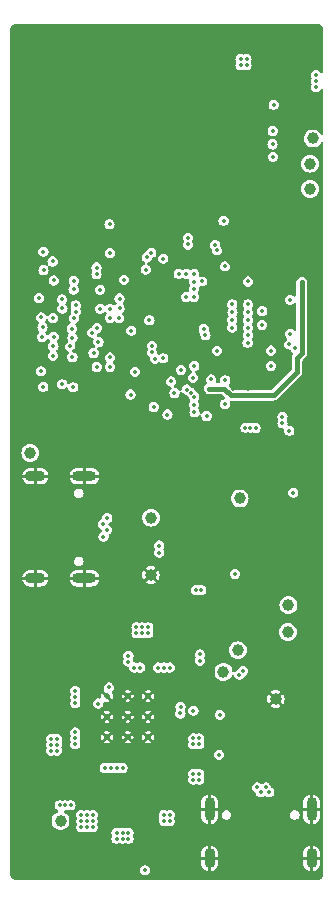
<source format=gbr>
G04 #@! TF.GenerationSoftware,KiCad,Pcbnew,7.0.8-7.0.8~ubuntu22.04.1*
G04 #@! TF.CreationDate,2023-10-22T15:09:54+03:00*
G04 #@! TF.ProjectId,H616_devboard,48363136-5f64-4657-9662-6f6172642e6b,rev?*
G04 #@! TF.SameCoordinates,Original*
G04 #@! TF.FileFunction,Copper,L2,Inr*
G04 #@! TF.FilePolarity,Positive*
%FSLAX46Y46*%
G04 Gerber Fmt 4.6, Leading zero omitted, Abs format (unit mm)*
G04 Created by KiCad (PCBNEW 7.0.8-7.0.8~ubuntu22.04.1) date 2023-10-22 15:09:54*
%MOMM*%
%LPD*%
G01*
G04 APERTURE LIST*
G04 #@! TA.AperFunction,ComponentPad*
%ADD10C,1.000000*%
G04 #@! TD*
G04 #@! TA.AperFunction,ComponentPad*
%ADD11O,0.900000X2.000000*%
G04 #@! TD*
G04 #@! TA.AperFunction,ComponentPad*
%ADD12O,0.900000X1.700000*%
G04 #@! TD*
G04 #@! TA.AperFunction,ComponentPad*
%ADD13C,0.500000*%
G04 #@! TD*
G04 #@! TA.AperFunction,ComponentPad*
%ADD14O,2.000000X0.900000*%
G04 #@! TD*
G04 #@! TA.AperFunction,ComponentPad*
%ADD15O,1.700000X0.900000*%
G04 #@! TD*
G04 #@! TA.AperFunction,ViaPad*
%ADD16C,0.350000*%
G04 #@! TD*
G04 #@! TA.AperFunction,Conductor*
%ADD17C,0.400000*%
G04 #@! TD*
G04 APERTURE END LIST*
D10*
X145950000Y-119150000D03*
X151400000Y-115800000D03*
X153270000Y-76130000D03*
X139830000Y-106110000D03*
X147320000Y-104480000D03*
X132150000Y-131790000D03*
D11*
X144770000Y-130790000D03*
D12*
X144770000Y-134960000D03*
D11*
X153410000Y-130790000D03*
D12*
X153410000Y-134960000D03*
D10*
X147160000Y-117340000D03*
X153500000Y-74000000D03*
D13*
X136080000Y-124700000D03*
X137830000Y-124700000D03*
X139580000Y-124700000D03*
X136080000Y-122950000D03*
X137830000Y-122950000D03*
X139580000Y-122950000D03*
X136080000Y-121200000D03*
X137830000Y-121200000D03*
X139580000Y-121200000D03*
D10*
X153290000Y-78270000D03*
X139790000Y-110960000D03*
X151450000Y-113510000D03*
X129600000Y-100630000D03*
D14*
X134180000Y-102590000D03*
D15*
X130010000Y-102590000D03*
D14*
X134180000Y-111230000D03*
D15*
X130010000Y-111230000D03*
D10*
X150360000Y-121450000D03*
D16*
X130490000Y-93700000D03*
X137400000Y-132790000D03*
X138446161Y-93744250D03*
X137900000Y-132790000D03*
X136340000Y-83704000D03*
X144280000Y-90140000D03*
X137530000Y-85950000D03*
X136900000Y-132790000D03*
X130714500Y-85130000D03*
X135510000Y-88420000D03*
X137900000Y-133290000D03*
X137150000Y-87550000D03*
X137400000Y-133290000D03*
X131570000Y-86020000D03*
X136300000Y-81270000D03*
X131521137Y-89208863D03*
X131480000Y-84410000D03*
X130686750Y-95020000D03*
X144420000Y-90640000D03*
X138080000Y-95680000D03*
X136900000Y-133290000D03*
X131570000Y-90780000D03*
X130700000Y-83580000D03*
X139676445Y-89391296D03*
X130340000Y-87510000D03*
X130525500Y-89150000D03*
X136330000Y-92539747D03*
X153930000Y-71730000D03*
X147930000Y-133730000D03*
X140280000Y-83320000D03*
X153930000Y-109730000D03*
X131230000Y-127140000D03*
X138190000Y-89160000D03*
X142900000Y-94000000D03*
X144420000Y-88580000D03*
X152025500Y-95057639D03*
X149310000Y-81540000D03*
X151930000Y-64730000D03*
X128930000Y-70730000D03*
X132930000Y-70730000D03*
X140930000Y-67730000D03*
X139930000Y-76730000D03*
X143930000Y-77730000D03*
X133208031Y-84358031D03*
X144930000Y-64730000D03*
X141930000Y-78730000D03*
X137930000Y-78730000D03*
X145930000Y-134730000D03*
X147930000Y-72730000D03*
X136350000Y-87560000D03*
X132930000Y-67730000D03*
X141930000Y-72730000D03*
X138230000Y-83929986D03*
X134930000Y-74730000D03*
X145050000Y-93630000D03*
X130930000Y-74730000D03*
X132930000Y-64730000D03*
X130930000Y-68730000D03*
X144930000Y-79730000D03*
X139930000Y-79730000D03*
X140930000Y-110730000D03*
X141500000Y-91350000D03*
X153930000Y-121730000D03*
X151750000Y-97600000D03*
X143900000Y-108290000D03*
X128930000Y-135730000D03*
X140851715Y-95836000D03*
X149400000Y-69790000D03*
X150420000Y-79940000D03*
X130700000Y-84350000D03*
X132930000Y-73730000D03*
X144400000Y-108290000D03*
X140930000Y-135730000D03*
X141930000Y-103730000D03*
X135930000Y-113730000D03*
X149930000Y-114730000D03*
X132930000Y-132730000D03*
X138491427Y-93021427D03*
X142930000Y-69730000D03*
X153930000Y-118730000D03*
X141930000Y-75730000D03*
X135930000Y-64730000D03*
X128930000Y-76730000D03*
X146420000Y-93480000D03*
X141840000Y-83280000D03*
X130930000Y-65730000D03*
X138090000Y-94920000D03*
X146910000Y-93510000D03*
X144460000Y-85640000D03*
X130680000Y-86770000D03*
X130930000Y-71730000D03*
X153930000Y-94730000D03*
X153930000Y-124730000D03*
X136930000Y-73730000D03*
X151880000Y-89040000D03*
X152930000Y-132730000D03*
X142489500Y-97480000D03*
X143480000Y-91310000D03*
X151930000Y-135730000D03*
X142390000Y-90410000D03*
X150930000Y-133730000D03*
X144930000Y-67730000D03*
X130750000Y-85990000D03*
X153930000Y-103730000D03*
X138030000Y-96350000D03*
X136300000Y-86790000D03*
X139930000Y-73730000D03*
X133270000Y-92010000D03*
X149930000Y-122730000D03*
X135680000Y-131610000D03*
X138930000Y-64730000D03*
X153930000Y-97730000D03*
X151830000Y-102380000D03*
X131515303Y-90123063D03*
X152080500Y-83730000D03*
X134250000Y-86840000D03*
X148440000Y-99080000D03*
X137930000Y-75730000D03*
X128930000Y-79730000D03*
X138930000Y-68730000D03*
X134930000Y-68730000D03*
X153930000Y-65730000D03*
X148900000Y-70290000D03*
X151560000Y-81540000D03*
X130930000Y-77730000D03*
X153930000Y-106730000D03*
X144930000Y-127730000D03*
X143930000Y-116730000D03*
X150930000Y-119730000D03*
X143900000Y-108790000D03*
X151590000Y-93030000D03*
X133930000Y-78730000D03*
X143930000Y-74730000D03*
X135740000Y-128470000D03*
X140930000Y-70730000D03*
X136930000Y-67730000D03*
X145930000Y-93500000D03*
X130260000Y-92550000D03*
X153930000Y-100730000D03*
X153930000Y-85730000D03*
X151830000Y-101850000D03*
X131210000Y-127690000D03*
X144110000Y-99290000D03*
X153930000Y-112730000D03*
X144520000Y-83150000D03*
X144300500Y-93660000D03*
X150850000Y-78740000D03*
X137930000Y-108730000D03*
X141930000Y-64730000D03*
X139930000Y-102730000D03*
X144910000Y-121570000D03*
X146930000Y-126730000D03*
X140310000Y-87360000D03*
X130150000Y-109190000D03*
X130670000Y-94460000D03*
X149900000Y-70290000D03*
X146707846Y-94572154D03*
X144400000Y-108790000D03*
X144930000Y-123730000D03*
X142157846Y-86757846D03*
X152930000Y-126730000D03*
X144440000Y-89080000D03*
X145530000Y-93630000D03*
X137930000Y-103730000D03*
X147930000Y-64730000D03*
X135930000Y-102730000D03*
X141530000Y-92630000D03*
X143420000Y-90330000D03*
X145930000Y-69730000D03*
X141930000Y-132730000D03*
X152080000Y-85070000D03*
X131930000Y-102730000D03*
X144100000Y-100230000D03*
X147930000Y-100730000D03*
X142930000Y-66730000D03*
X150640000Y-79340000D03*
X128930000Y-64730000D03*
X142930000Y-130730000D03*
X153930000Y-128730000D03*
X128930000Y-67730000D03*
X144100000Y-100690000D03*
X136930000Y-135730000D03*
X149930000Y-65730000D03*
X131700000Y-104700000D03*
X142820000Y-84830000D03*
X147930000Y-78730000D03*
X134930000Y-71730000D03*
X142147250Y-84849182D03*
X133780000Y-89630000D03*
X143930000Y-71730000D03*
X136930000Y-70730000D03*
X146718259Y-95197081D03*
X153930000Y-91730000D03*
X139930000Y-133730000D03*
X149930000Y-117730000D03*
X132930000Y-76730000D03*
X140550000Y-97340000D03*
X149900000Y-69790000D03*
X135660000Y-132140000D03*
X148900000Y-69790000D03*
X138930000Y-71730000D03*
X144100000Y-99760000D03*
X149400000Y-70290000D03*
X146930000Y-105730000D03*
X135930000Y-76730000D03*
X135930000Y-110730000D03*
X131930000Y-79730000D03*
X148029516Y-95215042D03*
X130370000Y-88340000D03*
X153930000Y-115730000D03*
X137930000Y-111730000D03*
X128930000Y-73730000D03*
X130686750Y-96210000D03*
X135640000Y-132630000D03*
X153930000Y-88730000D03*
X136360000Y-89930000D03*
X147930000Y-75730000D03*
X148930000Y-135730000D03*
X129750000Y-106390000D03*
X148230000Y-98490000D03*
X151590000Y-87650000D03*
X133000000Y-130450000D03*
X132090000Y-130460000D03*
X132550000Y-130450000D03*
X148660000Y-98500000D03*
X147810000Y-98490000D03*
X133400000Y-121790000D03*
X133400000Y-121290000D03*
X143900000Y-125290000D03*
X134400000Y-131290000D03*
X139300000Y-135950000D03*
X143900000Y-124790000D03*
X136900000Y-127290000D03*
X140400000Y-118790000D03*
X134900000Y-131790000D03*
X143400000Y-124790000D03*
X143400000Y-128290000D03*
X137400000Y-127290000D03*
X137900000Y-118290000D03*
X134400000Y-131790000D03*
X143900000Y-128290000D03*
X136400000Y-127290000D03*
X146920000Y-110870000D03*
X135900000Y-127290000D03*
X134900000Y-131290000D03*
X133400000Y-120790000D03*
X143400000Y-125290000D03*
X143900000Y-127790000D03*
X141400000Y-118790000D03*
X143400000Y-127790000D03*
X133400000Y-124290000D03*
X133900000Y-131790000D03*
X138400000Y-118790000D03*
X133400000Y-124790000D03*
X134400000Y-132290000D03*
X137900000Y-117790000D03*
X138900000Y-118790000D03*
X134900000Y-132290000D03*
X133900000Y-132290000D03*
X133400000Y-125290000D03*
X133900000Y-131290000D03*
X140900000Y-118790000D03*
X146700000Y-89360000D03*
X138580000Y-115880000D03*
X139080000Y-115880000D03*
X139580000Y-115880000D03*
X139080000Y-115380000D03*
X139580000Y-115380000D03*
X146700000Y-90010000D03*
X138580000Y-115380000D03*
X146700000Y-88040000D03*
X146710000Y-88710000D03*
X131860000Y-125330000D03*
X147990000Y-91300000D03*
X131860000Y-125830000D03*
X148020000Y-88730000D03*
X148010000Y-90650000D03*
X131360000Y-125830000D03*
X131860000Y-124830000D03*
X131360000Y-124830000D03*
X148010000Y-88040000D03*
X131360000Y-125330000D03*
X148010000Y-90010000D03*
X148010000Y-89380000D03*
X140900000Y-131290000D03*
X141400000Y-131290000D03*
X141400000Y-131790000D03*
X140900000Y-131790000D03*
X148017149Y-86102762D03*
X147900000Y-67780000D03*
X147900000Y-67280000D03*
X153775000Y-68615000D03*
X147400000Y-67280000D03*
X153775000Y-69140000D03*
X152570000Y-86190000D03*
X144750000Y-95190000D03*
X153775000Y-69665000D03*
X147400000Y-67780000D03*
X147602028Y-119087972D03*
X149560000Y-128940000D03*
X148800000Y-128940000D03*
X144065000Y-112240000D03*
X143635000Y-112240000D03*
X149820000Y-129360000D03*
X149095500Y-129334273D03*
X147297972Y-119392028D03*
X139896243Y-91566303D03*
X135234455Y-90045545D03*
X139896243Y-92116303D03*
X134845545Y-90434455D03*
X143400000Y-122440000D03*
X145640000Y-122780000D03*
X152025500Y-91770000D03*
X145560000Y-126170000D03*
X151860000Y-103988000D03*
X151524500Y-98750000D03*
X146102000Y-94470000D03*
X146064979Y-96500506D03*
X151524500Y-91434620D03*
X151575025Y-90540747D03*
X145414500Y-83470000D03*
X150150000Y-75550000D03*
X145250000Y-83030000D03*
X150100000Y-74470000D03*
X150120000Y-73355000D03*
X150200000Y-71150000D03*
X146062851Y-84827238D03*
X135790000Y-107710000D03*
X135770000Y-106650000D03*
X145402414Y-91963187D03*
X136110000Y-106140000D03*
X136060000Y-107150000D03*
X145960000Y-80970000D03*
X150940500Y-98120000D03*
X143960000Y-117670000D03*
X142300000Y-122680000D03*
X150939500Y-97570000D03*
X142310000Y-122110000D03*
X143954477Y-118214477D03*
X144907000Y-94394500D03*
X149961493Y-91954158D03*
X140520000Y-109060000D03*
X149962851Y-93252762D03*
X140520000Y-108460000D03*
X149200000Y-89784500D03*
X135350000Y-121840000D03*
X136250000Y-120480000D03*
X149230000Y-88615500D03*
X133160000Y-90850000D03*
X143477407Y-93263013D03*
X143203785Y-95517331D03*
X144520000Y-97500000D03*
X130590000Y-90800000D03*
X143470000Y-95880000D03*
X143468259Y-96532919D03*
X130630000Y-89960000D03*
X142838462Y-95256051D03*
X131520000Y-92380000D03*
X143490000Y-97190000D03*
X131550000Y-91580000D03*
X142934264Y-82974678D03*
X135200000Y-84925000D03*
X142934264Y-82424678D03*
X135200000Y-85475000D03*
X135510000Y-86810000D03*
X142790000Y-85440000D03*
X133100000Y-90090000D03*
X142340528Y-93591000D03*
X133230500Y-95070000D03*
X143356750Y-94243000D03*
X133270000Y-86060000D03*
X140852593Y-84166987D03*
X133440000Y-88125000D03*
X139441930Y-84065586D03*
X140845754Y-92610504D03*
X135210000Y-93344472D03*
X136329859Y-93344972D03*
X141520000Y-94570000D03*
X133158397Y-92495149D03*
X141800000Y-95543000D03*
X141204133Y-97369665D03*
X132300000Y-94800000D03*
X133440000Y-88675000D03*
X139830840Y-83676676D03*
X138150000Y-90270000D03*
X140140000Y-92630000D03*
X140050000Y-96730000D03*
X132983884Y-91600869D03*
X133260000Y-86780000D03*
X139360000Y-85100000D03*
X132280000Y-87620000D03*
X142164866Y-85450387D03*
X136330000Y-88400000D03*
X143465001Y-87420455D03*
X142780000Y-87420000D03*
X137150000Y-88370000D03*
X143465001Y-85450527D03*
X132309009Y-88390921D03*
X143472154Y-86122154D03*
X133300000Y-89210000D03*
X144160000Y-86100000D03*
X136330000Y-89190000D03*
X137100000Y-89220000D03*
X143457395Y-86742368D03*
X134952859Y-92147733D03*
X135360000Y-91220000D03*
D17*
X146020000Y-95190000D02*
X146560000Y-95730000D01*
X150190000Y-95730000D02*
X152165000Y-93755000D01*
X144750000Y-95190000D02*
X146020000Y-95190000D01*
X146560000Y-95730000D02*
X150190000Y-95730000D01*
X152165000Y-93755000D02*
X152165000Y-92585000D01*
X152570000Y-92180000D02*
X152570000Y-86190000D01*
X152165000Y-92585000D02*
X152570000Y-92180000D01*
G04 #@! TA.AperFunction,Conductor*
G36*
X153903511Y-64290895D02*
G01*
X153926356Y-64293469D01*
X154005633Y-64303906D01*
X154030785Y-64309895D01*
X154064224Y-64321595D01*
X154064700Y-64321762D01*
X154068001Y-64323022D01*
X154122028Y-64345400D01*
X154140840Y-64355119D01*
X154175466Y-64376876D01*
X154180303Y-64380240D01*
X154228152Y-64416957D01*
X154234346Y-64422388D01*
X154267609Y-64455651D01*
X154273041Y-64461846D01*
X154309758Y-64509695D01*
X154313122Y-64514532D01*
X154334879Y-64549158D01*
X154344600Y-64567975D01*
X154366976Y-64621997D01*
X154368236Y-64625298D01*
X154380100Y-64659200D01*
X154386093Y-64684371D01*
X154396529Y-64763645D01*
X154399103Y-64786476D01*
X154399500Y-64793539D01*
X154399500Y-68369345D01*
X154379498Y-68437466D01*
X154325842Y-68483959D01*
X154255568Y-68494063D01*
X154190988Y-68464569D01*
X154158887Y-68421688D01*
X154140035Y-68380409D01*
X154140033Y-68380406D01*
X154059154Y-68287066D01*
X154007205Y-68253681D01*
X153955256Y-68220295D01*
X153955255Y-68220294D01*
X153955254Y-68220294D01*
X153836753Y-68185500D01*
X153713247Y-68185500D01*
X153594745Y-68220294D01*
X153594742Y-68220296D01*
X153490845Y-68287066D01*
X153409966Y-68380406D01*
X153358660Y-68492750D01*
X153358658Y-68492757D01*
X153341083Y-68614996D01*
X153341083Y-68615003D01*
X153358658Y-68737242D01*
X153358660Y-68737249D01*
X153398807Y-68825158D01*
X153408910Y-68895432D01*
X153398807Y-68929842D01*
X153358660Y-69017750D01*
X153358658Y-69017757D01*
X153341083Y-69139996D01*
X153341083Y-69140003D01*
X153358658Y-69262242D01*
X153358660Y-69262249D01*
X153398807Y-69350158D01*
X153408910Y-69420432D01*
X153398807Y-69454842D01*
X153358660Y-69542750D01*
X153358658Y-69542757D01*
X153341083Y-69664996D01*
X153341083Y-69665003D01*
X153358658Y-69787242D01*
X153358660Y-69787249D01*
X153409966Y-69899593D01*
X153490845Y-69992933D01*
X153594744Y-70059705D01*
X153713247Y-70094500D01*
X153836753Y-70094500D01*
X153955256Y-70059705D01*
X154059155Y-69992933D01*
X154140034Y-69899593D01*
X154158887Y-69858310D01*
X154205379Y-69804656D01*
X154273499Y-69784654D01*
X154341620Y-69804656D01*
X154388113Y-69858311D01*
X154399500Y-69910654D01*
X154399500Y-73576042D01*
X154379498Y-73644163D01*
X154325842Y-73690656D01*
X154255568Y-73700760D01*
X154190988Y-73671266D01*
X154166813Y-73643078D01*
X154093624Y-73526600D01*
X154093622Y-73526597D01*
X153973402Y-73406377D01*
X153973399Y-73406375D01*
X153829439Y-73315919D01*
X153829437Y-73315918D01*
X153668954Y-73259763D01*
X153500000Y-73240726D01*
X153331046Y-73259763D01*
X153331043Y-73259763D01*
X153331043Y-73259764D01*
X153170562Y-73315918D01*
X153170560Y-73315919D01*
X153026600Y-73406375D01*
X153026597Y-73406377D01*
X152906377Y-73526597D01*
X152906375Y-73526600D01*
X152815919Y-73670560D01*
X152815918Y-73670562D01*
X152788226Y-73749703D01*
X152759763Y-73831046D01*
X152740726Y-74000000D01*
X152759763Y-74168954D01*
X152783016Y-74235407D01*
X152815918Y-74329437D01*
X152815919Y-74329439D01*
X152906375Y-74473399D01*
X152906377Y-74473402D01*
X153026597Y-74593622D01*
X153026600Y-74593624D01*
X153170563Y-74684082D01*
X153331046Y-74740237D01*
X153500000Y-74759274D01*
X153668954Y-74740237D01*
X153829437Y-74684082D01*
X153973400Y-74593624D01*
X154093624Y-74473400D01*
X154166813Y-74356921D01*
X154219991Y-74309883D01*
X154290159Y-74299063D01*
X154355037Y-74327896D01*
X154394028Y-74387227D01*
X154399500Y-74423957D01*
X154399500Y-136286460D01*
X154399103Y-136293523D01*
X154396529Y-136316354D01*
X154386093Y-136395627D01*
X154380100Y-136420798D01*
X154368236Y-136454700D01*
X154366976Y-136458001D01*
X154344600Y-136512023D01*
X154334879Y-136530840D01*
X154313122Y-136565466D01*
X154309758Y-136570303D01*
X154273041Y-136618152D01*
X154267602Y-136624355D01*
X154234355Y-136657602D01*
X154228152Y-136663041D01*
X154180303Y-136699758D01*
X154175466Y-136703122D01*
X154140840Y-136724879D01*
X154122023Y-136734600D01*
X154068001Y-136756976D01*
X154064700Y-136758236D01*
X154030798Y-136770100D01*
X154005627Y-136776093D01*
X153926354Y-136786529D01*
X153903523Y-136789103D01*
X153896460Y-136789500D01*
X128403540Y-136789500D01*
X128396477Y-136789103D01*
X128373646Y-136786529D01*
X128294371Y-136776093D01*
X128269200Y-136770100D01*
X128235298Y-136758236D01*
X128231997Y-136756976D01*
X128177975Y-136734600D01*
X128159158Y-136724879D01*
X128124532Y-136703122D01*
X128119695Y-136699758D01*
X128071846Y-136663041D01*
X128065651Y-136657609D01*
X128032388Y-136624346D01*
X128026957Y-136618152D01*
X127990240Y-136570303D01*
X127986876Y-136565466D01*
X127965119Y-136530840D01*
X127955400Y-136512028D01*
X127933022Y-136458001D01*
X127931762Y-136454700D01*
X127931595Y-136454224D01*
X127919895Y-136420785D01*
X127913906Y-136395633D01*
X127903469Y-136316356D01*
X127900895Y-136293513D01*
X127900500Y-136286457D01*
X127900500Y-135950003D01*
X138866083Y-135950003D01*
X138883658Y-136072242D01*
X138883660Y-136072249D01*
X138934966Y-136184593D01*
X139015845Y-136277933D01*
X139119744Y-136344705D01*
X139238247Y-136379500D01*
X139361753Y-136379500D01*
X139480256Y-136344705D01*
X139584155Y-136277933D01*
X139665034Y-136184593D01*
X139716340Y-136072249D01*
X139733917Y-135950000D01*
X139733917Y-135949996D01*
X139716341Y-135827757D01*
X139716340Y-135827756D01*
X139716340Y-135827751D01*
X139665034Y-135715407D01*
X139584155Y-135622067D01*
X139584154Y-135622066D01*
X139496306Y-135565610D01*
X139480256Y-135555295D01*
X139480255Y-135555294D01*
X139480254Y-135555294D01*
X139361753Y-135520500D01*
X139238247Y-135520500D01*
X139119745Y-135555294D01*
X139119742Y-135555296D01*
X139015845Y-135622066D01*
X138934966Y-135715406D01*
X138883660Y-135827750D01*
X138883658Y-135827757D01*
X138866083Y-135949996D01*
X138866083Y-135950003D01*
X127900500Y-135950003D01*
X127900500Y-135402594D01*
X144066000Y-135402594D01*
X144081434Y-135529713D01*
X144142059Y-135689565D01*
X144142062Y-135689571D01*
X144239176Y-135830265D01*
X144367143Y-135943634D01*
X144367148Y-135943638D01*
X144518524Y-136023086D01*
X144642999Y-136053765D01*
X144643000Y-136053765D01*
X144643000Y-135635772D01*
X144741840Y-135663895D01*
X144853521Y-135653546D01*
X144897000Y-135631895D01*
X144897000Y-136053765D01*
X145021475Y-136023086D01*
X145172851Y-135943638D01*
X145172856Y-135943634D01*
X145300823Y-135830265D01*
X145397937Y-135689571D01*
X145397940Y-135689565D01*
X145458565Y-135529713D01*
X145473999Y-135402594D01*
X152706000Y-135402594D01*
X152721434Y-135529713D01*
X152782059Y-135689565D01*
X152782062Y-135689571D01*
X152879176Y-135830265D01*
X153007143Y-135943634D01*
X153007148Y-135943638D01*
X153158524Y-136023086D01*
X153282999Y-136053765D01*
X153283000Y-136053765D01*
X153283000Y-135635772D01*
X153381840Y-135663895D01*
X153493521Y-135653546D01*
X153537000Y-135631895D01*
X153537000Y-136053765D01*
X153661475Y-136023086D01*
X153812851Y-135943638D01*
X153812856Y-135943634D01*
X153940823Y-135830265D01*
X154037937Y-135689571D01*
X154037940Y-135689565D01*
X154098565Y-135529713D01*
X154113999Y-135402594D01*
X154114000Y-135402584D01*
X154114000Y-135087000D01*
X153710000Y-135087000D01*
X153710000Y-134833000D01*
X154114000Y-134833000D01*
X154114000Y-134517415D01*
X154113999Y-134517405D01*
X154098565Y-134390286D01*
X154037940Y-134230434D01*
X154037937Y-134230428D01*
X153940823Y-134089734D01*
X153812856Y-133976365D01*
X153812851Y-133976361D01*
X153661480Y-133896916D01*
X153661473Y-133896913D01*
X153537000Y-133866233D01*
X153537000Y-134284227D01*
X153438160Y-134256105D01*
X153326479Y-134266454D01*
X153283000Y-134288104D01*
X153283000Y-133866233D01*
X153158526Y-133896913D01*
X153158519Y-133896916D01*
X153007148Y-133976361D01*
X153007143Y-133976365D01*
X152879176Y-134089734D01*
X152782062Y-134230428D01*
X152782059Y-134230434D01*
X152721434Y-134390286D01*
X152706000Y-134517405D01*
X152706000Y-134833000D01*
X153110000Y-134833000D01*
X153110000Y-135087000D01*
X152706000Y-135087000D01*
X152706000Y-135402594D01*
X145473999Y-135402594D01*
X145474000Y-135402584D01*
X145474000Y-135087000D01*
X145070000Y-135087000D01*
X145070000Y-134833000D01*
X145474000Y-134833000D01*
X145474000Y-134517415D01*
X145473999Y-134517405D01*
X145458565Y-134390286D01*
X145397940Y-134230434D01*
X145397937Y-134230428D01*
X145300823Y-134089734D01*
X145172856Y-133976365D01*
X145172851Y-133976361D01*
X145021480Y-133896916D01*
X145021473Y-133896913D01*
X144897000Y-133866233D01*
X144897000Y-134284227D01*
X144798160Y-134256105D01*
X144686479Y-134266454D01*
X144643000Y-134288104D01*
X144643000Y-133866233D01*
X144518526Y-133896913D01*
X144518519Y-133896916D01*
X144367148Y-133976361D01*
X144367143Y-133976365D01*
X144239176Y-134089734D01*
X144142062Y-134230428D01*
X144142059Y-134230434D01*
X144081434Y-134390286D01*
X144066000Y-134517405D01*
X144066000Y-134833000D01*
X144470000Y-134833000D01*
X144470000Y-135087000D01*
X144066000Y-135087000D01*
X144066000Y-135402594D01*
X127900500Y-135402594D01*
X127900500Y-133290003D01*
X136466083Y-133290003D01*
X136483658Y-133412242D01*
X136483660Y-133412249D01*
X136534966Y-133524593D01*
X136615845Y-133617933D01*
X136719744Y-133684705D01*
X136838247Y-133719500D01*
X136961753Y-133719500D01*
X137080256Y-133684705D01*
X137081873Y-133683665D01*
X137083717Y-133683124D01*
X137088456Y-133680960D01*
X137088766Y-133681640D01*
X137149991Y-133663659D01*
X137211234Y-133681636D01*
X137211544Y-133680960D01*
X137216250Y-133683109D01*
X137218110Y-133683655D01*
X137219744Y-133684705D01*
X137338247Y-133719500D01*
X137461753Y-133719500D01*
X137580256Y-133684705D01*
X137581873Y-133683665D01*
X137583717Y-133683124D01*
X137588456Y-133680960D01*
X137588766Y-133681640D01*
X137649991Y-133663659D01*
X137711234Y-133681636D01*
X137711544Y-133680960D01*
X137716250Y-133683109D01*
X137718110Y-133683655D01*
X137719744Y-133684705D01*
X137838247Y-133719500D01*
X137961753Y-133719500D01*
X138080256Y-133684705D01*
X138184155Y-133617933D01*
X138265034Y-133524593D01*
X138316340Y-133412249D01*
X138333917Y-133290000D01*
X138333917Y-133289996D01*
X138316341Y-133167757D01*
X138316340Y-133167756D01*
X138316340Y-133167751D01*
X138281901Y-133092342D01*
X138271797Y-133022069D01*
X138281902Y-132987657D01*
X138316340Y-132912249D01*
X138333917Y-132790000D01*
X138333917Y-132789996D01*
X138316341Y-132667757D01*
X138316340Y-132667756D01*
X138316340Y-132667751D01*
X138265034Y-132555407D01*
X138184155Y-132462067D01*
X138184154Y-132462066D01*
X138132205Y-132428681D01*
X138080256Y-132395295D01*
X138080255Y-132395294D01*
X138080254Y-132395294D01*
X137961753Y-132360500D01*
X137838247Y-132360500D01*
X137719744Y-132395295D01*
X137719742Y-132395295D01*
X137719740Y-132395297D01*
X137718115Y-132396342D01*
X137716261Y-132396886D01*
X137711545Y-132399040D01*
X137711235Y-132398361D01*
X137649993Y-132416340D01*
X137588764Y-132398362D01*
X137588455Y-132399040D01*
X137583739Y-132396886D01*
X137581885Y-132396342D01*
X137580259Y-132395297D01*
X137580256Y-132395295D01*
X137461753Y-132360500D01*
X137338247Y-132360500D01*
X137219744Y-132395295D01*
X137219742Y-132395295D01*
X137219740Y-132395297D01*
X137218115Y-132396342D01*
X137216261Y-132396886D01*
X137211545Y-132399040D01*
X137211235Y-132398361D01*
X137149993Y-132416340D01*
X137088764Y-132398362D01*
X137088455Y-132399040D01*
X137083739Y-132396886D01*
X137081885Y-132396342D01*
X137080259Y-132395297D01*
X137080256Y-132395295D01*
X136961753Y-132360500D01*
X136838247Y-132360500D01*
X136719745Y-132395294D01*
X136719742Y-132395296D01*
X136615845Y-132462066D01*
X136534966Y-132555406D01*
X136483660Y-132667750D01*
X136483658Y-132667757D01*
X136466083Y-132789996D01*
X136466083Y-132790003D01*
X136483658Y-132912242D01*
X136483660Y-132912249D01*
X136518098Y-132987658D01*
X136528201Y-133057932D01*
X136518098Y-133092342D01*
X136483660Y-133167750D01*
X136483658Y-133167757D01*
X136466083Y-133289996D01*
X136466083Y-133290003D01*
X127900500Y-133290003D01*
X127900500Y-131790000D01*
X131390726Y-131790000D01*
X131409763Y-131958954D01*
X131465392Y-132117933D01*
X131465918Y-132119437D01*
X131465919Y-132119439D01*
X131556375Y-132263399D01*
X131556377Y-132263402D01*
X131676597Y-132383622D01*
X131676600Y-132383624D01*
X131820563Y-132474082D01*
X131981046Y-132530237D01*
X132150000Y-132549274D01*
X132318954Y-132530237D01*
X132479437Y-132474082D01*
X132623400Y-132383624D01*
X132717021Y-132290003D01*
X133466083Y-132290003D01*
X133483658Y-132412242D01*
X133483660Y-132412249D01*
X133534966Y-132524593D01*
X133615845Y-132617933D01*
X133719744Y-132684705D01*
X133838247Y-132719500D01*
X133961753Y-132719500D01*
X134080256Y-132684705D01*
X134081873Y-132683665D01*
X134083717Y-132683124D01*
X134088456Y-132680960D01*
X134088766Y-132681640D01*
X134149991Y-132663659D01*
X134211234Y-132681636D01*
X134211544Y-132680960D01*
X134216250Y-132683109D01*
X134218110Y-132683655D01*
X134219744Y-132684705D01*
X134338247Y-132719500D01*
X134461753Y-132719500D01*
X134580256Y-132684705D01*
X134581873Y-132683665D01*
X134583717Y-132683124D01*
X134588456Y-132680960D01*
X134588766Y-132681640D01*
X134649991Y-132663659D01*
X134711234Y-132681636D01*
X134711544Y-132680960D01*
X134716250Y-132683109D01*
X134718110Y-132683655D01*
X134719744Y-132684705D01*
X134838247Y-132719500D01*
X134961753Y-132719500D01*
X135080256Y-132684705D01*
X135184155Y-132617933D01*
X135265034Y-132524593D01*
X135316340Y-132412249D01*
X135320456Y-132383622D01*
X135333917Y-132290003D01*
X135333917Y-132289996D01*
X135316341Y-132167757D01*
X135316340Y-132167756D01*
X135316340Y-132167751D01*
X135281901Y-132092342D01*
X135271797Y-132022069D01*
X135281902Y-131987657D01*
X135316340Y-131912249D01*
X135316600Y-131910437D01*
X135333917Y-131790003D01*
X140466083Y-131790003D01*
X140483658Y-131912242D01*
X140483660Y-131912249D01*
X140534966Y-132024593D01*
X140615845Y-132117933D01*
X140719744Y-132184705D01*
X140838247Y-132219500D01*
X140961753Y-132219500D01*
X141080256Y-132184705D01*
X141081873Y-132183665D01*
X141083717Y-132183124D01*
X141088456Y-132180960D01*
X141088766Y-132181640D01*
X141149991Y-132163659D01*
X141211234Y-132181636D01*
X141211544Y-132180960D01*
X141216250Y-132183109D01*
X141218110Y-132183655D01*
X141219744Y-132184705D01*
X141338247Y-132219500D01*
X141461753Y-132219500D01*
X141580256Y-132184705D01*
X141684155Y-132117933D01*
X141765034Y-132024593D01*
X141816340Y-131912249D01*
X141816600Y-131910437D01*
X141833917Y-131790003D01*
X141833917Y-131789996D01*
X141816341Y-131667757D01*
X141816340Y-131667756D01*
X141816340Y-131667751D01*
X141781901Y-131592342D01*
X141771797Y-131522069D01*
X141781902Y-131487657D01*
X141816340Y-131412249D01*
X141820604Y-131382594D01*
X144066000Y-131382594D01*
X144081434Y-131509713D01*
X144142059Y-131669565D01*
X144142062Y-131669571D01*
X144239176Y-131810265D01*
X144367143Y-131923634D01*
X144367148Y-131923638D01*
X144518524Y-132003086D01*
X144642999Y-132033765D01*
X144643000Y-132033765D01*
X144643000Y-131615772D01*
X144741840Y-131643895D01*
X144853521Y-131633546D01*
X144897000Y-131611895D01*
X144897000Y-132033765D01*
X145021475Y-132003086D01*
X145172851Y-131923638D01*
X145172856Y-131923634D01*
X145300823Y-131810265D01*
X145397937Y-131669571D01*
X145397940Y-131669565D01*
X145458565Y-131509713D01*
X145473999Y-131382594D01*
X145474000Y-131382584D01*
X145474000Y-131270000D01*
X145794508Y-131270000D01*
X145814354Y-131395304D01*
X145833307Y-131432502D01*
X145871949Y-131508342D01*
X145961657Y-131598050D01*
X145991393Y-131613201D01*
X146074696Y-131655646D01*
X146168481Y-131670500D01*
X146168484Y-131670500D01*
X146231516Y-131670500D01*
X146231519Y-131670500D01*
X146325304Y-131655646D01*
X146438342Y-131598050D01*
X146528050Y-131508342D01*
X146585646Y-131395304D01*
X146605492Y-131270000D01*
X151574508Y-131270000D01*
X151594354Y-131395304D01*
X151613307Y-131432502D01*
X151651949Y-131508342D01*
X151741657Y-131598050D01*
X151771393Y-131613201D01*
X151854696Y-131655646D01*
X151948481Y-131670500D01*
X151948484Y-131670500D01*
X152011516Y-131670500D01*
X152011519Y-131670500D01*
X152105304Y-131655646D01*
X152218342Y-131598050D01*
X152308050Y-131508342D01*
X152365646Y-131395304D01*
X152367659Y-131382594D01*
X152706000Y-131382594D01*
X152721434Y-131509713D01*
X152782059Y-131669565D01*
X152782062Y-131669571D01*
X152879176Y-131810265D01*
X153007143Y-131923634D01*
X153007148Y-131923638D01*
X153158524Y-132003086D01*
X153282999Y-132033765D01*
X153283000Y-132033765D01*
X153283000Y-131615772D01*
X153381840Y-131643895D01*
X153493521Y-131633546D01*
X153537000Y-131611895D01*
X153537000Y-132033765D01*
X153661475Y-132003086D01*
X153812851Y-131923638D01*
X153812856Y-131923634D01*
X153940823Y-131810265D01*
X154037937Y-131669571D01*
X154037940Y-131669565D01*
X154098565Y-131509713D01*
X154113999Y-131382594D01*
X154114000Y-131382584D01*
X154114000Y-130917000D01*
X153710000Y-130917000D01*
X153710000Y-130663000D01*
X154114000Y-130663000D01*
X154114000Y-130197415D01*
X154113999Y-130197405D01*
X154098565Y-130070286D01*
X154037940Y-129910434D01*
X154037937Y-129910428D01*
X153940823Y-129769734D01*
X153812856Y-129656365D01*
X153812851Y-129656361D01*
X153661480Y-129576916D01*
X153661473Y-129576913D01*
X153537000Y-129546233D01*
X153537000Y-129964227D01*
X153438160Y-129936105D01*
X153326479Y-129946454D01*
X153283000Y-129968104D01*
X153283000Y-129546233D01*
X153158526Y-129576913D01*
X153158519Y-129576916D01*
X153007148Y-129656361D01*
X153007143Y-129656365D01*
X152879176Y-129769734D01*
X152782062Y-129910428D01*
X152782059Y-129910434D01*
X152721434Y-130070286D01*
X152706000Y-130197405D01*
X152706000Y-130663000D01*
X153110000Y-130663000D01*
X153110000Y-130917000D01*
X152706000Y-130917000D01*
X152706000Y-131382594D01*
X152367659Y-131382594D01*
X152385492Y-131270000D01*
X152365646Y-131144696D01*
X152315375Y-131046034D01*
X152308050Y-131031657D01*
X152218342Y-130941949D01*
X152129899Y-130896886D01*
X152105304Y-130884354D01*
X152011519Y-130869500D01*
X151948481Y-130869500D01*
X151854696Y-130884354D01*
X151854694Y-130884354D01*
X151854694Y-130884355D01*
X151741657Y-130941949D01*
X151651949Y-131031657D01*
X151610918Y-131112187D01*
X151594354Y-131144696D01*
X151574508Y-131270000D01*
X146605492Y-131270000D01*
X146585646Y-131144696D01*
X146535375Y-131046034D01*
X146528050Y-131031657D01*
X146438342Y-130941949D01*
X146349899Y-130896886D01*
X146325304Y-130884354D01*
X146231519Y-130869500D01*
X146168481Y-130869500D01*
X146074696Y-130884354D01*
X146074694Y-130884354D01*
X146074694Y-130884355D01*
X145961657Y-130941949D01*
X145871949Y-131031657D01*
X145830918Y-131112187D01*
X145814354Y-131144696D01*
X145794508Y-131270000D01*
X145474000Y-131270000D01*
X145474000Y-130917000D01*
X145070000Y-130917000D01*
X145070000Y-130663000D01*
X145474000Y-130663000D01*
X145474000Y-130197415D01*
X145473999Y-130197405D01*
X145458565Y-130070286D01*
X145397940Y-129910434D01*
X145397937Y-129910428D01*
X145300823Y-129769734D01*
X145172856Y-129656365D01*
X145172851Y-129656361D01*
X145021480Y-129576916D01*
X145021473Y-129576913D01*
X144897000Y-129546233D01*
X144897000Y-129964227D01*
X144798160Y-129936105D01*
X144686479Y-129946454D01*
X144643000Y-129968104D01*
X144643000Y-129546233D01*
X144518526Y-129576913D01*
X144518519Y-129576916D01*
X144367148Y-129656361D01*
X144367143Y-129656365D01*
X144239176Y-129769734D01*
X144142062Y-129910428D01*
X144142059Y-129910434D01*
X144081434Y-130070286D01*
X144066000Y-130197405D01*
X144066000Y-130663000D01*
X144470000Y-130663000D01*
X144470000Y-130917000D01*
X144066000Y-130917000D01*
X144066000Y-131382594D01*
X141820604Y-131382594D01*
X141822731Y-131367802D01*
X141833917Y-131290003D01*
X141833917Y-131289996D01*
X141816341Y-131167757D01*
X141816340Y-131167756D01*
X141816340Y-131167751D01*
X141765034Y-131055407D01*
X141684155Y-130962067D01*
X141684154Y-130962066D01*
X141624864Y-130923963D01*
X141580256Y-130895295D01*
X141580255Y-130895294D01*
X141580254Y-130895294D01*
X141461753Y-130860500D01*
X141338247Y-130860500D01*
X141254902Y-130884972D01*
X141219744Y-130895295D01*
X141219742Y-130895295D01*
X141219740Y-130895297D01*
X141218115Y-130896342D01*
X141216261Y-130896886D01*
X141211545Y-130899040D01*
X141211235Y-130898361D01*
X141149993Y-130916340D01*
X141088764Y-130898362D01*
X141088455Y-130899040D01*
X141083739Y-130896886D01*
X141081885Y-130896342D01*
X141080259Y-130895297D01*
X141080256Y-130895295D01*
X140961753Y-130860500D01*
X140838247Y-130860500D01*
X140719745Y-130895294D01*
X140719742Y-130895296D01*
X140615845Y-130962066D01*
X140534966Y-131055406D01*
X140483660Y-131167750D01*
X140483658Y-131167757D01*
X140466083Y-131289996D01*
X140466083Y-131290003D01*
X140483658Y-131412242D01*
X140483660Y-131412249D01*
X140518098Y-131487658D01*
X140528201Y-131557932D01*
X140518098Y-131592342D01*
X140483660Y-131667750D01*
X140483658Y-131667757D01*
X140466083Y-131789996D01*
X140466083Y-131790003D01*
X135333917Y-131790003D01*
X135333917Y-131789996D01*
X135316341Y-131667757D01*
X135316340Y-131667756D01*
X135316340Y-131667751D01*
X135281901Y-131592342D01*
X135271797Y-131522069D01*
X135281902Y-131487657D01*
X135316340Y-131412249D01*
X135322731Y-131367802D01*
X135333917Y-131290003D01*
X135333917Y-131289996D01*
X135316341Y-131167757D01*
X135316340Y-131167756D01*
X135316340Y-131167751D01*
X135265034Y-131055407D01*
X135184155Y-130962067D01*
X135184154Y-130962066D01*
X135124864Y-130923963D01*
X135080256Y-130895295D01*
X135080255Y-130895294D01*
X135080254Y-130895294D01*
X134961753Y-130860500D01*
X134838247Y-130860500D01*
X134754902Y-130884972D01*
X134719744Y-130895295D01*
X134719742Y-130895295D01*
X134719740Y-130895297D01*
X134718115Y-130896342D01*
X134716261Y-130896886D01*
X134711545Y-130899040D01*
X134711235Y-130898361D01*
X134649993Y-130916340D01*
X134588764Y-130898362D01*
X134588455Y-130899040D01*
X134583739Y-130896886D01*
X134581885Y-130896342D01*
X134580259Y-130895297D01*
X134580256Y-130895295D01*
X134461753Y-130860500D01*
X134338247Y-130860500D01*
X134254902Y-130884972D01*
X134219744Y-130895295D01*
X134219742Y-130895295D01*
X134219740Y-130895297D01*
X134218115Y-130896342D01*
X134216261Y-130896886D01*
X134211545Y-130899040D01*
X134211235Y-130898361D01*
X134149993Y-130916340D01*
X134088764Y-130898362D01*
X134088455Y-130899040D01*
X134083739Y-130896886D01*
X134081885Y-130896342D01*
X134080259Y-130895297D01*
X134080256Y-130895295D01*
X133961753Y-130860500D01*
X133838247Y-130860500D01*
X133719745Y-130895294D01*
X133719742Y-130895296D01*
X133615845Y-130962066D01*
X133534966Y-131055406D01*
X133483660Y-131167750D01*
X133483658Y-131167757D01*
X133466083Y-131289996D01*
X133466083Y-131290003D01*
X133483658Y-131412242D01*
X133483660Y-131412249D01*
X133518098Y-131487658D01*
X133528201Y-131557932D01*
X133518098Y-131592342D01*
X133483660Y-131667750D01*
X133483658Y-131667757D01*
X133466083Y-131789996D01*
X133466083Y-131790003D01*
X133483658Y-131912242D01*
X133483660Y-131912249D01*
X133518098Y-131987658D01*
X133528201Y-132057932D01*
X133518098Y-132092342D01*
X133483660Y-132167750D01*
X133483658Y-132167757D01*
X133466083Y-132289996D01*
X133466083Y-132290003D01*
X132717021Y-132290003D01*
X132743624Y-132263400D01*
X132834082Y-132119437D01*
X132890237Y-131958954D01*
X132909274Y-131790000D01*
X132890237Y-131621046D01*
X132834082Y-131460563D01*
X132743624Y-131316600D01*
X132743622Y-131316597D01*
X132623402Y-131196377D01*
X132623399Y-131196375D01*
X132489415Y-131112187D01*
X132442377Y-131059008D01*
X132431557Y-130988841D01*
X132460390Y-130923963D01*
X132519722Y-130884972D01*
X132556451Y-130879500D01*
X132611753Y-130879500D01*
X132686598Y-130857524D01*
X132730256Y-130844705D01*
X132730256Y-130844704D01*
X132738903Y-130842166D01*
X132739940Y-130845700D01*
X132792855Y-130838059D01*
X132810759Y-130843316D01*
X132811097Y-130842166D01*
X132819743Y-130844704D01*
X132819744Y-130844705D01*
X132938247Y-130879500D01*
X133061753Y-130879500D01*
X133180256Y-130844705D01*
X133284155Y-130777933D01*
X133365034Y-130684593D01*
X133416340Y-130572249D01*
X133432479Y-130460003D01*
X133433917Y-130450003D01*
X133433917Y-130449996D01*
X133416341Y-130327757D01*
X133416340Y-130327756D01*
X133416340Y-130327751D01*
X133365034Y-130215407D01*
X133284155Y-130122067D01*
X133284154Y-130122066D01*
X133232205Y-130088681D01*
X133180256Y-130055295D01*
X133180255Y-130055294D01*
X133180254Y-130055294D01*
X133061753Y-130020500D01*
X132938247Y-130020500D01*
X132819744Y-130055295D01*
X132819743Y-130055295D01*
X132811098Y-130057834D01*
X132810070Y-130054333D01*
X132756894Y-130061903D01*
X132739230Y-130056716D01*
X132738902Y-130057834D01*
X132730256Y-130055295D01*
X132611753Y-130020500D01*
X132488247Y-130020500D01*
X132488246Y-130020500D01*
X132369745Y-130055293D01*
X132361549Y-130059037D01*
X132360097Y-130055857D01*
X132308095Y-130071102D01*
X132272653Y-130065998D01*
X132151754Y-130030500D01*
X132151753Y-130030500D01*
X132028247Y-130030500D01*
X131909745Y-130065294D01*
X131909742Y-130065296D01*
X131805845Y-130132066D01*
X131724966Y-130225406D01*
X131673660Y-130337750D01*
X131673658Y-130337757D01*
X131656083Y-130459996D01*
X131656083Y-130460003D01*
X131673658Y-130582242D01*
X131673660Y-130582249D01*
X131724966Y-130694593D01*
X131805845Y-130787933D01*
X131909744Y-130854705D01*
X131914131Y-130857524D01*
X131960624Y-130911180D01*
X131970728Y-130981454D01*
X131941235Y-131046034D01*
X131887626Y-131082451D01*
X131820560Y-131105919D01*
X131676600Y-131196375D01*
X131676597Y-131196377D01*
X131556377Y-131316597D01*
X131556375Y-131316600D01*
X131465919Y-131460560D01*
X131465918Y-131460562D01*
X131412508Y-131613201D01*
X131409763Y-131621046D01*
X131390726Y-131790000D01*
X127900500Y-131790000D01*
X127900500Y-128940003D01*
X148366083Y-128940003D01*
X148383658Y-129062242D01*
X148383660Y-129062249D01*
X148434966Y-129174593D01*
X148489691Y-129237750D01*
X148515846Y-129267934D01*
X148617502Y-129333264D01*
X148663995Y-129386919D01*
X148674099Y-129421329D01*
X148679158Y-129456515D01*
X148679160Y-129456522D01*
X148730466Y-129568866D01*
X148811345Y-129662206D01*
X148915244Y-129728978D01*
X149033747Y-129763773D01*
X149157253Y-129763773D01*
X149275756Y-129728978D01*
X149373813Y-129665960D01*
X149441931Y-129645959D01*
X149510052Y-129665961D01*
X149528849Y-129682248D01*
X149529036Y-129682033D01*
X149535844Y-129687932D01*
X149535845Y-129687933D01*
X149639744Y-129754705D01*
X149758247Y-129789500D01*
X149881753Y-129789500D01*
X150000256Y-129754705D01*
X150104155Y-129687933D01*
X150185034Y-129594593D01*
X150236340Y-129482249D01*
X150253917Y-129360000D01*
X150253917Y-129359996D01*
X150236341Y-129237757D01*
X150236340Y-129237756D01*
X150236340Y-129237751D01*
X150185034Y-129125407D01*
X150104155Y-129032067D01*
X150104154Y-129032066D01*
X150045686Y-128994491D01*
X149999193Y-128940835D01*
X149989090Y-128906425D01*
X149976341Y-128817757D01*
X149976340Y-128817756D01*
X149976340Y-128817751D01*
X149925034Y-128705407D01*
X149844155Y-128612067D01*
X149844154Y-128612066D01*
X149792205Y-128578681D01*
X149740256Y-128545295D01*
X149740255Y-128545294D01*
X149740254Y-128545294D01*
X149621753Y-128510500D01*
X149498247Y-128510500D01*
X149379745Y-128545294D01*
X149379742Y-128545296D01*
X149275844Y-128612067D01*
X149275841Y-128612069D01*
X149275220Y-128612787D01*
X149274422Y-128613299D01*
X149269036Y-128617967D01*
X149268364Y-128617192D01*
X149215492Y-128651168D01*
X149144495Y-128651164D01*
X149091635Y-128617192D01*
X149090964Y-128617967D01*
X149085577Y-128613299D01*
X149084780Y-128612787D01*
X149084158Y-128612069D01*
X149084155Y-128612067D01*
X149084153Y-128612066D01*
X148980256Y-128545295D01*
X148980255Y-128545294D01*
X148980254Y-128545294D01*
X148861753Y-128510500D01*
X148738247Y-128510500D01*
X148619745Y-128545294D01*
X148619742Y-128545296D01*
X148515845Y-128612066D01*
X148434966Y-128705406D01*
X148383660Y-128817750D01*
X148383658Y-128817757D01*
X148366083Y-128939996D01*
X148366083Y-128940003D01*
X127900500Y-128940003D01*
X127900500Y-128290003D01*
X142966083Y-128290003D01*
X142983658Y-128412242D01*
X142983660Y-128412249D01*
X143034966Y-128524593D01*
X143115845Y-128617933D01*
X143219744Y-128684705D01*
X143338247Y-128719500D01*
X143461753Y-128719500D01*
X143580256Y-128684705D01*
X143581873Y-128683665D01*
X143583717Y-128683124D01*
X143588456Y-128680960D01*
X143588766Y-128681640D01*
X143649991Y-128663659D01*
X143711234Y-128681636D01*
X143711544Y-128680960D01*
X143716250Y-128683109D01*
X143718110Y-128683655D01*
X143719744Y-128684705D01*
X143838247Y-128719500D01*
X143961753Y-128719500D01*
X144080256Y-128684705D01*
X144184155Y-128617933D01*
X144265034Y-128524593D01*
X144316340Y-128412249D01*
X144333917Y-128290000D01*
X144333917Y-128289996D01*
X144316341Y-128167757D01*
X144316340Y-128167756D01*
X144316340Y-128167751D01*
X144281901Y-128092342D01*
X144271797Y-128022069D01*
X144281902Y-127987657D01*
X144316340Y-127912249D01*
X144333917Y-127790000D01*
X144333917Y-127789996D01*
X144316341Y-127667757D01*
X144316340Y-127667756D01*
X144316340Y-127667751D01*
X144265034Y-127555407D01*
X144184155Y-127462067D01*
X144184154Y-127462066D01*
X144132205Y-127428681D01*
X144080256Y-127395295D01*
X144080255Y-127395294D01*
X144080254Y-127395294D01*
X143961753Y-127360500D01*
X143838247Y-127360500D01*
X143719744Y-127395295D01*
X143719742Y-127395295D01*
X143719740Y-127395297D01*
X143718115Y-127396342D01*
X143716261Y-127396886D01*
X143711545Y-127399040D01*
X143711235Y-127398361D01*
X143649993Y-127416340D01*
X143588764Y-127398362D01*
X143588455Y-127399040D01*
X143583739Y-127396886D01*
X143581885Y-127396342D01*
X143580259Y-127395297D01*
X143580256Y-127395295D01*
X143461753Y-127360500D01*
X143338247Y-127360500D01*
X143219745Y-127395294D01*
X143219742Y-127395296D01*
X143115845Y-127462066D01*
X143034966Y-127555406D01*
X142983660Y-127667750D01*
X142983658Y-127667757D01*
X142966083Y-127789996D01*
X142966083Y-127790003D01*
X142983658Y-127912242D01*
X142983660Y-127912249D01*
X143018098Y-127987658D01*
X143028201Y-128057932D01*
X143018098Y-128092342D01*
X142983660Y-128167750D01*
X142983658Y-128167757D01*
X142966083Y-128289996D01*
X142966083Y-128290003D01*
X127900500Y-128290003D01*
X127900500Y-127290003D01*
X135466083Y-127290003D01*
X135483658Y-127412242D01*
X135483660Y-127412249D01*
X135534966Y-127524593D01*
X135615845Y-127617933D01*
X135719744Y-127684705D01*
X135838247Y-127719500D01*
X135961753Y-127719500D01*
X136080256Y-127684705D01*
X136081873Y-127683665D01*
X136083717Y-127683124D01*
X136088456Y-127680960D01*
X136088766Y-127681640D01*
X136149991Y-127663659D01*
X136211234Y-127681636D01*
X136211544Y-127680960D01*
X136216250Y-127683109D01*
X136218110Y-127683655D01*
X136219744Y-127684705D01*
X136338247Y-127719500D01*
X136461753Y-127719500D01*
X136580256Y-127684705D01*
X136581873Y-127683665D01*
X136583717Y-127683124D01*
X136588456Y-127680960D01*
X136588766Y-127681640D01*
X136649991Y-127663659D01*
X136711234Y-127681636D01*
X136711544Y-127680960D01*
X136716250Y-127683109D01*
X136718110Y-127683655D01*
X136719744Y-127684705D01*
X136838247Y-127719500D01*
X136961753Y-127719500D01*
X137080256Y-127684705D01*
X137081873Y-127683665D01*
X137083717Y-127683124D01*
X137088456Y-127680960D01*
X137088766Y-127681640D01*
X137149991Y-127663659D01*
X137211234Y-127681636D01*
X137211544Y-127680960D01*
X137216250Y-127683109D01*
X137218110Y-127683655D01*
X137219744Y-127684705D01*
X137338247Y-127719500D01*
X137461753Y-127719500D01*
X137580256Y-127684705D01*
X137684155Y-127617933D01*
X137765034Y-127524593D01*
X137816340Y-127412249D01*
X137818778Y-127395294D01*
X137833917Y-127290003D01*
X137833917Y-127289996D01*
X137816341Y-127167757D01*
X137816340Y-127167756D01*
X137816340Y-127167751D01*
X137765034Y-127055407D01*
X137684155Y-126962067D01*
X137684154Y-126962066D01*
X137632205Y-126928681D01*
X137580256Y-126895295D01*
X137580255Y-126895294D01*
X137580254Y-126895294D01*
X137461753Y-126860500D01*
X137338247Y-126860500D01*
X137219744Y-126895295D01*
X137219742Y-126895295D01*
X137219740Y-126895297D01*
X137218115Y-126896342D01*
X137216261Y-126896886D01*
X137211545Y-126899040D01*
X137211235Y-126898361D01*
X137149993Y-126916340D01*
X137088764Y-126898362D01*
X137088455Y-126899040D01*
X137083739Y-126896886D01*
X137081885Y-126896342D01*
X137080259Y-126895297D01*
X137080256Y-126895295D01*
X136961753Y-126860500D01*
X136838247Y-126860500D01*
X136719744Y-126895295D01*
X136719742Y-126895295D01*
X136719740Y-126895297D01*
X136718115Y-126896342D01*
X136716261Y-126896886D01*
X136711545Y-126899040D01*
X136711235Y-126898361D01*
X136649993Y-126916340D01*
X136588764Y-126898362D01*
X136588455Y-126899040D01*
X136583739Y-126896886D01*
X136581885Y-126896342D01*
X136580259Y-126895297D01*
X136580256Y-126895295D01*
X136461753Y-126860500D01*
X136338247Y-126860500D01*
X136219744Y-126895295D01*
X136219742Y-126895295D01*
X136219740Y-126895297D01*
X136218115Y-126896342D01*
X136216261Y-126896886D01*
X136211545Y-126899040D01*
X136211235Y-126898361D01*
X136149993Y-126916340D01*
X136088764Y-126898362D01*
X136088455Y-126899040D01*
X136083739Y-126896886D01*
X136081885Y-126896342D01*
X136080259Y-126895297D01*
X136080256Y-126895295D01*
X135961753Y-126860500D01*
X135838247Y-126860500D01*
X135719745Y-126895294D01*
X135719742Y-126895296D01*
X135615845Y-126962066D01*
X135534966Y-127055406D01*
X135483660Y-127167750D01*
X135483658Y-127167757D01*
X135466083Y-127289996D01*
X135466083Y-127290003D01*
X127900500Y-127290003D01*
X127900500Y-125830003D01*
X130926083Y-125830003D01*
X130943658Y-125952242D01*
X130943660Y-125952249D01*
X130994966Y-126064593D01*
X131075845Y-126157933D01*
X131179744Y-126224705D01*
X131298247Y-126259500D01*
X131421753Y-126259500D01*
X131540256Y-126224705D01*
X131541873Y-126223665D01*
X131543717Y-126223124D01*
X131548456Y-126220960D01*
X131548766Y-126221640D01*
X131609991Y-126203659D01*
X131671234Y-126221636D01*
X131671544Y-126220960D01*
X131676250Y-126223109D01*
X131678110Y-126223655D01*
X131679744Y-126224705D01*
X131798247Y-126259500D01*
X131921753Y-126259500D01*
X132040256Y-126224705D01*
X132125374Y-126170003D01*
X145126083Y-126170003D01*
X145143658Y-126292242D01*
X145143660Y-126292249D01*
X145194966Y-126404593D01*
X145275845Y-126497933D01*
X145379744Y-126564705D01*
X145498247Y-126599500D01*
X145621753Y-126599500D01*
X145740256Y-126564705D01*
X145844155Y-126497933D01*
X145925034Y-126404593D01*
X145976340Y-126292249D01*
X145981049Y-126259500D01*
X145993917Y-126170003D01*
X145993917Y-126169996D01*
X145976341Y-126047757D01*
X145976340Y-126047756D01*
X145976340Y-126047751D01*
X145925034Y-125935407D01*
X145844155Y-125842067D01*
X145844154Y-125842066D01*
X145792205Y-125808681D01*
X145740256Y-125775295D01*
X145740255Y-125775294D01*
X145740254Y-125775294D01*
X145621753Y-125740500D01*
X145498247Y-125740500D01*
X145379745Y-125775294D01*
X145379742Y-125775296D01*
X145275845Y-125842066D01*
X145194966Y-125935406D01*
X145143660Y-126047750D01*
X145143658Y-126047757D01*
X145126083Y-126169996D01*
X145126083Y-126170003D01*
X132125374Y-126170003D01*
X132144155Y-126157933D01*
X132225034Y-126064593D01*
X132276340Y-125952249D01*
X132292182Y-125842067D01*
X132293917Y-125830003D01*
X132293917Y-125829996D01*
X132276341Y-125707757D01*
X132276340Y-125707756D01*
X132276340Y-125707751D01*
X132241901Y-125632342D01*
X132231797Y-125562069D01*
X132241902Y-125527657D01*
X132243301Y-125524593D01*
X132276340Y-125452249D01*
X132293917Y-125330000D01*
X132293917Y-125329996D01*
X132288167Y-125290003D01*
X132966083Y-125290003D01*
X132983658Y-125412242D01*
X132983660Y-125412249D01*
X133034966Y-125524593D01*
X133115845Y-125617933D01*
X133219744Y-125684705D01*
X133338247Y-125719500D01*
X133461753Y-125719500D01*
X133580256Y-125684705D01*
X133684155Y-125617933D01*
X133765034Y-125524593D01*
X133816340Y-125412249D01*
X133828166Y-125330000D01*
X133833917Y-125290003D01*
X142966083Y-125290003D01*
X142983658Y-125412242D01*
X142983660Y-125412249D01*
X143034966Y-125524593D01*
X143115845Y-125617933D01*
X143219744Y-125684705D01*
X143338247Y-125719500D01*
X143461753Y-125719500D01*
X143580256Y-125684705D01*
X143581873Y-125683665D01*
X143583717Y-125683124D01*
X143588456Y-125680960D01*
X143588766Y-125681640D01*
X143649991Y-125663659D01*
X143711234Y-125681636D01*
X143711544Y-125680960D01*
X143716250Y-125683109D01*
X143718110Y-125683655D01*
X143719744Y-125684705D01*
X143838247Y-125719500D01*
X143961753Y-125719500D01*
X144080256Y-125684705D01*
X144184155Y-125617933D01*
X144265034Y-125524593D01*
X144316340Y-125412249D01*
X144328166Y-125330000D01*
X144333917Y-125290003D01*
X144333917Y-125289996D01*
X144316341Y-125167757D01*
X144316340Y-125167756D01*
X144316340Y-125167751D01*
X144281901Y-125092342D01*
X144271797Y-125022069D01*
X144281902Y-124987657D01*
X144316340Y-124912249D01*
X144326231Y-124843455D01*
X144333917Y-124790003D01*
X144333917Y-124789996D01*
X144316341Y-124667757D01*
X144316340Y-124667756D01*
X144316340Y-124667751D01*
X144265034Y-124555407D01*
X144184155Y-124462067D01*
X144184154Y-124462066D01*
X144132205Y-124428681D01*
X144080256Y-124395295D01*
X144080255Y-124395294D01*
X144080254Y-124395294D01*
X143961753Y-124360500D01*
X143838247Y-124360500D01*
X143719744Y-124395295D01*
X143719742Y-124395295D01*
X143719740Y-124395297D01*
X143718115Y-124396342D01*
X143716261Y-124396886D01*
X143711545Y-124399040D01*
X143711235Y-124398361D01*
X143649993Y-124416340D01*
X143588764Y-124398362D01*
X143588455Y-124399040D01*
X143583739Y-124396886D01*
X143581885Y-124396342D01*
X143580259Y-124395297D01*
X143580256Y-124395295D01*
X143461753Y-124360500D01*
X143338247Y-124360500D01*
X143219745Y-124395294D01*
X143219742Y-124395296D01*
X143115845Y-124462066D01*
X143034966Y-124555406D01*
X142983660Y-124667750D01*
X142983658Y-124667757D01*
X142966083Y-124789996D01*
X142966083Y-124790003D01*
X142983658Y-124912242D01*
X142983660Y-124912249D01*
X143018098Y-124987658D01*
X143028201Y-125057932D01*
X143018098Y-125092342D01*
X142983660Y-125167750D01*
X142983658Y-125167757D01*
X142966083Y-125289996D01*
X142966083Y-125290003D01*
X133833917Y-125290003D01*
X133833917Y-125289996D01*
X133816341Y-125167757D01*
X133816340Y-125167756D01*
X133816340Y-125167751D01*
X133801375Y-125134984D01*
X135824619Y-125134984D01*
X135868476Y-125163167D01*
X135868475Y-125163167D01*
X136007532Y-125203999D01*
X136007539Y-125204000D01*
X136152461Y-125204000D01*
X136152469Y-125203998D01*
X136291522Y-125163168D01*
X136335378Y-125134984D01*
X137574619Y-125134984D01*
X137618476Y-125163167D01*
X137618475Y-125163167D01*
X137757532Y-125203999D01*
X137757539Y-125204000D01*
X137902461Y-125204000D01*
X137902469Y-125203998D01*
X138041522Y-125163168D01*
X138085378Y-125134984D01*
X139324619Y-125134984D01*
X139368476Y-125163167D01*
X139368475Y-125163167D01*
X139507532Y-125203999D01*
X139507539Y-125204000D01*
X139652461Y-125204000D01*
X139652469Y-125203998D01*
X139791522Y-125163168D01*
X139835378Y-125134984D01*
X139835379Y-125134983D01*
X139580001Y-124879605D01*
X139580000Y-124879605D01*
X139324619Y-125134984D01*
X138085378Y-125134984D01*
X138085379Y-125134983D01*
X137830001Y-124879605D01*
X137830000Y-124879605D01*
X137574619Y-125134984D01*
X136335378Y-125134984D01*
X136335379Y-125134983D01*
X136080001Y-124879605D01*
X136080000Y-124879605D01*
X135824619Y-125134984D01*
X133801375Y-125134984D01*
X133781901Y-125092342D01*
X133771797Y-125022069D01*
X133781902Y-124987657D01*
X133816340Y-124912249D01*
X133826231Y-124843455D01*
X133833917Y-124790003D01*
X133833917Y-124789996D01*
X133820977Y-124700000D01*
X135570817Y-124700000D01*
X135591442Y-124843452D01*
X135591443Y-124843455D01*
X135643327Y-124957065D01*
X135867902Y-124732492D01*
X135980000Y-124732492D01*
X136018197Y-124785065D01*
X136064162Y-124800000D01*
X136095838Y-124800000D01*
X136141803Y-124785065D01*
X136180000Y-124732492D01*
X136180000Y-124700001D01*
X136259605Y-124700001D01*
X136516670Y-124957066D01*
X136516671Y-124957065D01*
X136568557Y-124843454D01*
X136589182Y-124700000D01*
X137320817Y-124700000D01*
X137341442Y-124843452D01*
X137341443Y-124843455D01*
X137393327Y-124957065D01*
X137617902Y-124732492D01*
X137730000Y-124732492D01*
X137768197Y-124785065D01*
X137814162Y-124800000D01*
X137845838Y-124800000D01*
X137891803Y-124785065D01*
X137930000Y-124732492D01*
X137930000Y-124700001D01*
X138009605Y-124700001D01*
X138266670Y-124957066D01*
X138266671Y-124957065D01*
X138318557Y-124843454D01*
X138339182Y-124700000D01*
X139070817Y-124700000D01*
X139091442Y-124843452D01*
X139091443Y-124843455D01*
X139143327Y-124957065D01*
X139367902Y-124732492D01*
X139480000Y-124732492D01*
X139518197Y-124785065D01*
X139564162Y-124800000D01*
X139595838Y-124800000D01*
X139641803Y-124785065D01*
X139680000Y-124732492D01*
X139680000Y-124700001D01*
X139759605Y-124700001D01*
X140016670Y-124957066D01*
X140016671Y-124957065D01*
X140068557Y-124843454D01*
X140089182Y-124700000D01*
X140068557Y-124556544D01*
X140016671Y-124442933D01*
X139759605Y-124699999D01*
X139759605Y-124700001D01*
X139680000Y-124700001D01*
X139680000Y-124667508D01*
X139641803Y-124614935D01*
X139595838Y-124600000D01*
X139564162Y-124600000D01*
X139518197Y-124614935D01*
X139480000Y-124667508D01*
X139480000Y-124732492D01*
X139367902Y-124732492D01*
X139400395Y-124699999D01*
X139143328Y-124442932D01*
X139091442Y-124556546D01*
X139070817Y-124700000D01*
X138339182Y-124700000D01*
X138318557Y-124556544D01*
X138266671Y-124442933D01*
X138009605Y-124699999D01*
X138009605Y-124700001D01*
X137930000Y-124700001D01*
X137930000Y-124667508D01*
X137891803Y-124614935D01*
X137845838Y-124600000D01*
X137814162Y-124600000D01*
X137768197Y-124614935D01*
X137730000Y-124667508D01*
X137730000Y-124732492D01*
X137617902Y-124732492D01*
X137650395Y-124699999D01*
X137393328Y-124442932D01*
X137341442Y-124556546D01*
X137320817Y-124700000D01*
X136589182Y-124700000D01*
X136568557Y-124556544D01*
X136516671Y-124442933D01*
X136259605Y-124699999D01*
X136259605Y-124700001D01*
X136180000Y-124700001D01*
X136180000Y-124667508D01*
X136141803Y-124614935D01*
X136095838Y-124600000D01*
X136064162Y-124600000D01*
X136018197Y-124614935D01*
X135980000Y-124667508D01*
X135980000Y-124732492D01*
X135867902Y-124732492D01*
X135900395Y-124699999D01*
X135643328Y-124442932D01*
X135591442Y-124556546D01*
X135570817Y-124700000D01*
X133820977Y-124700000D01*
X133816341Y-124667757D01*
X133816340Y-124667756D01*
X133816340Y-124667751D01*
X133781901Y-124592342D01*
X133771797Y-124522069D01*
X133781902Y-124487657D01*
X133785346Y-124480116D01*
X133816340Y-124412249D01*
X133818778Y-124395294D01*
X133833917Y-124290003D01*
X133833917Y-124289996D01*
X133830325Y-124265015D01*
X135824619Y-124265015D01*
X136079999Y-124520395D01*
X136080000Y-124520395D01*
X136335378Y-124265015D01*
X137574619Y-124265015D01*
X137829999Y-124520395D01*
X137830000Y-124520395D01*
X138085378Y-124265015D01*
X139324619Y-124265015D01*
X139579999Y-124520395D01*
X139580000Y-124520395D01*
X139835378Y-124265015D01*
X139791524Y-124236832D01*
X139652467Y-124196000D01*
X139507539Y-124196000D01*
X139507530Y-124196001D01*
X139368482Y-124236829D01*
X139368481Y-124236829D01*
X139324619Y-124265015D01*
X138085378Y-124265015D01*
X138041524Y-124236832D01*
X137902467Y-124196000D01*
X137757539Y-124196000D01*
X137757530Y-124196001D01*
X137618482Y-124236829D01*
X137618481Y-124236829D01*
X137574619Y-124265015D01*
X136335378Y-124265015D01*
X136291524Y-124236832D01*
X136152467Y-124196000D01*
X136007539Y-124196000D01*
X136007530Y-124196001D01*
X135868482Y-124236829D01*
X135868481Y-124236829D01*
X135824619Y-124265015D01*
X133830325Y-124265015D01*
X133816341Y-124167757D01*
X133816340Y-124167756D01*
X133816340Y-124167751D01*
X133765034Y-124055407D01*
X133684155Y-123962067D01*
X133684154Y-123962066D01*
X133632205Y-123928681D01*
X133580256Y-123895295D01*
X133580255Y-123895294D01*
X133580254Y-123895294D01*
X133461753Y-123860500D01*
X133338247Y-123860500D01*
X133219745Y-123895294D01*
X133219742Y-123895296D01*
X133115845Y-123962066D01*
X133034966Y-124055406D01*
X132983660Y-124167750D01*
X132983658Y-124167757D01*
X132966083Y-124289996D01*
X132966083Y-124290003D01*
X132983658Y-124412242D01*
X132983660Y-124412249D01*
X133018098Y-124487658D01*
X133028201Y-124557932D01*
X133018098Y-124592342D01*
X132983660Y-124667750D01*
X132983658Y-124667757D01*
X132966083Y-124789996D01*
X132966083Y-124790003D01*
X132983658Y-124912242D01*
X132983660Y-124912249D01*
X133018098Y-124987658D01*
X133028201Y-125057932D01*
X133018098Y-125092342D01*
X132983660Y-125167750D01*
X132983658Y-125167757D01*
X132966083Y-125289996D01*
X132966083Y-125290003D01*
X132288167Y-125290003D01*
X132276341Y-125207757D01*
X132276340Y-125207756D01*
X132276340Y-125207751D01*
X132241901Y-125132342D01*
X132231797Y-125062069D01*
X132241902Y-125027657D01*
X132260169Y-124987658D01*
X132276340Y-124952249D01*
X132286785Y-124879605D01*
X132293917Y-124830003D01*
X132293917Y-124829996D01*
X132276341Y-124707757D01*
X132276340Y-124707756D01*
X132276340Y-124707751D01*
X132225034Y-124595407D01*
X132144155Y-124502067D01*
X132144154Y-124502066D01*
X132081912Y-124462066D01*
X132040256Y-124435295D01*
X132040255Y-124435294D01*
X132040254Y-124435294D01*
X131921753Y-124400500D01*
X131798247Y-124400500D01*
X131679744Y-124435295D01*
X131679742Y-124435295D01*
X131679740Y-124435297D01*
X131678115Y-124436342D01*
X131676261Y-124436886D01*
X131671545Y-124439040D01*
X131671235Y-124438361D01*
X131609993Y-124456340D01*
X131548764Y-124438362D01*
X131548455Y-124439040D01*
X131543739Y-124436886D01*
X131541885Y-124436342D01*
X131540259Y-124435297D01*
X131540256Y-124435295D01*
X131421753Y-124400500D01*
X131298247Y-124400500D01*
X131179745Y-124435294D01*
X131179742Y-124435296D01*
X131075845Y-124502066D01*
X130994966Y-124595406D01*
X130943660Y-124707750D01*
X130943658Y-124707757D01*
X130926083Y-124829996D01*
X130926083Y-124830003D01*
X130943658Y-124952242D01*
X130943660Y-124952249D01*
X130978098Y-125027658D01*
X130988201Y-125097932D01*
X130978098Y-125132342D01*
X130943660Y-125207750D01*
X130943658Y-125207757D01*
X130926083Y-125329996D01*
X130926083Y-125330000D01*
X130943658Y-125452242D01*
X130943660Y-125452249D01*
X130978098Y-125527658D01*
X130988201Y-125597932D01*
X130978098Y-125632342D01*
X130943660Y-125707750D01*
X130943658Y-125707757D01*
X130926083Y-125829996D01*
X130926083Y-125830003D01*
X127900500Y-125830003D01*
X127900500Y-123384984D01*
X135824619Y-123384984D01*
X135868476Y-123413167D01*
X135868475Y-123413167D01*
X136007532Y-123453999D01*
X136007539Y-123454000D01*
X136152461Y-123454000D01*
X136152469Y-123453998D01*
X136291522Y-123413168D01*
X136335378Y-123384984D01*
X137574619Y-123384984D01*
X137618476Y-123413167D01*
X137618475Y-123413167D01*
X137757532Y-123453999D01*
X137757539Y-123454000D01*
X137902461Y-123454000D01*
X137902469Y-123453998D01*
X138041522Y-123413168D01*
X138085378Y-123384984D01*
X139324619Y-123384984D01*
X139368476Y-123413167D01*
X139368475Y-123413167D01*
X139507532Y-123453999D01*
X139507539Y-123454000D01*
X139652461Y-123454000D01*
X139652469Y-123453998D01*
X139791522Y-123413168D01*
X139835378Y-123384984D01*
X139835379Y-123384983D01*
X139580001Y-123129605D01*
X139580000Y-123129605D01*
X139324619Y-123384984D01*
X138085378Y-123384984D01*
X138085379Y-123384983D01*
X137830001Y-123129605D01*
X137830000Y-123129605D01*
X137574619Y-123384984D01*
X136335378Y-123384984D01*
X136335379Y-123384983D01*
X136080001Y-123129605D01*
X136080000Y-123129605D01*
X135824619Y-123384984D01*
X127900500Y-123384984D01*
X127900500Y-122950000D01*
X135570817Y-122950000D01*
X135591442Y-123093452D01*
X135591443Y-123093455D01*
X135643327Y-123207065D01*
X135867902Y-122982492D01*
X135980000Y-122982492D01*
X136018197Y-123035065D01*
X136064162Y-123050000D01*
X136095838Y-123050000D01*
X136141803Y-123035065D01*
X136180000Y-122982492D01*
X136180000Y-122950001D01*
X136259605Y-122950001D01*
X136516670Y-123207066D01*
X136516671Y-123207065D01*
X136568557Y-123093454D01*
X136589182Y-122950000D01*
X137320817Y-122950000D01*
X137341442Y-123093452D01*
X137341443Y-123093455D01*
X137393327Y-123207065D01*
X137617902Y-122982492D01*
X137730000Y-122982492D01*
X137768197Y-123035065D01*
X137814162Y-123050000D01*
X137845838Y-123050000D01*
X137891803Y-123035065D01*
X137930000Y-122982492D01*
X137930000Y-122950001D01*
X138009605Y-122950001D01*
X138266670Y-123207066D01*
X138266671Y-123207065D01*
X138318557Y-123093454D01*
X138339182Y-122950000D01*
X139070817Y-122950000D01*
X139091442Y-123093452D01*
X139091443Y-123093455D01*
X139143327Y-123207065D01*
X139367902Y-122982492D01*
X139480000Y-122982492D01*
X139518197Y-123035065D01*
X139564162Y-123050000D01*
X139595838Y-123050000D01*
X139641803Y-123035065D01*
X139680000Y-122982492D01*
X139680000Y-122950001D01*
X139759605Y-122950001D01*
X140016670Y-123207066D01*
X140016671Y-123207065D01*
X140068557Y-123093454D01*
X140089182Y-122950000D01*
X140068557Y-122806544D01*
X140016671Y-122692933D01*
X139759605Y-122949999D01*
X139759605Y-122950001D01*
X139680000Y-122950001D01*
X139680000Y-122917508D01*
X139641803Y-122864935D01*
X139595838Y-122850000D01*
X139564162Y-122850000D01*
X139518197Y-122864935D01*
X139480000Y-122917508D01*
X139480000Y-122982492D01*
X139367902Y-122982492D01*
X139400395Y-122949999D01*
X139143328Y-122692932D01*
X139091442Y-122806546D01*
X139070817Y-122950000D01*
X138339182Y-122950000D01*
X138318557Y-122806544D01*
X138266671Y-122692933D01*
X138009605Y-122949999D01*
X138009605Y-122950001D01*
X137930000Y-122950001D01*
X137930000Y-122917508D01*
X137891803Y-122864935D01*
X137845838Y-122850000D01*
X137814162Y-122850000D01*
X137768197Y-122864935D01*
X137730000Y-122917508D01*
X137730000Y-122982492D01*
X137617902Y-122982492D01*
X137650395Y-122949999D01*
X137393328Y-122692932D01*
X137341442Y-122806546D01*
X137320817Y-122950000D01*
X136589182Y-122950000D01*
X136568557Y-122806544D01*
X136516671Y-122692933D01*
X136259605Y-122949999D01*
X136259605Y-122950001D01*
X136180000Y-122950001D01*
X136180000Y-122917508D01*
X136141803Y-122864935D01*
X136095838Y-122850000D01*
X136064162Y-122850000D01*
X136018197Y-122864935D01*
X135980000Y-122917508D01*
X135980000Y-122982492D01*
X135867902Y-122982492D01*
X135900395Y-122949999D01*
X135643328Y-122692932D01*
X135591442Y-122806546D01*
X135570817Y-122950000D01*
X127900500Y-122950000D01*
X127900500Y-122515015D01*
X135824619Y-122515015D01*
X136079999Y-122770395D01*
X136080000Y-122770395D01*
X136335378Y-122515015D01*
X137574619Y-122515015D01*
X137829999Y-122770395D01*
X137830000Y-122770395D01*
X138085378Y-122515015D01*
X139324619Y-122515015D01*
X139579999Y-122770395D01*
X139580000Y-122770395D01*
X139670391Y-122680003D01*
X141866083Y-122680003D01*
X141883658Y-122802242D01*
X141883660Y-122802249D01*
X141934966Y-122914593D01*
X142015845Y-123007933D01*
X142119744Y-123074705D01*
X142238247Y-123109500D01*
X142361753Y-123109500D01*
X142480256Y-123074705D01*
X142584155Y-123007933D01*
X142665034Y-122914593D01*
X142716340Y-122802249D01*
X142721274Y-122767933D01*
X142733917Y-122680003D01*
X142733917Y-122679996D01*
X142716341Y-122557757D01*
X142716340Y-122557753D01*
X142716340Y-122557751D01*
X142670853Y-122458150D01*
X142668244Y-122440003D01*
X142966083Y-122440003D01*
X142983658Y-122562242D01*
X142983660Y-122562249D01*
X143034966Y-122674593D01*
X143115845Y-122767933D01*
X143219744Y-122834705D01*
X143338247Y-122869500D01*
X143461753Y-122869500D01*
X143580256Y-122834705D01*
X143665374Y-122780003D01*
X145206083Y-122780003D01*
X145223658Y-122902242D01*
X145223660Y-122902249D01*
X145274966Y-123014593D01*
X145355845Y-123107933D01*
X145459744Y-123174705D01*
X145578247Y-123209500D01*
X145701753Y-123209500D01*
X145820256Y-123174705D01*
X145924155Y-123107933D01*
X146005034Y-123014593D01*
X146056340Y-122902249D01*
X146061705Y-122864935D01*
X146073917Y-122780003D01*
X146073917Y-122779996D01*
X146056341Y-122657757D01*
X146056340Y-122657756D01*
X146056340Y-122657751D01*
X146005034Y-122545407D01*
X145924155Y-122452067D01*
X145924154Y-122452066D01*
X145846439Y-122402122D01*
X145820256Y-122385295D01*
X145820255Y-122385294D01*
X145820254Y-122385294D01*
X145701753Y-122350500D01*
X145578247Y-122350500D01*
X145459745Y-122385294D01*
X145459742Y-122385296D01*
X145355845Y-122452066D01*
X145274966Y-122545406D01*
X145223660Y-122657750D01*
X145223658Y-122657757D01*
X145206083Y-122779996D01*
X145206083Y-122780003D01*
X143665374Y-122780003D01*
X143684155Y-122767933D01*
X143765034Y-122674593D01*
X143816340Y-122562249D01*
X143823131Y-122515015D01*
X143833917Y-122440003D01*
X143833917Y-122439996D01*
X143816341Y-122317757D01*
X143816340Y-122317756D01*
X143816340Y-122317751D01*
X143765034Y-122205407D01*
X143684155Y-122112067D01*
X143684154Y-122112066D01*
X143612744Y-122066174D01*
X143580256Y-122045295D01*
X143580255Y-122045294D01*
X143580254Y-122045294D01*
X143461753Y-122010500D01*
X143338247Y-122010500D01*
X143219745Y-122045294D01*
X143219742Y-122045296D01*
X143115845Y-122112066D01*
X143034966Y-122205406D01*
X142983660Y-122317750D01*
X142983658Y-122317757D01*
X142966083Y-122439996D01*
X142966083Y-122440003D01*
X142668244Y-122440003D01*
X142660750Y-122387879D01*
X142673482Y-122353792D01*
X142671290Y-122352791D01*
X142680854Y-122331848D01*
X142726340Y-122232249D01*
X142730199Y-122205407D01*
X142743917Y-122110003D01*
X142743917Y-122109996D01*
X142726341Y-121987757D01*
X142726340Y-121987756D01*
X142726340Y-121987751D01*
X142675034Y-121875407D01*
X142594155Y-121782067D01*
X142594154Y-121782066D01*
X142542205Y-121748681D01*
X142490256Y-121715295D01*
X142490255Y-121715294D01*
X142490254Y-121715294D01*
X142371753Y-121680500D01*
X142248247Y-121680500D01*
X142129745Y-121715294D01*
X142129742Y-121715296D01*
X142025845Y-121782066D01*
X141944966Y-121875406D01*
X141893660Y-121987750D01*
X141893658Y-121987757D01*
X141876083Y-122109996D01*
X141876083Y-122110003D01*
X141893658Y-122232242D01*
X141893660Y-122232249D01*
X141939145Y-122331848D01*
X141949248Y-122402122D01*
X141936544Y-122436221D01*
X141938710Y-122437211D01*
X141934967Y-122445404D01*
X141934966Y-122445407D01*
X141916048Y-122486832D01*
X141883659Y-122557753D01*
X141883658Y-122557757D01*
X141866083Y-122679996D01*
X141866083Y-122680003D01*
X139670391Y-122680003D01*
X139835378Y-122515015D01*
X139791524Y-122486832D01*
X139652467Y-122446000D01*
X139507539Y-122446000D01*
X139507530Y-122446001D01*
X139368482Y-122486829D01*
X139368481Y-122486829D01*
X139324619Y-122515015D01*
X138085378Y-122515015D01*
X138041524Y-122486832D01*
X137902467Y-122446000D01*
X137757539Y-122446000D01*
X137757530Y-122446001D01*
X137618482Y-122486829D01*
X137618481Y-122486829D01*
X137574619Y-122515015D01*
X136335378Y-122515015D01*
X136291524Y-122486832D01*
X136152467Y-122446000D01*
X136007539Y-122446000D01*
X136007530Y-122446001D01*
X135868482Y-122486829D01*
X135868481Y-122486829D01*
X135824619Y-122515015D01*
X127900500Y-122515015D01*
X127900500Y-121790003D01*
X132966083Y-121790003D01*
X132983658Y-121912242D01*
X132983660Y-121912249D01*
X133034966Y-122024593D01*
X133115845Y-122117933D01*
X133219744Y-122184705D01*
X133338247Y-122219500D01*
X133461753Y-122219500D01*
X133580256Y-122184705D01*
X133684155Y-122117933D01*
X133765034Y-122024593D01*
X133816340Y-121912249D01*
X133826728Y-121840003D01*
X134916083Y-121840003D01*
X134933658Y-121962242D01*
X134933660Y-121962249D01*
X134984966Y-122074593D01*
X135065845Y-122167933D01*
X135169744Y-122234705D01*
X135288247Y-122269500D01*
X135411753Y-122269500D01*
X135530256Y-122234705D01*
X135634155Y-122167933D01*
X135715034Y-122074593D01*
X135766340Y-121962249D01*
X135777221Y-121886570D01*
X135783917Y-121840003D01*
X135783917Y-121839998D01*
X135781547Y-121823516D01*
X135791650Y-121753242D01*
X135838142Y-121699586D01*
X135906262Y-121679583D01*
X135941763Y-121684687D01*
X136007532Y-121703999D01*
X136007539Y-121704000D01*
X136152461Y-121704000D01*
X136152469Y-121703998D01*
X136291522Y-121663168D01*
X136335378Y-121634984D01*
X136335379Y-121634984D01*
X137574619Y-121634984D01*
X137618476Y-121663167D01*
X137618475Y-121663167D01*
X137757532Y-121703999D01*
X137757539Y-121704000D01*
X137902461Y-121704000D01*
X137902469Y-121703998D01*
X138041522Y-121663168D01*
X138085378Y-121634984D01*
X139324619Y-121634984D01*
X139368476Y-121663167D01*
X139368475Y-121663167D01*
X139507532Y-121703999D01*
X139507539Y-121704000D01*
X139652461Y-121704000D01*
X139652469Y-121703998D01*
X139791522Y-121663168D01*
X139835378Y-121634984D01*
X139835379Y-121634983D01*
X139580001Y-121379605D01*
X139580000Y-121379605D01*
X139324619Y-121634984D01*
X138085378Y-121634984D01*
X138085379Y-121634983D01*
X137830001Y-121379605D01*
X137830000Y-121379605D01*
X137574619Y-121634984D01*
X136335379Y-121634984D01*
X135932887Y-121232492D01*
X135980000Y-121232492D01*
X136018197Y-121285065D01*
X136064162Y-121300000D01*
X136095838Y-121300000D01*
X136141803Y-121285065D01*
X136180000Y-121232492D01*
X136180000Y-121167508D01*
X136141803Y-121114935D01*
X136095838Y-121100000D01*
X136064162Y-121100000D01*
X136018197Y-121114935D01*
X135980000Y-121167508D01*
X135980000Y-121232492D01*
X135932887Y-121232492D01*
X135643328Y-120942933D01*
X135591442Y-121056546D01*
X135570817Y-121200000D01*
X135581525Y-121274480D01*
X135571420Y-121344753D01*
X135524927Y-121398409D01*
X135456806Y-121418410D01*
X135421310Y-121413306D01*
X135411753Y-121410500D01*
X135288247Y-121410500D01*
X135169745Y-121445294D01*
X135169742Y-121445296D01*
X135065845Y-121512066D01*
X134984966Y-121605406D01*
X134933660Y-121717750D01*
X134933658Y-121717757D01*
X134916083Y-121839996D01*
X134916083Y-121840003D01*
X133826728Y-121840003D01*
X133826728Y-121840000D01*
X133833917Y-121790003D01*
X133833917Y-121789996D01*
X133816341Y-121667757D01*
X133816340Y-121667756D01*
X133816340Y-121667751D01*
X133781901Y-121592342D01*
X133771797Y-121522069D01*
X133781902Y-121487657D01*
X133816340Y-121412249D01*
X133826231Y-121343455D01*
X133833917Y-121290003D01*
X133833917Y-121289996D01*
X133816341Y-121167757D01*
X133816340Y-121167756D01*
X133816340Y-121167751D01*
X133781901Y-121092342D01*
X133771797Y-121022069D01*
X133781902Y-120987657D01*
X133803029Y-120941396D01*
X133816340Y-120912249D01*
X133833917Y-120790000D01*
X133833917Y-120789996D01*
X133816341Y-120667757D01*
X133816340Y-120667756D01*
X133816340Y-120667751D01*
X133765034Y-120555407D01*
X133699697Y-120480003D01*
X135816083Y-120480003D01*
X135833658Y-120602242D01*
X135833660Y-120602249D01*
X135843721Y-120624280D01*
X135853823Y-120694554D01*
X135825536Y-120756489D01*
X135824620Y-120765015D01*
X136516671Y-121457066D01*
X136516671Y-121457065D01*
X136568557Y-121343454D01*
X136589182Y-121200000D01*
X137320817Y-121200000D01*
X137341442Y-121343452D01*
X137341443Y-121343455D01*
X137393327Y-121457065D01*
X137617902Y-121232492D01*
X137730000Y-121232492D01*
X137768197Y-121285065D01*
X137814162Y-121300000D01*
X137845838Y-121300000D01*
X137891803Y-121285065D01*
X137930000Y-121232492D01*
X137930000Y-121200001D01*
X138009605Y-121200001D01*
X138266670Y-121457066D01*
X138266671Y-121457065D01*
X138318557Y-121343454D01*
X138339182Y-121200000D01*
X139070817Y-121200000D01*
X139091442Y-121343452D01*
X139091443Y-121343455D01*
X139143327Y-121457065D01*
X139367902Y-121232492D01*
X139480000Y-121232492D01*
X139518197Y-121285065D01*
X139564162Y-121300000D01*
X139595838Y-121300000D01*
X139641803Y-121285065D01*
X139680000Y-121232492D01*
X139680000Y-121200001D01*
X139759605Y-121200001D01*
X140016670Y-121457066D01*
X140016671Y-121457065D01*
X140019898Y-121450000D01*
X149601229Y-121450000D01*
X149620254Y-121618844D01*
X149676370Y-121779216D01*
X149743823Y-121886569D01*
X149743824Y-121886570D01*
X150117593Y-121512800D01*
X150124505Y-121547545D01*
X150179760Y-121630240D01*
X150262455Y-121685495D01*
X150297198Y-121692406D01*
X149923429Y-122066175D01*
X150030783Y-122133629D01*
X150191155Y-122189745D01*
X150360000Y-122208770D01*
X150528844Y-122189745D01*
X150689218Y-122133628D01*
X150689220Y-122133627D01*
X150796569Y-122066175D01*
X150796570Y-122066174D01*
X150422801Y-121692405D01*
X150457545Y-121685495D01*
X150540240Y-121630240D01*
X150595495Y-121547545D01*
X150602405Y-121512801D01*
X150976174Y-121886570D01*
X150976175Y-121886569D01*
X151043627Y-121779220D01*
X151043628Y-121779218D01*
X151099745Y-121618844D01*
X151118770Y-121450000D01*
X151099745Y-121281155D01*
X151043629Y-121120783D01*
X150976175Y-121013429D01*
X150602405Y-121387198D01*
X150595495Y-121352455D01*
X150540240Y-121269760D01*
X150457545Y-121214505D01*
X150422800Y-121207593D01*
X150796570Y-120833824D01*
X150796569Y-120833823D01*
X150689216Y-120766370D01*
X150528844Y-120710254D01*
X150360000Y-120691229D01*
X150191155Y-120710254D01*
X150030783Y-120766370D01*
X149923428Y-120833824D01*
X150297198Y-121207594D01*
X150262455Y-121214505D01*
X150179760Y-121269760D01*
X150124505Y-121352455D01*
X150117594Y-121387198D01*
X149743824Y-121013428D01*
X149676370Y-121120783D01*
X149620254Y-121281155D01*
X149601229Y-121450000D01*
X140019898Y-121450000D01*
X140068557Y-121343454D01*
X140089182Y-121200000D01*
X140068557Y-121056544D01*
X140016671Y-120942933D01*
X139759605Y-121199999D01*
X139759605Y-121200001D01*
X139680000Y-121200001D01*
X139680000Y-121167508D01*
X139641803Y-121114935D01*
X139595838Y-121100000D01*
X139564162Y-121100000D01*
X139518197Y-121114935D01*
X139480000Y-121167508D01*
X139480000Y-121232492D01*
X139367902Y-121232492D01*
X139400395Y-121199999D01*
X139143328Y-120942932D01*
X139091442Y-121056546D01*
X139070817Y-121200000D01*
X138339182Y-121200000D01*
X138318557Y-121056544D01*
X138266671Y-120942933D01*
X138009605Y-121199999D01*
X138009605Y-121200001D01*
X137930000Y-121200001D01*
X137930000Y-121167508D01*
X137891803Y-121114935D01*
X137845838Y-121100000D01*
X137814162Y-121100000D01*
X137768197Y-121114935D01*
X137730000Y-121167508D01*
X137730000Y-121232492D01*
X137617902Y-121232492D01*
X137650395Y-121199999D01*
X137393328Y-120942932D01*
X137341442Y-121056546D01*
X137320817Y-121200000D01*
X136589182Y-121200000D01*
X136568557Y-121056546D01*
X136515970Y-120941396D01*
X136505867Y-120871122D01*
X136535358Y-120806543D01*
X136571343Y-120765015D01*
X137574619Y-120765015D01*
X137829999Y-121020395D01*
X137830000Y-121020395D01*
X138085378Y-120765015D01*
X139324619Y-120765015D01*
X139579999Y-121020395D01*
X139580000Y-121020395D01*
X139835378Y-120765015D01*
X139791524Y-120736832D01*
X139652467Y-120696000D01*
X139507539Y-120696000D01*
X139507530Y-120696001D01*
X139368482Y-120736829D01*
X139368481Y-120736829D01*
X139324619Y-120765015D01*
X138085378Y-120765015D01*
X138041524Y-120736832D01*
X137902467Y-120696000D01*
X137757539Y-120696000D01*
X137757530Y-120696001D01*
X137618482Y-120736829D01*
X137618481Y-120736829D01*
X137574619Y-120765015D01*
X136571343Y-120765015D01*
X136615034Y-120714593D01*
X136666340Y-120602249D01*
X136683917Y-120480000D01*
X136683917Y-120479996D01*
X136666341Y-120357757D01*
X136666340Y-120357756D01*
X136666340Y-120357751D01*
X136615034Y-120245407D01*
X136534155Y-120152067D01*
X136534154Y-120152066D01*
X136482205Y-120118681D01*
X136430256Y-120085295D01*
X136430255Y-120085294D01*
X136430254Y-120085294D01*
X136311753Y-120050500D01*
X136188247Y-120050500D01*
X136069745Y-120085294D01*
X136069742Y-120085296D01*
X135965845Y-120152066D01*
X135884966Y-120245406D01*
X135833660Y-120357750D01*
X135833658Y-120357757D01*
X135816083Y-120479996D01*
X135816083Y-120480003D01*
X133699697Y-120480003D01*
X133684155Y-120462067D01*
X133684154Y-120462066D01*
X133632205Y-120428681D01*
X133580256Y-120395295D01*
X133580255Y-120395294D01*
X133580254Y-120395294D01*
X133461753Y-120360500D01*
X133338247Y-120360500D01*
X133219745Y-120395294D01*
X133219742Y-120395296D01*
X133115845Y-120462066D01*
X133034966Y-120555406D01*
X132983660Y-120667750D01*
X132983658Y-120667757D01*
X132966083Y-120789996D01*
X132966083Y-120790003D01*
X132983658Y-120912242D01*
X132983660Y-120912249D01*
X133018098Y-120987658D01*
X133028201Y-121057932D01*
X133018098Y-121092342D01*
X132983660Y-121167750D01*
X132983658Y-121167757D01*
X132966083Y-121289996D01*
X132966083Y-121290003D01*
X132983658Y-121412242D01*
X132983660Y-121412249D01*
X133018098Y-121487658D01*
X133028201Y-121557932D01*
X133018098Y-121592342D01*
X132983660Y-121667750D01*
X132983658Y-121667757D01*
X132966083Y-121789996D01*
X132966083Y-121790003D01*
X127900500Y-121790003D01*
X127900500Y-118290003D01*
X137466083Y-118290003D01*
X137483658Y-118412242D01*
X137483660Y-118412249D01*
X137534966Y-118524593D01*
X137615845Y-118617933D01*
X137719744Y-118684705D01*
X137838247Y-118719500D01*
X137846767Y-118719500D01*
X137914888Y-118739502D01*
X137961381Y-118793158D01*
X137971484Y-118827568D01*
X137983658Y-118912242D01*
X137983660Y-118912249D01*
X138034966Y-119024593D01*
X138115845Y-119117933D01*
X138219744Y-119184705D01*
X138338247Y-119219500D01*
X138461753Y-119219500D01*
X138580256Y-119184705D01*
X138581873Y-119183665D01*
X138583717Y-119183124D01*
X138588456Y-119180960D01*
X138588766Y-119181640D01*
X138649991Y-119163659D01*
X138711234Y-119181636D01*
X138711544Y-119180960D01*
X138716250Y-119183109D01*
X138718110Y-119183655D01*
X138719744Y-119184705D01*
X138838247Y-119219500D01*
X138961753Y-119219500D01*
X139080256Y-119184705D01*
X139184155Y-119117933D01*
X139265034Y-119024593D01*
X139316340Y-118912249D01*
X139324804Y-118853381D01*
X139333917Y-118790003D01*
X139966083Y-118790003D01*
X139983658Y-118912242D01*
X139983660Y-118912249D01*
X140034966Y-119024593D01*
X140115845Y-119117933D01*
X140219744Y-119184705D01*
X140338247Y-119219500D01*
X140461753Y-119219500D01*
X140580256Y-119184705D01*
X140581873Y-119183665D01*
X140583717Y-119183124D01*
X140588456Y-119180960D01*
X140588766Y-119181640D01*
X140649991Y-119163659D01*
X140711234Y-119181636D01*
X140711544Y-119180960D01*
X140716250Y-119183109D01*
X140718110Y-119183655D01*
X140719744Y-119184705D01*
X140838247Y-119219500D01*
X140961753Y-119219500D01*
X141080256Y-119184705D01*
X141081873Y-119183665D01*
X141083717Y-119183124D01*
X141088456Y-119180960D01*
X141088766Y-119181640D01*
X141149991Y-119163659D01*
X141211234Y-119181636D01*
X141211544Y-119180960D01*
X141216250Y-119183109D01*
X141218110Y-119183655D01*
X141219744Y-119184705D01*
X141338247Y-119219500D01*
X141461753Y-119219500D01*
X141580256Y-119184705D01*
X141634258Y-119150000D01*
X145190726Y-119150000D01*
X145209763Y-119318954D01*
X145209764Y-119318956D01*
X145265918Y-119479437D01*
X145265919Y-119479439D01*
X145356375Y-119623399D01*
X145356377Y-119623402D01*
X145476597Y-119743622D01*
X145476600Y-119743624D01*
X145620563Y-119834082D01*
X145781046Y-119890237D01*
X145950000Y-119909274D01*
X146118954Y-119890237D01*
X146279437Y-119834082D01*
X146423400Y-119743624D01*
X146543624Y-119623400D01*
X146634082Y-119479437D01*
X146635710Y-119474783D01*
X146677081Y-119417093D01*
X146743080Y-119390925D01*
X146812748Y-119404593D01*
X146863968Y-119453757D01*
X146879357Y-119498459D01*
X146881630Y-119514272D01*
X146881632Y-119514277D01*
X146932938Y-119626621D01*
X147013817Y-119719961D01*
X147117716Y-119786733D01*
X147236219Y-119821528D01*
X147359725Y-119821528D01*
X147478228Y-119786733D01*
X147582127Y-119719961D01*
X147663006Y-119626621D01*
X147696548Y-119553173D01*
X147743040Y-119499519D01*
X147775666Y-119484620D01*
X147782284Y-119482677D01*
X147886183Y-119415905D01*
X147967062Y-119322565D01*
X148018368Y-119210221D01*
X148022575Y-119180960D01*
X148035945Y-119087975D01*
X148035945Y-119087968D01*
X148018369Y-118965729D01*
X148018368Y-118965728D01*
X148018368Y-118965723D01*
X147967062Y-118853379D01*
X147886183Y-118760039D01*
X147886182Y-118760038D01*
X147816202Y-118715065D01*
X147782284Y-118693267D01*
X147782283Y-118693266D01*
X147782282Y-118693266D01*
X147663781Y-118658472D01*
X147540275Y-118658472D01*
X147421773Y-118693266D01*
X147421770Y-118693268D01*
X147317873Y-118760038D01*
X147236994Y-118853378D01*
X147236992Y-118853381D01*
X147203451Y-118926826D01*
X147156958Y-118980481D01*
X147124340Y-118995377D01*
X147120590Y-118996478D01*
X147117715Y-118997323D01*
X147117714Y-118997324D01*
X147013817Y-119064094D01*
X146927037Y-119164245D01*
X146925282Y-119162724D01*
X146881220Y-119200897D01*
X146810945Y-119210992D01*
X146746367Y-119181492D01*
X146707991Y-119121761D01*
X146703684Y-119100391D01*
X146690237Y-118981046D01*
X146634082Y-118820563D01*
X146543624Y-118676600D01*
X146543622Y-118676597D01*
X146423402Y-118556377D01*
X146423399Y-118556375D01*
X146279439Y-118465919D01*
X146279437Y-118465918D01*
X146268431Y-118462067D01*
X146118954Y-118409763D01*
X145950000Y-118390726D01*
X145781046Y-118409763D01*
X145781043Y-118409763D01*
X145781043Y-118409764D01*
X145620562Y-118465918D01*
X145620560Y-118465919D01*
X145476600Y-118556375D01*
X145476597Y-118556377D01*
X145356377Y-118676597D01*
X145356375Y-118676600D01*
X145265919Y-118820560D01*
X145265918Y-118820562D01*
X145209961Y-118980481D01*
X145209763Y-118981046D01*
X145190726Y-119150000D01*
X141634258Y-119150000D01*
X141684155Y-119117933D01*
X141765034Y-119024593D01*
X141816340Y-118912249D01*
X141824804Y-118853381D01*
X141833917Y-118790003D01*
X141833917Y-118789996D01*
X141816341Y-118667757D01*
X141816340Y-118667756D01*
X141816340Y-118667751D01*
X141765034Y-118555407D01*
X141684155Y-118462067D01*
X141684154Y-118462066D01*
X141632205Y-118428681D01*
X141580256Y-118395295D01*
X141580255Y-118395294D01*
X141580254Y-118395294D01*
X141461753Y-118360500D01*
X141338247Y-118360500D01*
X141219744Y-118395295D01*
X141219742Y-118395295D01*
X141219740Y-118395297D01*
X141218115Y-118396342D01*
X141216261Y-118396886D01*
X141211545Y-118399040D01*
X141211235Y-118398361D01*
X141149993Y-118416340D01*
X141088764Y-118398362D01*
X141088455Y-118399040D01*
X141083739Y-118396886D01*
X141081885Y-118396342D01*
X141080259Y-118395297D01*
X141080256Y-118395295D01*
X140961753Y-118360500D01*
X140838247Y-118360500D01*
X140719744Y-118395295D01*
X140719742Y-118395295D01*
X140719740Y-118395297D01*
X140718115Y-118396342D01*
X140716261Y-118396886D01*
X140711545Y-118399040D01*
X140711235Y-118398361D01*
X140649993Y-118416340D01*
X140588764Y-118398362D01*
X140588455Y-118399040D01*
X140583739Y-118396886D01*
X140581885Y-118396342D01*
X140580259Y-118395297D01*
X140580256Y-118395295D01*
X140461753Y-118360500D01*
X140338247Y-118360500D01*
X140219745Y-118395294D01*
X140219742Y-118395296D01*
X140115845Y-118462066D01*
X140034966Y-118555406D01*
X139983660Y-118667750D01*
X139983658Y-118667757D01*
X139966083Y-118789996D01*
X139966083Y-118790003D01*
X139333917Y-118790003D01*
X139333917Y-118789996D01*
X139316341Y-118667757D01*
X139316340Y-118667756D01*
X139316340Y-118667751D01*
X139265034Y-118555407D01*
X139184155Y-118462067D01*
X139184154Y-118462066D01*
X139132205Y-118428681D01*
X139080256Y-118395295D01*
X139080255Y-118395294D01*
X139080254Y-118395294D01*
X138961753Y-118360500D01*
X138838247Y-118360500D01*
X138719744Y-118395295D01*
X138719742Y-118395295D01*
X138719740Y-118395297D01*
X138718115Y-118396342D01*
X138716261Y-118396886D01*
X138711545Y-118399040D01*
X138711235Y-118398361D01*
X138649993Y-118416340D01*
X138588764Y-118398362D01*
X138588455Y-118399040D01*
X138583739Y-118396886D01*
X138581885Y-118396342D01*
X138580259Y-118395297D01*
X138580256Y-118395295D01*
X138461753Y-118360500D01*
X138453233Y-118360500D01*
X138385112Y-118340498D01*
X138338619Y-118286842D01*
X138328516Y-118252432D01*
X138323059Y-118214480D01*
X143520560Y-118214480D01*
X143538135Y-118336719D01*
X143538137Y-118336726D01*
X143589443Y-118449070D01*
X143670322Y-118542410D01*
X143774221Y-118609182D01*
X143892724Y-118643977D01*
X144016230Y-118643977D01*
X144134733Y-118609182D01*
X144238632Y-118542410D01*
X144319511Y-118449070D01*
X144370817Y-118336726D01*
X144377536Y-118289996D01*
X144388394Y-118214480D01*
X144388394Y-118214473D01*
X144370818Y-118092234D01*
X144370817Y-118092233D01*
X144370817Y-118092228D01*
X144328983Y-118000626D01*
X144318881Y-117930353D01*
X144328984Y-117895943D01*
X144334507Y-117883850D01*
X144376340Y-117792249D01*
X144393917Y-117670000D01*
X144393917Y-117669996D01*
X144376341Y-117547757D01*
X144376340Y-117547756D01*
X144376340Y-117547751D01*
X144325034Y-117435407D01*
X144244155Y-117342067D01*
X144244154Y-117342066D01*
X144240939Y-117340000D01*
X146400726Y-117340000D01*
X146419763Y-117508954D01*
X146475328Y-117667750D01*
X146475918Y-117669437D01*
X146475919Y-117669439D01*
X146566375Y-117813399D01*
X146566377Y-117813402D01*
X146686597Y-117933622D01*
X146686600Y-117933624D01*
X146830563Y-118024082D01*
X146991046Y-118080237D01*
X147160000Y-118099274D01*
X147328954Y-118080237D01*
X147489437Y-118024082D01*
X147633400Y-117933624D01*
X147753624Y-117813400D01*
X147844082Y-117669437D01*
X147900237Y-117508954D01*
X147919274Y-117340000D01*
X147900237Y-117171046D01*
X147844082Y-117010563D01*
X147753624Y-116866600D01*
X147753622Y-116866597D01*
X147633402Y-116746377D01*
X147633399Y-116746375D01*
X147489439Y-116655919D01*
X147489437Y-116655918D01*
X147328954Y-116599763D01*
X147160000Y-116580726D01*
X146991046Y-116599763D01*
X146991043Y-116599763D01*
X146991043Y-116599764D01*
X146830562Y-116655918D01*
X146830560Y-116655919D01*
X146686600Y-116746375D01*
X146686597Y-116746377D01*
X146566377Y-116866597D01*
X146566375Y-116866600D01*
X146475919Y-117010560D01*
X146475918Y-117010562D01*
X146475918Y-117010563D01*
X146419763Y-117171046D01*
X146400726Y-117340000D01*
X144240939Y-117340000D01*
X144192205Y-117308681D01*
X144140256Y-117275295D01*
X144140255Y-117275294D01*
X144140254Y-117275294D01*
X144021753Y-117240500D01*
X143898247Y-117240500D01*
X143779745Y-117275294D01*
X143779742Y-117275296D01*
X143675845Y-117342066D01*
X143594966Y-117435406D01*
X143543660Y-117547750D01*
X143543658Y-117547757D01*
X143526083Y-117669996D01*
X143526083Y-117670003D01*
X143543658Y-117792242D01*
X143543660Y-117792249D01*
X143585493Y-117883850D01*
X143595596Y-117954124D01*
X143585493Y-117988531D01*
X143569025Y-118024593D01*
X143538137Y-118092228D01*
X143538135Y-118092234D01*
X143520560Y-118214473D01*
X143520560Y-118214480D01*
X138323059Y-118214480D01*
X138316341Y-118167757D01*
X138316340Y-118167756D01*
X138316340Y-118167751D01*
X138281901Y-118092342D01*
X138271797Y-118022069D01*
X138281902Y-117987657D01*
X138301189Y-117945425D01*
X138316340Y-117912249D01*
X138317441Y-117904593D01*
X138333917Y-117790003D01*
X138333917Y-117789996D01*
X138316341Y-117667757D01*
X138316340Y-117667756D01*
X138316340Y-117667751D01*
X138265034Y-117555407D01*
X138184155Y-117462067D01*
X138184154Y-117462066D01*
X138132205Y-117428681D01*
X138080256Y-117395295D01*
X138080255Y-117395294D01*
X138080254Y-117395294D01*
X137961753Y-117360500D01*
X137838247Y-117360500D01*
X137719745Y-117395294D01*
X137719742Y-117395296D01*
X137615845Y-117462066D01*
X137534966Y-117555406D01*
X137483660Y-117667750D01*
X137483658Y-117667757D01*
X137466083Y-117789996D01*
X137466083Y-117790003D01*
X137483658Y-117912242D01*
X137483660Y-117912249D01*
X137518098Y-117987658D01*
X137528201Y-118057932D01*
X137518098Y-118092342D01*
X137483660Y-118167750D01*
X137483658Y-118167757D01*
X137466083Y-118289996D01*
X137466083Y-118290003D01*
X127900500Y-118290003D01*
X127900500Y-115880003D01*
X138146083Y-115880003D01*
X138163658Y-116002242D01*
X138163660Y-116002249D01*
X138214966Y-116114593D01*
X138295845Y-116207933D01*
X138399744Y-116274705D01*
X138518247Y-116309500D01*
X138641753Y-116309500D01*
X138760256Y-116274705D01*
X138761873Y-116273665D01*
X138763717Y-116273124D01*
X138768456Y-116270960D01*
X138768766Y-116271640D01*
X138829991Y-116253659D01*
X138891234Y-116271636D01*
X138891544Y-116270960D01*
X138896250Y-116273109D01*
X138898110Y-116273655D01*
X138899744Y-116274705D01*
X139018247Y-116309500D01*
X139141753Y-116309500D01*
X139260256Y-116274705D01*
X139261873Y-116273665D01*
X139263717Y-116273124D01*
X139268456Y-116270960D01*
X139268766Y-116271640D01*
X139329991Y-116253659D01*
X139391234Y-116271636D01*
X139391544Y-116270960D01*
X139396250Y-116273109D01*
X139398110Y-116273655D01*
X139399744Y-116274705D01*
X139518247Y-116309500D01*
X139641753Y-116309500D01*
X139760256Y-116274705D01*
X139864155Y-116207933D01*
X139945034Y-116114593D01*
X139996340Y-116002249D01*
X140013917Y-115880000D01*
X140013917Y-115879996D01*
X140002415Y-115800000D01*
X150640726Y-115800000D01*
X150659763Y-115968954D01*
X150710724Y-116114593D01*
X150715918Y-116129437D01*
X150715919Y-116129439D01*
X150806375Y-116273399D01*
X150806377Y-116273402D01*
X150926597Y-116393622D01*
X150926600Y-116393624D01*
X151070563Y-116484082D01*
X151231046Y-116540237D01*
X151400000Y-116559274D01*
X151568954Y-116540237D01*
X151729437Y-116484082D01*
X151873400Y-116393624D01*
X151993624Y-116273400D01*
X152084082Y-116129437D01*
X152140237Y-115968954D01*
X152159274Y-115800000D01*
X152140237Y-115631046D01*
X152084082Y-115470563D01*
X151993624Y-115326600D01*
X151993622Y-115326597D01*
X151873402Y-115206377D01*
X151873399Y-115206375D01*
X151729439Y-115115919D01*
X151729437Y-115115918D01*
X151568954Y-115059763D01*
X151400000Y-115040726D01*
X151231046Y-115059763D01*
X151231043Y-115059763D01*
X151231043Y-115059764D01*
X151070562Y-115115918D01*
X151070560Y-115115919D01*
X150926600Y-115206375D01*
X150926597Y-115206377D01*
X150806377Y-115326597D01*
X150806375Y-115326600D01*
X150715919Y-115470560D01*
X150715918Y-115470562D01*
X150678444Y-115577657D01*
X150659763Y-115631046D01*
X150640726Y-115800000D01*
X140002415Y-115800000D01*
X139996341Y-115757757D01*
X139996340Y-115757756D01*
X139996340Y-115757751D01*
X139961901Y-115682342D01*
X139951797Y-115612069D01*
X139961902Y-115577657D01*
X139996340Y-115502249D01*
X140013917Y-115380000D01*
X140013917Y-115379996D01*
X139996341Y-115257757D01*
X139996340Y-115257756D01*
X139996340Y-115257751D01*
X139945034Y-115145407D01*
X139864155Y-115052067D01*
X139864154Y-115052066D01*
X139812205Y-115018681D01*
X139760256Y-114985295D01*
X139760255Y-114985294D01*
X139760254Y-114985294D01*
X139641753Y-114950500D01*
X139518247Y-114950500D01*
X139399744Y-114985295D01*
X139399742Y-114985295D01*
X139399740Y-114985297D01*
X139398115Y-114986342D01*
X139396261Y-114986886D01*
X139391545Y-114989040D01*
X139391235Y-114988361D01*
X139329993Y-115006340D01*
X139268764Y-114988362D01*
X139268455Y-114989040D01*
X139263739Y-114986886D01*
X139261885Y-114986342D01*
X139260259Y-114985297D01*
X139260256Y-114985295D01*
X139141753Y-114950500D01*
X139018247Y-114950500D01*
X138899744Y-114985295D01*
X138899742Y-114985295D01*
X138899740Y-114985297D01*
X138898115Y-114986342D01*
X138896261Y-114986886D01*
X138891545Y-114989040D01*
X138891235Y-114988361D01*
X138829993Y-115006340D01*
X138768764Y-114988362D01*
X138768455Y-114989040D01*
X138763739Y-114986886D01*
X138761885Y-114986342D01*
X138760259Y-114985297D01*
X138760256Y-114985295D01*
X138641753Y-114950500D01*
X138518247Y-114950500D01*
X138399745Y-114985294D01*
X138399742Y-114985296D01*
X138295845Y-115052066D01*
X138214966Y-115145406D01*
X138163660Y-115257750D01*
X138163658Y-115257757D01*
X138146083Y-115379996D01*
X138146083Y-115380003D01*
X138163658Y-115502242D01*
X138163660Y-115502249D01*
X138198098Y-115577658D01*
X138208201Y-115647932D01*
X138198098Y-115682342D01*
X138163660Y-115757750D01*
X138163658Y-115757757D01*
X138146083Y-115879996D01*
X138146083Y-115880003D01*
X127900500Y-115880003D01*
X127900500Y-113510000D01*
X150690726Y-113510000D01*
X150709763Y-113678954D01*
X150709764Y-113678956D01*
X150765918Y-113839437D01*
X150765919Y-113839439D01*
X150856375Y-113983399D01*
X150856377Y-113983402D01*
X150976597Y-114103622D01*
X150976600Y-114103624D01*
X151120563Y-114194082D01*
X151281046Y-114250237D01*
X151450000Y-114269274D01*
X151618954Y-114250237D01*
X151779437Y-114194082D01*
X151923400Y-114103624D01*
X152043624Y-113983400D01*
X152134082Y-113839437D01*
X152190237Y-113678954D01*
X152209274Y-113510000D01*
X152190237Y-113341046D01*
X152134082Y-113180563D01*
X152043624Y-113036600D01*
X152043622Y-113036597D01*
X151923402Y-112916377D01*
X151923399Y-112916375D01*
X151779439Y-112825919D01*
X151779437Y-112825918D01*
X151618954Y-112769763D01*
X151450000Y-112750726D01*
X151281046Y-112769763D01*
X151281043Y-112769763D01*
X151281043Y-112769764D01*
X151120562Y-112825918D01*
X151120560Y-112825919D01*
X150976600Y-112916375D01*
X150976597Y-112916377D01*
X150856377Y-113036597D01*
X150856375Y-113036600D01*
X150765919Y-113180560D01*
X150765918Y-113180562D01*
X150765918Y-113180563D01*
X150709763Y-113341046D01*
X150690726Y-113510000D01*
X127900500Y-113510000D01*
X127900500Y-112240003D01*
X143201083Y-112240003D01*
X143218658Y-112362242D01*
X143218660Y-112362249D01*
X143269966Y-112474593D01*
X143350845Y-112567933D01*
X143454744Y-112634705D01*
X143573247Y-112669500D01*
X143696753Y-112669500D01*
X143814503Y-112634926D01*
X143885497Y-112634926D01*
X144003247Y-112669500D01*
X144126753Y-112669500D01*
X144245256Y-112634705D01*
X144349155Y-112567933D01*
X144430034Y-112474593D01*
X144481340Y-112362249D01*
X144498917Y-112240000D01*
X144498917Y-112239996D01*
X144481341Y-112117757D01*
X144481340Y-112117756D01*
X144481340Y-112117751D01*
X144430034Y-112005407D01*
X144349155Y-111912067D01*
X144349154Y-111912066D01*
X144264927Y-111857937D01*
X144245256Y-111845295D01*
X144245255Y-111845294D01*
X144245254Y-111845294D01*
X144126753Y-111810500D01*
X144003247Y-111810500D01*
X144003246Y-111810500D01*
X143885497Y-111845073D01*
X143814503Y-111845073D01*
X143696754Y-111810500D01*
X143696753Y-111810500D01*
X143573247Y-111810500D01*
X143454745Y-111845294D01*
X143454742Y-111845296D01*
X143350845Y-111912066D01*
X143269966Y-112005406D01*
X143218660Y-112117750D01*
X143218658Y-112117757D01*
X143201083Y-112239996D01*
X143201083Y-112240003D01*
X127900500Y-112240003D01*
X127900500Y-111357000D01*
X128916233Y-111357000D01*
X128946913Y-111481473D01*
X128946916Y-111481480D01*
X129026361Y-111632851D01*
X129026365Y-111632856D01*
X129139734Y-111760823D01*
X129280428Y-111857937D01*
X129280434Y-111857940D01*
X129440286Y-111918565D01*
X129567405Y-111933999D01*
X129567416Y-111934000D01*
X129883000Y-111934000D01*
X129883000Y-111530000D01*
X130137000Y-111530000D01*
X130137000Y-111934000D01*
X130452584Y-111934000D01*
X130452594Y-111933999D01*
X130579713Y-111918565D01*
X130739565Y-111857940D01*
X130739571Y-111857937D01*
X130880265Y-111760823D01*
X130993634Y-111632856D01*
X130993638Y-111632851D01*
X131073083Y-111481480D01*
X131073086Y-111481473D01*
X131103767Y-111357000D01*
X132936233Y-111357000D01*
X132966913Y-111481473D01*
X132966916Y-111481480D01*
X133046361Y-111632851D01*
X133046365Y-111632856D01*
X133159734Y-111760823D01*
X133300428Y-111857937D01*
X133300434Y-111857940D01*
X133460286Y-111918565D01*
X133587405Y-111933999D01*
X133587416Y-111934000D01*
X134053000Y-111934000D01*
X134053000Y-111530000D01*
X134307000Y-111530000D01*
X134307000Y-111934000D01*
X134772584Y-111934000D01*
X134772594Y-111933999D01*
X134899713Y-111918565D01*
X135059565Y-111857940D01*
X135059571Y-111857937D01*
X135200265Y-111760823D01*
X135313634Y-111632856D01*
X135313638Y-111632851D01*
X135393083Y-111481480D01*
X135393086Y-111481473D01*
X135423767Y-111357000D01*
X135005773Y-111357000D01*
X135033895Y-111258160D01*
X135023546Y-111146479D01*
X135001896Y-111103000D01*
X135423766Y-111103000D01*
X135393086Y-110978526D01*
X135393083Y-110978519D01*
X135383364Y-110960000D01*
X139031229Y-110960000D01*
X139050254Y-111128844D01*
X139106370Y-111289216D01*
X139173823Y-111396569D01*
X139173824Y-111396570D01*
X139547593Y-111022800D01*
X139554505Y-111057545D01*
X139609760Y-111140240D01*
X139692455Y-111195495D01*
X139727198Y-111202406D01*
X139353429Y-111576175D01*
X139460783Y-111643629D01*
X139621155Y-111699745D01*
X139790000Y-111718770D01*
X139958844Y-111699745D01*
X140119218Y-111643628D01*
X140119220Y-111643627D01*
X140226569Y-111576175D01*
X140226570Y-111576174D01*
X139852801Y-111202405D01*
X139887545Y-111195495D01*
X139970240Y-111140240D01*
X140025495Y-111057545D01*
X140032405Y-111022801D01*
X140406174Y-111396570D01*
X140406175Y-111396569D01*
X140473627Y-111289220D01*
X140473628Y-111289218D01*
X140529745Y-111128844D01*
X140548770Y-110960000D01*
X140538629Y-110870003D01*
X146486083Y-110870003D01*
X146503658Y-110992242D01*
X146503660Y-110992249D01*
X146554966Y-111104593D01*
X146635845Y-111197933D01*
X146739744Y-111264705D01*
X146858247Y-111299500D01*
X146981753Y-111299500D01*
X147100256Y-111264705D01*
X147204155Y-111197933D01*
X147285034Y-111104593D01*
X147336340Y-110992249D01*
X147353917Y-110870000D01*
X147353917Y-110869996D01*
X147336341Y-110747757D01*
X147336340Y-110747756D01*
X147336340Y-110747751D01*
X147285034Y-110635407D01*
X147204155Y-110542067D01*
X147204154Y-110542066D01*
X147152205Y-110508681D01*
X147100256Y-110475295D01*
X147100255Y-110475294D01*
X147100254Y-110475294D01*
X146981753Y-110440500D01*
X146858247Y-110440500D01*
X146739745Y-110475294D01*
X146739742Y-110475296D01*
X146635845Y-110542066D01*
X146554966Y-110635406D01*
X146503660Y-110747750D01*
X146503658Y-110747757D01*
X146486083Y-110869996D01*
X146486083Y-110870003D01*
X140538629Y-110870003D01*
X140529745Y-110791155D01*
X140473629Y-110630783D01*
X140406175Y-110523429D01*
X140032405Y-110897198D01*
X140025495Y-110862455D01*
X139970240Y-110779760D01*
X139887545Y-110724505D01*
X139852800Y-110717593D01*
X140226570Y-110343824D01*
X140226569Y-110343823D01*
X140119216Y-110276370D01*
X139958844Y-110220254D01*
X139790000Y-110201229D01*
X139621155Y-110220254D01*
X139460783Y-110276370D01*
X139353428Y-110343824D01*
X139727198Y-110717594D01*
X139692455Y-110724505D01*
X139609760Y-110779760D01*
X139554505Y-110862455D01*
X139547594Y-110897198D01*
X139173824Y-110523428D01*
X139106370Y-110630783D01*
X139050254Y-110791155D01*
X139031229Y-110960000D01*
X135383364Y-110960000D01*
X135313638Y-110827148D01*
X135313634Y-110827143D01*
X135200265Y-110699176D01*
X135059571Y-110602062D01*
X135059565Y-110602059D01*
X134899713Y-110541434D01*
X134772594Y-110526000D01*
X134307000Y-110526000D01*
X134307000Y-110930000D01*
X134053000Y-110930000D01*
X134053000Y-110526000D01*
X133587405Y-110526000D01*
X133460286Y-110541434D01*
X133300434Y-110602059D01*
X133300428Y-110602062D01*
X133159734Y-110699176D01*
X133046365Y-110827143D01*
X133046361Y-110827148D01*
X132966916Y-110978519D01*
X132966913Y-110978526D01*
X132936233Y-111103000D01*
X133354227Y-111103000D01*
X133326105Y-111201840D01*
X133336454Y-111313521D01*
X133358104Y-111357000D01*
X132936233Y-111357000D01*
X131103767Y-111357000D01*
X130685773Y-111357000D01*
X130713895Y-111258160D01*
X130703546Y-111146479D01*
X130681896Y-111103000D01*
X131103766Y-111103000D01*
X131073086Y-110978526D01*
X131073083Y-110978519D01*
X130993638Y-110827148D01*
X130993634Y-110827143D01*
X130880265Y-110699176D01*
X130739571Y-110602062D01*
X130739565Y-110602059D01*
X130579713Y-110541434D01*
X130452594Y-110526000D01*
X130137000Y-110526000D01*
X130137000Y-110930000D01*
X129883000Y-110930000D01*
X129883000Y-110526000D01*
X129567405Y-110526000D01*
X129440286Y-110541434D01*
X129280434Y-110602059D01*
X129280428Y-110602062D01*
X129139734Y-110699176D01*
X129026365Y-110827143D01*
X129026361Y-110827148D01*
X128946916Y-110978519D01*
X128946913Y-110978526D01*
X128916233Y-111103000D01*
X129334227Y-111103000D01*
X129306105Y-111201840D01*
X129316454Y-111313521D01*
X129338104Y-111357000D01*
X128916233Y-111357000D01*
X127900500Y-111357000D01*
X127900500Y-109800000D01*
X133294508Y-109800000D01*
X133314354Y-109925304D01*
X133314355Y-109925305D01*
X133371949Y-110038342D01*
X133461657Y-110128050D01*
X133500299Y-110147738D01*
X133574696Y-110185646D01*
X133668481Y-110200500D01*
X133668484Y-110200500D01*
X133731516Y-110200500D01*
X133731519Y-110200500D01*
X133825304Y-110185646D01*
X133938342Y-110128050D01*
X134028050Y-110038342D01*
X134085646Y-109925304D01*
X134105492Y-109800000D01*
X134085646Y-109674696D01*
X134047738Y-109600299D01*
X134028050Y-109561657D01*
X133938342Y-109471949D01*
X133862502Y-109433307D01*
X133825304Y-109414354D01*
X133731519Y-109399500D01*
X133668481Y-109399500D01*
X133574696Y-109414354D01*
X133574694Y-109414354D01*
X133574694Y-109414355D01*
X133461657Y-109471949D01*
X133371949Y-109561657D01*
X133314355Y-109674694D01*
X133314354Y-109674696D01*
X133294508Y-109800000D01*
X127900500Y-109800000D01*
X127900500Y-109060003D01*
X140086083Y-109060003D01*
X140103658Y-109182242D01*
X140103660Y-109182249D01*
X140154966Y-109294593D01*
X140235845Y-109387933D01*
X140339744Y-109454705D01*
X140458247Y-109489500D01*
X140581753Y-109489500D01*
X140700256Y-109454705D01*
X140804155Y-109387933D01*
X140885034Y-109294593D01*
X140936340Y-109182249D01*
X140953917Y-109060000D01*
X140953917Y-109059996D01*
X140936341Y-108937757D01*
X140936340Y-108937756D01*
X140936340Y-108937751D01*
X140885034Y-108825407D01*
X140885033Y-108825406D01*
X140881290Y-108817209D01*
X140883304Y-108816288D01*
X140866776Y-108760003D01*
X140883303Y-108703710D01*
X140881290Y-108702791D01*
X140885034Y-108694593D01*
X140936340Y-108582249D01*
X140953917Y-108460000D01*
X140953917Y-108459996D01*
X140936341Y-108337757D01*
X140936340Y-108337756D01*
X140936340Y-108337751D01*
X140885034Y-108225407D01*
X140804155Y-108132067D01*
X140804154Y-108132066D01*
X140752205Y-108098681D01*
X140700256Y-108065295D01*
X140700255Y-108065294D01*
X140700254Y-108065294D01*
X140581753Y-108030500D01*
X140458247Y-108030500D01*
X140339745Y-108065294D01*
X140339742Y-108065296D01*
X140235845Y-108132066D01*
X140154966Y-108225406D01*
X140103660Y-108337750D01*
X140103658Y-108337757D01*
X140086083Y-108459996D01*
X140086083Y-108460003D01*
X140103658Y-108582242D01*
X140103660Y-108582249D01*
X140158710Y-108702791D01*
X140156697Y-108703710D01*
X140173223Y-108760015D01*
X140156698Y-108816290D01*
X140158710Y-108817209D01*
X140103660Y-108937750D01*
X140103658Y-108937757D01*
X140086083Y-109059996D01*
X140086083Y-109060003D01*
X127900500Y-109060003D01*
X127900500Y-106650003D01*
X135336083Y-106650003D01*
X135353658Y-106772242D01*
X135353660Y-106772249D01*
X135404966Y-106884593D01*
X135485846Y-106977934D01*
X135526517Y-107004071D01*
X135568746Y-107031210D01*
X135615239Y-107084865D01*
X135623312Y-107140988D01*
X135626083Y-107140988D01*
X135626083Y-107150003D01*
X135634932Y-107211549D01*
X135624829Y-107281823D01*
X135578337Y-107335478D01*
X135505846Y-107382065D01*
X135424966Y-107475406D01*
X135373660Y-107587750D01*
X135373658Y-107587757D01*
X135356083Y-107709996D01*
X135356083Y-107710003D01*
X135373658Y-107832242D01*
X135373660Y-107832249D01*
X135424966Y-107944593D01*
X135505845Y-108037933D01*
X135609744Y-108104705D01*
X135728247Y-108139500D01*
X135851753Y-108139500D01*
X135970256Y-108104705D01*
X136074155Y-108037933D01*
X136155034Y-107944593D01*
X136206340Y-107832249D01*
X136223917Y-107710000D01*
X136223916Y-107709996D01*
X136215067Y-107648450D01*
X136225170Y-107578176D01*
X136271658Y-107524523D01*
X136344155Y-107477933D01*
X136425034Y-107384593D01*
X136476340Y-107272249D01*
X136476600Y-107270437D01*
X136493917Y-107150003D01*
X136493917Y-107149996D01*
X136476341Y-107027757D01*
X136476340Y-107027756D01*
X136476340Y-107027751D01*
X136425034Y-106915407D01*
X136344155Y-106822067D01*
X136344154Y-106822066D01*
X136261252Y-106768788D01*
X136214759Y-106715132D01*
X136206691Y-106659013D01*
X136203917Y-106659013D01*
X136203917Y-106654379D01*
X136205331Y-106649559D01*
X136204656Y-106644858D01*
X136204660Y-106644828D01*
X136205204Y-106641051D01*
X136207723Y-106641413D01*
X136223919Y-106586258D01*
X136277575Y-106539765D01*
X136286309Y-106536507D01*
X136290249Y-106534706D01*
X136290256Y-106534705D01*
X136394155Y-106467933D01*
X136475034Y-106374593D01*
X136526340Y-106262249D01*
X136534752Y-106203742D01*
X136543917Y-106140003D01*
X136543917Y-106139996D01*
X136539604Y-106110000D01*
X139070726Y-106110000D01*
X139089763Y-106278954D01*
X139104849Y-106322067D01*
X139145918Y-106439437D01*
X139145919Y-106439439D01*
X139236375Y-106583399D01*
X139236377Y-106583402D01*
X139356597Y-106703622D01*
X139356600Y-106703624D01*
X139500563Y-106794082D01*
X139661046Y-106850237D01*
X139830000Y-106869274D01*
X139998954Y-106850237D01*
X140159437Y-106794082D01*
X140303400Y-106703624D01*
X140423624Y-106583400D01*
X140514082Y-106439437D01*
X140570237Y-106278954D01*
X140589274Y-106110000D01*
X140570237Y-105941046D01*
X140514082Y-105780563D01*
X140423624Y-105636600D01*
X140423622Y-105636597D01*
X140303402Y-105516377D01*
X140303399Y-105516375D01*
X140159439Y-105425919D01*
X140159437Y-105425918D01*
X139998954Y-105369763D01*
X139830000Y-105350726D01*
X139661046Y-105369763D01*
X139661043Y-105369763D01*
X139661043Y-105369764D01*
X139500562Y-105425918D01*
X139500560Y-105425919D01*
X139356600Y-105516375D01*
X139356597Y-105516377D01*
X139236377Y-105636597D01*
X139236375Y-105636600D01*
X139145919Y-105780560D01*
X139145918Y-105780562D01*
X139089764Y-105941043D01*
X139089763Y-105941046D01*
X139070726Y-106110000D01*
X136539604Y-106110000D01*
X136526341Y-106017757D01*
X136526340Y-106017756D01*
X136526340Y-106017751D01*
X136475034Y-105905407D01*
X136394155Y-105812067D01*
X136394154Y-105812066D01*
X136342205Y-105778681D01*
X136290256Y-105745295D01*
X136290255Y-105745294D01*
X136290254Y-105745294D01*
X136171753Y-105710500D01*
X136048247Y-105710500D01*
X135929745Y-105745294D01*
X135929742Y-105745296D01*
X135825845Y-105812066D01*
X135744966Y-105905406D01*
X135693660Y-106017750D01*
X135693658Y-106017757D01*
X135674800Y-106148920D01*
X135672284Y-106148558D01*
X135656081Y-106203742D01*
X135602425Y-106250235D01*
X135593693Y-106253491D01*
X135589742Y-106255296D01*
X135485845Y-106322066D01*
X135404966Y-106415406D01*
X135353660Y-106527750D01*
X135353658Y-106527757D01*
X135336083Y-106649996D01*
X135336083Y-106650003D01*
X127900500Y-106650003D01*
X127900500Y-104480000D01*
X146560726Y-104480000D01*
X146579763Y-104648954D01*
X146579764Y-104648956D01*
X146635918Y-104809437D01*
X146635919Y-104809439D01*
X146726375Y-104953399D01*
X146726377Y-104953402D01*
X146846597Y-105073622D01*
X146846600Y-105073624D01*
X146990563Y-105164082D01*
X147151046Y-105220237D01*
X147320000Y-105239274D01*
X147488954Y-105220237D01*
X147649437Y-105164082D01*
X147793400Y-105073624D01*
X147913624Y-104953400D01*
X148004082Y-104809437D01*
X148060237Y-104648954D01*
X148079274Y-104480000D01*
X148060237Y-104311046D01*
X148004082Y-104150563D01*
X147913624Y-104006600D01*
X147913622Y-104006597D01*
X147895028Y-103988003D01*
X151426083Y-103988003D01*
X151443658Y-104110242D01*
X151443660Y-104110249D01*
X151494966Y-104222593D01*
X151575845Y-104315933D01*
X151679744Y-104382705D01*
X151798247Y-104417500D01*
X151921753Y-104417500D01*
X152040256Y-104382705D01*
X152144155Y-104315933D01*
X152225034Y-104222593D01*
X152276340Y-104110249D01*
X152293917Y-103988000D01*
X152293917Y-103987996D01*
X152276341Y-103865757D01*
X152276340Y-103865756D01*
X152276340Y-103865751D01*
X152225034Y-103753407D01*
X152144155Y-103660067D01*
X152144154Y-103660066D01*
X152081032Y-103619500D01*
X152040256Y-103593295D01*
X152040255Y-103593294D01*
X152040254Y-103593294D01*
X151921753Y-103558500D01*
X151798247Y-103558500D01*
X151679745Y-103593294D01*
X151679742Y-103593296D01*
X151575845Y-103660066D01*
X151494966Y-103753406D01*
X151443660Y-103865750D01*
X151443658Y-103865757D01*
X151426083Y-103987996D01*
X151426083Y-103988003D01*
X147895028Y-103988003D01*
X147793402Y-103886377D01*
X147793399Y-103886375D01*
X147649439Y-103795919D01*
X147649437Y-103795918D01*
X147608681Y-103781657D01*
X147488954Y-103739763D01*
X147320000Y-103720726D01*
X147151046Y-103739763D01*
X147151043Y-103739763D01*
X147151043Y-103739764D01*
X146990562Y-103795918D01*
X146990560Y-103795919D01*
X146846600Y-103886375D01*
X146846597Y-103886377D01*
X146726377Y-104006597D01*
X146726375Y-104006600D01*
X146635919Y-104150560D01*
X146635918Y-104150562D01*
X146635918Y-104150563D01*
X146579763Y-104311046D01*
X146560726Y-104480000D01*
X127900500Y-104480000D01*
X127900500Y-104020000D01*
X133294508Y-104020000D01*
X133314354Y-104145304D01*
X133317034Y-104150563D01*
X133371949Y-104258342D01*
X133461657Y-104348050D01*
X133500299Y-104367738D01*
X133574696Y-104405646D01*
X133668481Y-104420500D01*
X133668484Y-104420500D01*
X133731516Y-104420500D01*
X133731519Y-104420500D01*
X133825304Y-104405646D01*
X133938342Y-104348050D01*
X134028050Y-104258342D01*
X134085646Y-104145304D01*
X134105492Y-104020000D01*
X134085646Y-103894696D01*
X134047738Y-103820299D01*
X134028050Y-103781657D01*
X133938342Y-103691949D01*
X133862502Y-103653307D01*
X133825304Y-103634354D01*
X133731519Y-103619500D01*
X133668481Y-103619500D01*
X133574696Y-103634354D01*
X133574694Y-103634354D01*
X133574694Y-103634355D01*
X133461657Y-103691949D01*
X133371949Y-103781657D01*
X133329102Y-103865751D01*
X133314354Y-103894696D01*
X133294508Y-104020000D01*
X127900500Y-104020000D01*
X127900500Y-102717000D01*
X128916233Y-102717000D01*
X128946913Y-102841473D01*
X128946916Y-102841480D01*
X129026361Y-102992851D01*
X129026365Y-102992856D01*
X129139734Y-103120823D01*
X129280428Y-103217937D01*
X129280434Y-103217940D01*
X129440286Y-103278565D01*
X129567405Y-103293999D01*
X129567416Y-103294000D01*
X129883000Y-103294000D01*
X129883000Y-102890000D01*
X130137000Y-102890000D01*
X130137000Y-103294000D01*
X130452584Y-103294000D01*
X130452594Y-103293999D01*
X130579713Y-103278565D01*
X130739565Y-103217940D01*
X130739571Y-103217937D01*
X130880265Y-103120823D01*
X130993634Y-102992856D01*
X130993638Y-102992851D01*
X131073083Y-102841480D01*
X131073086Y-102841473D01*
X131103767Y-102717000D01*
X132936233Y-102717000D01*
X132966913Y-102841473D01*
X132966916Y-102841480D01*
X133046361Y-102992851D01*
X133046365Y-102992856D01*
X133159734Y-103120823D01*
X133300428Y-103217937D01*
X133300434Y-103217940D01*
X133460286Y-103278565D01*
X133587405Y-103293999D01*
X133587416Y-103294000D01*
X134053000Y-103294000D01*
X134053000Y-102890000D01*
X134307000Y-102890000D01*
X134307000Y-103294000D01*
X134772584Y-103294000D01*
X134772594Y-103293999D01*
X134899713Y-103278565D01*
X135059565Y-103217940D01*
X135059571Y-103217937D01*
X135200265Y-103120823D01*
X135313634Y-102992856D01*
X135313638Y-102992851D01*
X135393083Y-102841480D01*
X135393086Y-102841473D01*
X135423767Y-102717000D01*
X135005773Y-102717000D01*
X135033895Y-102618160D01*
X135023546Y-102506479D01*
X135001896Y-102463000D01*
X135423766Y-102463000D01*
X135393086Y-102338526D01*
X135393083Y-102338519D01*
X135313638Y-102187148D01*
X135313634Y-102187143D01*
X135200265Y-102059176D01*
X135059571Y-101962062D01*
X135059565Y-101962059D01*
X134899713Y-101901434D01*
X134772594Y-101886000D01*
X134307000Y-101886000D01*
X134307000Y-102290000D01*
X134053000Y-102290000D01*
X134053000Y-101886000D01*
X133587405Y-101886000D01*
X133460286Y-101901434D01*
X133300434Y-101962059D01*
X133300428Y-101962062D01*
X133159734Y-102059176D01*
X133046365Y-102187143D01*
X133046361Y-102187148D01*
X132966916Y-102338519D01*
X132966913Y-102338526D01*
X132936233Y-102463000D01*
X133354227Y-102463000D01*
X133326105Y-102561840D01*
X133336454Y-102673521D01*
X133358104Y-102717000D01*
X132936233Y-102717000D01*
X131103767Y-102717000D01*
X130685773Y-102717000D01*
X130713895Y-102618160D01*
X130703546Y-102506479D01*
X130681896Y-102463000D01*
X131103766Y-102463000D01*
X131073086Y-102338526D01*
X131073083Y-102338519D01*
X130993638Y-102187148D01*
X130993634Y-102187143D01*
X130880265Y-102059176D01*
X130739571Y-101962062D01*
X130739565Y-101962059D01*
X130579713Y-101901434D01*
X130452594Y-101886000D01*
X130137000Y-101886000D01*
X130137000Y-102290000D01*
X129883000Y-102290000D01*
X129883000Y-101886000D01*
X129567405Y-101886000D01*
X129440286Y-101901434D01*
X129280434Y-101962059D01*
X129280428Y-101962062D01*
X129139734Y-102059176D01*
X129026365Y-102187143D01*
X129026361Y-102187148D01*
X128946916Y-102338519D01*
X128946913Y-102338526D01*
X128916233Y-102463000D01*
X129334227Y-102463000D01*
X129306105Y-102561840D01*
X129316454Y-102673521D01*
X129338104Y-102717000D01*
X128916233Y-102717000D01*
X127900500Y-102717000D01*
X127900500Y-100630000D01*
X128840726Y-100630000D01*
X128859763Y-100798954D01*
X128859764Y-100798956D01*
X128915918Y-100959437D01*
X128915919Y-100959439D01*
X129006375Y-101103399D01*
X129006377Y-101103402D01*
X129126597Y-101223622D01*
X129126600Y-101223624D01*
X129270563Y-101314082D01*
X129431046Y-101370237D01*
X129600000Y-101389274D01*
X129768954Y-101370237D01*
X129929437Y-101314082D01*
X130073400Y-101223624D01*
X130193624Y-101103400D01*
X130284082Y-100959437D01*
X130340237Y-100798954D01*
X130359274Y-100630000D01*
X130340237Y-100461046D01*
X130284082Y-100300563D01*
X130193624Y-100156600D01*
X130193622Y-100156597D01*
X130073402Y-100036377D01*
X130073399Y-100036375D01*
X129929439Y-99945919D01*
X129929437Y-99945918D01*
X129768954Y-99889763D01*
X129600000Y-99870726D01*
X129431046Y-99889763D01*
X129431043Y-99889763D01*
X129431043Y-99889764D01*
X129270562Y-99945918D01*
X129270560Y-99945919D01*
X129126600Y-100036375D01*
X129126597Y-100036377D01*
X129006377Y-100156597D01*
X129006375Y-100156600D01*
X128915919Y-100300560D01*
X128915918Y-100300562D01*
X128915918Y-100300563D01*
X128859763Y-100461046D01*
X128840726Y-100630000D01*
X127900500Y-100630000D01*
X127900500Y-98490003D01*
X147376083Y-98490003D01*
X147393658Y-98612242D01*
X147393660Y-98612249D01*
X147444966Y-98724593D01*
X147525845Y-98817933D01*
X147629744Y-98884705D01*
X147748247Y-98919500D01*
X147871753Y-98919500D01*
X147984504Y-98886394D01*
X148055496Y-98886394D01*
X148168247Y-98919500D01*
X148291753Y-98919500D01*
X148394133Y-98889439D01*
X148465127Y-98889439D01*
X148477399Y-98894016D01*
X148479742Y-98894704D01*
X148479744Y-98894705D01*
X148598247Y-98929500D01*
X148721753Y-98929500D01*
X148840256Y-98894705D01*
X148944155Y-98827933D01*
X149025034Y-98734593D01*
X149076340Y-98622249D01*
X149093917Y-98500000D01*
X149093917Y-98499996D01*
X149076341Y-98377757D01*
X149076340Y-98377756D01*
X149076340Y-98377751D01*
X149025034Y-98265407D01*
X148944155Y-98172067D01*
X148944154Y-98172066D01*
X148854439Y-98114410D01*
X148840256Y-98105295D01*
X148840255Y-98105294D01*
X148840254Y-98105294D01*
X148721753Y-98070500D01*
X148598247Y-98070500D01*
X148525399Y-98091889D01*
X148495866Y-98100561D01*
X148424869Y-98100560D01*
X148412604Y-98095984D01*
X148291753Y-98060500D01*
X148168247Y-98060500D01*
X148168246Y-98060500D01*
X148055497Y-98093605D01*
X147984503Y-98093605D01*
X147871754Y-98060500D01*
X147871753Y-98060500D01*
X147748247Y-98060500D01*
X147629745Y-98095294D01*
X147629742Y-98095296D01*
X147525845Y-98162066D01*
X147444966Y-98255406D01*
X147393660Y-98367750D01*
X147393658Y-98367757D01*
X147376083Y-98489996D01*
X147376083Y-98490003D01*
X127900500Y-98490003D01*
X127900500Y-97369668D01*
X140770216Y-97369668D01*
X140787791Y-97491907D01*
X140787793Y-97491914D01*
X140839099Y-97604258D01*
X140919978Y-97697598D01*
X141023877Y-97764370D01*
X141142380Y-97799165D01*
X141265886Y-97799165D01*
X141384389Y-97764370D01*
X141488288Y-97697598D01*
X141569167Y-97604258D01*
X141620473Y-97491914D01*
X141626823Y-97447750D01*
X141638050Y-97369668D01*
X141638050Y-97369661D01*
X141620474Y-97247422D01*
X141620473Y-97247421D01*
X141620473Y-97247416D01*
X141569167Y-97135072D01*
X141488288Y-97041732D01*
X141488287Y-97041731D01*
X141436338Y-97008346D01*
X141384389Y-96974960D01*
X141384388Y-96974959D01*
X141384387Y-96974959D01*
X141265886Y-96940165D01*
X141142380Y-96940165D01*
X141023878Y-96974959D01*
X141023875Y-96974961D01*
X140919978Y-97041731D01*
X140839099Y-97135071D01*
X140787793Y-97247415D01*
X140787791Y-97247422D01*
X140770216Y-97369661D01*
X140770216Y-97369668D01*
X127900500Y-97369668D01*
X127900500Y-96730003D01*
X139616083Y-96730003D01*
X139633658Y-96852242D01*
X139633660Y-96852249D01*
X139684966Y-96964593D01*
X139765845Y-97057933D01*
X139869744Y-97124705D01*
X139988247Y-97159500D01*
X140111753Y-97159500D01*
X140230256Y-97124705D01*
X140334155Y-97057933D01*
X140415034Y-96964593D01*
X140466340Y-96852249D01*
X140474345Y-96796573D01*
X140483917Y-96730003D01*
X140483917Y-96729996D01*
X140466341Y-96607757D01*
X140466340Y-96607756D01*
X140466340Y-96607751D01*
X140415034Y-96495407D01*
X140334155Y-96402067D01*
X140334154Y-96402066D01*
X140275474Y-96364355D01*
X140230256Y-96335295D01*
X140230255Y-96335294D01*
X140230254Y-96335294D01*
X140111753Y-96300500D01*
X139988247Y-96300500D01*
X139869745Y-96335294D01*
X139869742Y-96335296D01*
X139765845Y-96402066D01*
X139684966Y-96495406D01*
X139633660Y-96607750D01*
X139633658Y-96607757D01*
X139616083Y-96729996D01*
X139616083Y-96730003D01*
X127900500Y-96730003D01*
X127900500Y-95680003D01*
X137646083Y-95680003D01*
X137663658Y-95802242D01*
X137663660Y-95802249D01*
X137714966Y-95914593D01*
X137795845Y-96007933D01*
X137899744Y-96074705D01*
X138018247Y-96109500D01*
X138141753Y-96109500D01*
X138260256Y-96074705D01*
X138364155Y-96007933D01*
X138445034Y-95914593D01*
X138496340Y-95802249D01*
X138503576Y-95751924D01*
X138513917Y-95680003D01*
X138513917Y-95679996D01*
X138496341Y-95557757D01*
X138496340Y-95557756D01*
X138496340Y-95557751D01*
X138445034Y-95445407D01*
X138364155Y-95352067D01*
X138364154Y-95352066D01*
X138271123Y-95292279D01*
X138260256Y-95285295D01*
X138260255Y-95285294D01*
X138260254Y-95285294D01*
X138141753Y-95250500D01*
X138018247Y-95250500D01*
X137899745Y-95285294D01*
X137899742Y-95285296D01*
X137795845Y-95352066D01*
X137714966Y-95445406D01*
X137663660Y-95557750D01*
X137663658Y-95557757D01*
X137646083Y-95679996D01*
X137646083Y-95680003D01*
X127900500Y-95680003D01*
X127900500Y-95020003D01*
X130252833Y-95020003D01*
X130270408Y-95142242D01*
X130270410Y-95142249D01*
X130321716Y-95254593D01*
X130402595Y-95347933D01*
X130506494Y-95414705D01*
X130624997Y-95449500D01*
X130748503Y-95449500D01*
X130867006Y-95414705D01*
X130970905Y-95347933D01*
X131051784Y-95254593D01*
X131103090Y-95142249D01*
X131105912Y-95122625D01*
X131120667Y-95020003D01*
X131120667Y-95019996D01*
X131103091Y-94897757D01*
X131103090Y-94897756D01*
X131103090Y-94897751D01*
X131058450Y-94800003D01*
X131866083Y-94800003D01*
X131883658Y-94922242D01*
X131883660Y-94922249D01*
X131934966Y-95034593D01*
X132015845Y-95127933D01*
X132119744Y-95194705D01*
X132238247Y-95229500D01*
X132361753Y-95229500D01*
X132480256Y-95194705D01*
X132584155Y-95127933D01*
X132592816Y-95117937D01*
X132652539Y-95079552D01*
X132723536Y-95079550D01*
X132783263Y-95117931D01*
X132812759Y-95182509D01*
X132813750Y-95189398D01*
X132814160Y-95192249D01*
X132865466Y-95304593D01*
X132946345Y-95397933D01*
X133050244Y-95464705D01*
X133168747Y-95499500D01*
X133292253Y-95499500D01*
X133410756Y-95464705D01*
X133514655Y-95397933D01*
X133595534Y-95304593D01*
X133646840Y-95192249D01*
X133655244Y-95133801D01*
X133664417Y-95070003D01*
X133664417Y-95069996D01*
X133646841Y-94947757D01*
X133646840Y-94947756D01*
X133646840Y-94947751D01*
X133595534Y-94835407D01*
X133514655Y-94742067D01*
X133514654Y-94742066D01*
X133437126Y-94692242D01*
X133410756Y-94675295D01*
X133410755Y-94675294D01*
X133410754Y-94675294D01*
X133292253Y-94640500D01*
X133168747Y-94640500D01*
X133050245Y-94675294D01*
X133050242Y-94675296D01*
X132946344Y-94742067D01*
X132946343Y-94742067D01*
X132937679Y-94752067D01*
X132877952Y-94790449D01*
X132806955Y-94790447D01*
X132747230Y-94752062D01*
X132717740Y-94687484D01*
X132716341Y-94677757D01*
X132716340Y-94677756D01*
X132716340Y-94677751D01*
X132667133Y-94570003D01*
X141086083Y-94570003D01*
X141103658Y-94692242D01*
X141103660Y-94692249D01*
X141154966Y-94804593D01*
X141235845Y-94897933D01*
X141339744Y-94964705D01*
X141404781Y-94983801D01*
X141465674Y-95001681D01*
X141525400Y-95040064D01*
X141554893Y-95104645D01*
X141544790Y-95174919D01*
X141520588Y-95207252D01*
X141521747Y-95208256D01*
X141434966Y-95308406D01*
X141383660Y-95420750D01*
X141383658Y-95420757D01*
X141366083Y-95542996D01*
X141366083Y-95543003D01*
X141383658Y-95665242D01*
X141383660Y-95665249D01*
X141434966Y-95777593D01*
X141515845Y-95870933D01*
X141619744Y-95937705D01*
X141738247Y-95972500D01*
X141861753Y-95972500D01*
X141980256Y-95937705D01*
X142084155Y-95870933D01*
X142165034Y-95777593D01*
X142216340Y-95665249D01*
X142225130Y-95604116D01*
X142235200Y-95534080D01*
X142237158Y-95534361D01*
X142253919Y-95477280D01*
X142307575Y-95430787D01*
X142377849Y-95420683D01*
X142442429Y-95450177D01*
X142467537Y-95483717D01*
X142468556Y-95483063D01*
X142473428Y-95490644D01*
X142554307Y-95583984D01*
X142658206Y-95650756D01*
X142707542Y-95665242D01*
X142758141Y-95680099D01*
X142817867Y-95718482D01*
X142837256Y-95748650D01*
X142838751Y-95751924D01*
X142919630Y-95845264D01*
X142994028Y-95893077D01*
X143040521Y-95946733D01*
X143050624Y-95981140D01*
X143053658Y-96002243D01*
X143053660Y-96002249D01*
X143104966Y-96114593D01*
X143112201Y-96122943D01*
X143141693Y-96187524D01*
X143131588Y-96257798D01*
X143112204Y-96287961D01*
X143103228Y-96298320D01*
X143051918Y-96410672D01*
X143051917Y-96410676D01*
X143034342Y-96532915D01*
X143034342Y-96532922D01*
X143051917Y-96655161D01*
X143051919Y-96655168D01*
X143103225Y-96767512D01*
X143103228Y-96767516D01*
X143124004Y-96791494D01*
X143153497Y-96856075D01*
X143143392Y-96926348D01*
X143129662Y-96947713D01*
X143129838Y-96947827D01*
X143124967Y-96955405D01*
X143073659Y-97067753D01*
X143073658Y-97067757D01*
X143056083Y-97189996D01*
X143056083Y-97190003D01*
X143073658Y-97312242D01*
X143073660Y-97312249D01*
X143124966Y-97424593D01*
X143205845Y-97517933D01*
X143309744Y-97584705D01*
X143428247Y-97619500D01*
X143551753Y-97619500D01*
X143670256Y-97584705D01*
X143774155Y-97517933D01*
X143855034Y-97424593D01*
X143855033Y-97424593D01*
X143860935Y-97417783D01*
X143862292Y-97418959D01*
X143907735Y-97379579D01*
X143978008Y-97369472D01*
X144042591Y-97398961D01*
X144080977Y-97458685D01*
X144086083Y-97494190D01*
X144086083Y-97500003D01*
X144103658Y-97622242D01*
X144103660Y-97622249D01*
X144154966Y-97734593D01*
X144235845Y-97827933D01*
X144339744Y-97894705D01*
X144458247Y-97929500D01*
X144581753Y-97929500D01*
X144700256Y-97894705D01*
X144804155Y-97827933D01*
X144885034Y-97734593D01*
X144936340Y-97622249D01*
X144941738Y-97584705D01*
X144943852Y-97570003D01*
X150505583Y-97570003D01*
X150523158Y-97692242D01*
X150523160Y-97692249D01*
X150569515Y-97793752D01*
X150579618Y-97864026D01*
X150569515Y-97898435D01*
X150524161Y-97997747D01*
X150524158Y-97997757D01*
X150506583Y-98119996D01*
X150506583Y-98120003D01*
X150524158Y-98242242D01*
X150524160Y-98242249D01*
X150575466Y-98354593D01*
X150656345Y-98447933D01*
X150760244Y-98514705D01*
X150878747Y-98549500D01*
X150973999Y-98549500D01*
X151042120Y-98569502D01*
X151088613Y-98623158D01*
X151098716Y-98693429D01*
X151098716Y-98693432D01*
X151090583Y-98749996D01*
X151090583Y-98750003D01*
X151108158Y-98872242D01*
X151108160Y-98872249D01*
X151159466Y-98984593D01*
X151240345Y-99077933D01*
X151344244Y-99144705D01*
X151462747Y-99179500D01*
X151586253Y-99179500D01*
X151704756Y-99144705D01*
X151808655Y-99077933D01*
X151889534Y-98984593D01*
X151940840Y-98872249D01*
X151958417Y-98750000D01*
X151958417Y-98749996D01*
X151940841Y-98627757D01*
X151940840Y-98627756D01*
X151940840Y-98627751D01*
X151889534Y-98515407D01*
X151808655Y-98422067D01*
X151808654Y-98422066D01*
X151739698Y-98377751D01*
X151704756Y-98355295D01*
X151704755Y-98355294D01*
X151704754Y-98355294D01*
X151586253Y-98320500D01*
X151491001Y-98320500D01*
X151422880Y-98300498D01*
X151376387Y-98246842D01*
X151366283Y-98176570D01*
X151374417Y-98120000D01*
X151374417Y-98119996D01*
X151356841Y-97997757D01*
X151356840Y-97997756D01*
X151356840Y-97997751D01*
X151310483Y-97896245D01*
X151300380Y-97825974D01*
X151310485Y-97791562D01*
X151353397Y-97697598D01*
X151355840Y-97692249D01*
X151366300Y-97619500D01*
X151373417Y-97570003D01*
X151373417Y-97569996D01*
X151355841Y-97447757D01*
X151355840Y-97447756D01*
X151355840Y-97447751D01*
X151304534Y-97335407D01*
X151223655Y-97242067D01*
X151223654Y-97242066D01*
X151142631Y-97189996D01*
X151119756Y-97175295D01*
X151119755Y-97175294D01*
X151119754Y-97175294D01*
X151001253Y-97140500D01*
X150877747Y-97140500D01*
X150759245Y-97175294D01*
X150759242Y-97175296D01*
X150655345Y-97242066D01*
X150574466Y-97335406D01*
X150523160Y-97447750D01*
X150523158Y-97447757D01*
X150505583Y-97569996D01*
X150505583Y-97570003D01*
X144943852Y-97570003D01*
X144953917Y-97500003D01*
X144953917Y-97499996D01*
X144936341Y-97377757D01*
X144936340Y-97377756D01*
X144936340Y-97377751D01*
X144885034Y-97265407D01*
X144804155Y-97172067D01*
X144804154Y-97172066D01*
X144730455Y-97124703D01*
X144700256Y-97105295D01*
X144700255Y-97105294D01*
X144700254Y-97105294D01*
X144581753Y-97070500D01*
X144458247Y-97070500D01*
X144339745Y-97105294D01*
X144339742Y-97105296D01*
X144235845Y-97172066D01*
X144149065Y-97272217D01*
X144147708Y-97271041D01*
X144102257Y-97310424D01*
X144031982Y-97320526D01*
X143967402Y-97291032D01*
X143929020Y-97231305D01*
X143923917Y-97195809D01*
X143923917Y-97189996D01*
X143906341Y-97067757D01*
X143906340Y-97067753D01*
X143906340Y-97067751D01*
X143855034Y-96955407D01*
X143834254Y-96931426D01*
X143804762Y-96866847D01*
X143814865Y-96796573D01*
X143828597Y-96775206D01*
X143828421Y-96775093D01*
X143833289Y-96767516D01*
X143833293Y-96767512D01*
X143884599Y-96655168D01*
X143902176Y-96532919D01*
X143902176Y-96532915D01*
X143884600Y-96410676D01*
X143884599Y-96410672D01*
X143884599Y-96410670D01*
X143833293Y-96298326D01*
X143826059Y-96289978D01*
X143796565Y-96225399D01*
X143806667Y-96155125D01*
X143826056Y-96124954D01*
X143835034Y-96114593D01*
X143886340Y-96002249D01*
X143895620Y-95937705D01*
X143903917Y-95880003D01*
X143903917Y-95879996D01*
X143886341Y-95757757D01*
X143886340Y-95757756D01*
X143886340Y-95757751D01*
X143835034Y-95645407D01*
X143754155Y-95552067D01*
X143754154Y-95552066D01*
X143679755Y-95504253D01*
X143633262Y-95450597D01*
X143623159Y-95416188D01*
X143620125Y-95395082D01*
X143568819Y-95282738D01*
X143487940Y-95189398D01*
X143487939Y-95189397D01*
X143435427Y-95155650D01*
X144291651Y-95155650D01*
X144301890Y-95292279D01*
X144351943Y-95419815D01*
X144351945Y-95419817D01*
X144437366Y-95526933D01*
X144437367Y-95526933D01*
X144437369Y-95526936D01*
X144550572Y-95604116D01*
X144681495Y-95644500D01*
X145779550Y-95644500D01*
X145847671Y-95664502D01*
X145868645Y-95681405D01*
X146050199Y-95862959D01*
X146084225Y-95925271D01*
X146079160Y-95996086D01*
X146036613Y-96052922D01*
X145996603Y-96072950D01*
X145884723Y-96105801D01*
X145884721Y-96105802D01*
X145780824Y-96172572D01*
X145699945Y-96265912D01*
X145648639Y-96378256D01*
X145648637Y-96378263D01*
X145631062Y-96500502D01*
X145631062Y-96500509D01*
X145648637Y-96622748D01*
X145648639Y-96622755D01*
X145699945Y-96735099D01*
X145780824Y-96828439D01*
X145884723Y-96895211D01*
X146003226Y-96930006D01*
X146126732Y-96930006D01*
X146245235Y-96895211D01*
X146349134Y-96828439D01*
X146430013Y-96735099D01*
X146481319Y-96622755D01*
X146483476Y-96607750D01*
X146498896Y-96500509D01*
X146498896Y-96500502D01*
X146481320Y-96378263D01*
X146481319Y-96378262D01*
X146481319Y-96378257D01*
X146474969Y-96364354D01*
X146464865Y-96294082D01*
X146494358Y-96229501D01*
X146554083Y-96191116D01*
X146594292Y-96186100D01*
X146611462Y-96186743D01*
X146611466Y-96186742D01*
X146620849Y-96185686D01*
X146620945Y-96186538D01*
X146636423Y-96184500D01*
X150160927Y-96184500D01*
X150167981Y-96184895D01*
X150207186Y-96189313D01*
X150266148Y-96178156D01*
X150325479Y-96169214D01*
X150325486Y-96169210D01*
X150333705Y-96166676D01*
X150341803Y-96163842D01*
X150341803Y-96163841D01*
X150341807Y-96163841D01*
X150379128Y-96144116D01*
X150394859Y-96135802D01*
X150421560Y-96122943D01*
X150448921Y-96109767D01*
X150448925Y-96109763D01*
X150456025Y-96104922D01*
X150462931Y-96099824D01*
X150462940Y-96099820D01*
X150505369Y-96057390D01*
X150549356Y-96016577D01*
X150549357Y-96016574D01*
X150555244Y-96009193D01*
X150555917Y-96009730D01*
X150565420Y-95997338D01*
X152465835Y-94096923D01*
X152471079Y-94092236D01*
X152501936Y-94067631D01*
X152535744Y-94018042D01*
X152571369Y-93969773D01*
X152571371Y-93969764D01*
X152575398Y-93962146D01*
X152579112Y-93954432D01*
X152579116Y-93954428D01*
X152590064Y-93918933D01*
X152596804Y-93897084D01*
X152616619Y-93840458D01*
X152616619Y-93840455D01*
X152616621Y-93840451D01*
X152616621Y-93840446D01*
X152618217Y-93832009D01*
X152619500Y-93823503D01*
X152619500Y-93763508D01*
X152621744Y-93703535D01*
X152620687Y-93694152D01*
X152621537Y-93694056D01*
X152619500Y-93678572D01*
X152619500Y-92825450D01*
X152639502Y-92757329D01*
X152656400Y-92736359D01*
X152870832Y-92521926D01*
X152876084Y-92517233D01*
X152906936Y-92492631D01*
X152940746Y-92443039D01*
X152976369Y-92394773D01*
X152976371Y-92394764D01*
X152980395Y-92387152D01*
X152984116Y-92379427D01*
X152986128Y-92372906D01*
X153001808Y-92322071D01*
X153021620Y-92265451D01*
X153021620Y-92265446D01*
X153023220Y-92256992D01*
X153024500Y-92248506D01*
X153024500Y-92188482D01*
X153024780Y-92181004D01*
X153026743Y-92128538D01*
X153026741Y-92128532D01*
X153025686Y-92119155D01*
X153026537Y-92119059D01*
X153024500Y-92103579D01*
X153024500Y-86155942D01*
X153024500Y-86155938D01*
X153009214Y-86054521D01*
X152949767Y-85931079D01*
X152856577Y-85830644D01*
X152793491Y-85794221D01*
X152737922Y-85762138D01*
X152604348Y-85731651D01*
X152467720Y-85741890D01*
X152340184Y-85791943D01*
X152340182Y-85791945D01*
X152233066Y-85877366D01*
X152155882Y-85990575D01*
X152115500Y-86121495D01*
X152115500Y-87262775D01*
X152095498Y-87330896D01*
X152041842Y-87377389D01*
X151971568Y-87387493D01*
X151906988Y-87357999D01*
X151894276Y-87345287D01*
X151874157Y-87322068D01*
X151874155Y-87322067D01*
X151837036Y-87298212D01*
X151770256Y-87255295D01*
X151770255Y-87255294D01*
X151770254Y-87255294D01*
X151651753Y-87220500D01*
X151528247Y-87220500D01*
X151409745Y-87255294D01*
X151409742Y-87255296D01*
X151305845Y-87322066D01*
X151224966Y-87415406D01*
X151173660Y-87527750D01*
X151173658Y-87527757D01*
X151156083Y-87649996D01*
X151156083Y-87650003D01*
X151173658Y-87772242D01*
X151173660Y-87772249D01*
X151224966Y-87884593D01*
X151269838Y-87936379D01*
X151305845Y-87977933D01*
X151409744Y-88044705D01*
X151528247Y-88079500D01*
X151651753Y-88079500D01*
X151770256Y-88044705D01*
X151874155Y-87977933D01*
X151894276Y-87954711D01*
X151954000Y-87916328D01*
X152024996Y-87916327D01*
X152084723Y-87954710D01*
X152114217Y-88019290D01*
X152115500Y-88037224D01*
X152115500Y-90170804D01*
X152095498Y-90238925D01*
X152041842Y-90285418D01*
X151971568Y-90295522D01*
X151906988Y-90266028D01*
X151894276Y-90253317D01*
X151859179Y-90212813D01*
X151793811Y-90170804D01*
X151755281Y-90146042D01*
X151755280Y-90146041D01*
X151755279Y-90146041D01*
X151636778Y-90111247D01*
X151513272Y-90111247D01*
X151394770Y-90146041D01*
X151394767Y-90146043D01*
X151290870Y-90212813D01*
X151209991Y-90306153D01*
X151158685Y-90418497D01*
X151158683Y-90418504D01*
X151141108Y-90540743D01*
X151141108Y-90540750D01*
X151158683Y-90662989D01*
X151158685Y-90662996D01*
X151209991Y-90775340D01*
X151274686Y-90850003D01*
X151290871Y-90868681D01*
X151297682Y-90874583D01*
X151295719Y-90876847D01*
X151332337Y-90919106D01*
X151342440Y-90989380D01*
X151312947Y-91053960D01*
X151285845Y-91077445D01*
X151240346Y-91106685D01*
X151159466Y-91200026D01*
X151108160Y-91312370D01*
X151108158Y-91312377D01*
X151090583Y-91434616D01*
X151090583Y-91434623D01*
X151108158Y-91556862D01*
X151108160Y-91556869D01*
X151159466Y-91669213D01*
X151240345Y-91762553D01*
X151344244Y-91829325D01*
X151462747Y-91864120D01*
X151515339Y-91864120D01*
X151583460Y-91884122D01*
X151629951Y-91937776D01*
X151660466Y-92004593D01*
X151741345Y-92097933D01*
X151775416Y-92119829D01*
X151821909Y-92173483D01*
X151832014Y-92243757D01*
X151811403Y-92296804D01*
X151794261Y-92321947D01*
X151758631Y-92370225D01*
X151754595Y-92377862D01*
X151750884Y-92385569D01*
X151733196Y-92442915D01*
X151713378Y-92499551D01*
X151711782Y-92507982D01*
X151710500Y-92516494D01*
X151710500Y-92576492D01*
X151708255Y-92636466D01*
X151709313Y-92645846D01*
X151708460Y-92645942D01*
X151710500Y-92661426D01*
X151710500Y-93514549D01*
X151690498Y-93582670D01*
X151673595Y-93603644D01*
X150038644Y-95238595D01*
X149976332Y-95272621D01*
X149949549Y-95275500D01*
X146800451Y-95275500D01*
X146732330Y-95255498D01*
X146711355Y-95238595D01*
X146415503Y-94942742D01*
X146381478Y-94880430D01*
X146386543Y-94809614D01*
X146409372Y-94771138D01*
X146467034Y-94704593D01*
X146518340Y-94592249D01*
X146522199Y-94565407D01*
X146535917Y-94470003D01*
X146535917Y-94469996D01*
X146518341Y-94347757D01*
X146518340Y-94347756D01*
X146518340Y-94347751D01*
X146467034Y-94235407D01*
X146386155Y-94142067D01*
X146386154Y-94142066D01*
X146312035Y-94094433D01*
X146282256Y-94075295D01*
X146282255Y-94075294D01*
X146282254Y-94075294D01*
X146163753Y-94040500D01*
X146040247Y-94040500D01*
X145921745Y-94075294D01*
X145921742Y-94075296D01*
X145817845Y-94142066D01*
X145736966Y-94235406D01*
X145685660Y-94347750D01*
X145685658Y-94347757D01*
X145668083Y-94469996D01*
X145668083Y-94470003D01*
X145685562Y-94591568D01*
X145675459Y-94661842D01*
X145628966Y-94715498D01*
X145560846Y-94735500D01*
X145419499Y-94735500D01*
X145351378Y-94715498D01*
X145304885Y-94661842D01*
X145294781Y-94591568D01*
X145304886Y-94557157D01*
X145323340Y-94516749D01*
X145328970Y-94477593D01*
X145340917Y-94394503D01*
X145340917Y-94394496D01*
X145323341Y-94272257D01*
X145323340Y-94272256D01*
X145323340Y-94272251D01*
X145272034Y-94159907D01*
X145191155Y-94066567D01*
X145191154Y-94066566D01*
X145131039Y-94027933D01*
X145087256Y-93999795D01*
X145087255Y-93999794D01*
X145087254Y-93999794D01*
X144968753Y-93965000D01*
X144845247Y-93965000D01*
X144726745Y-93999794D01*
X144726742Y-93999796D01*
X144622845Y-94066566D01*
X144541966Y-94159906D01*
X144490660Y-94272250D01*
X144490658Y-94272257D01*
X144473083Y-94394496D01*
X144473083Y-94394503D01*
X144490658Y-94516742D01*
X144490660Y-94516749D01*
X144545710Y-94637291D01*
X144544463Y-94637860D01*
X144561825Y-94696996D01*
X144541821Y-94765116D01*
X144498108Y-94803781D01*
X144498881Y-94804914D01*
X144491076Y-94810235D01*
X144390646Y-94903421D01*
X144390642Y-94903426D01*
X144322138Y-95022077D01*
X144291651Y-95155650D01*
X143435427Y-95155650D01*
X143401431Y-95133802D01*
X143384041Y-95122626D01*
X143384038Y-95122625D01*
X143284105Y-95093282D01*
X143224378Y-95054898D01*
X143204988Y-95024726D01*
X143203495Y-95021456D01*
X143122616Y-94928117D01*
X143048413Y-94880430D01*
X143018718Y-94861346D01*
X143018717Y-94861345D01*
X143018716Y-94861345D01*
X142900215Y-94826551D01*
X142776709Y-94826551D01*
X142658207Y-94861345D01*
X142658204Y-94861347D01*
X142554307Y-94928117D01*
X142473428Y-95021457D01*
X142422122Y-95133801D01*
X142422120Y-95133808D01*
X142403262Y-95264971D01*
X142401303Y-95264689D01*
X142384543Y-95321770D01*
X142330887Y-95368263D01*
X142260613Y-95378367D01*
X142196033Y-95348873D01*
X142170923Y-95315333D01*
X142169906Y-95315988D01*
X142165033Y-95308406D01*
X142145007Y-95285294D01*
X142084155Y-95215067D01*
X142084154Y-95215066D01*
X142021684Y-95174919D01*
X141980256Y-95148295D01*
X141930917Y-95133808D01*
X141854324Y-95111318D01*
X141794598Y-95072934D01*
X141765105Y-95008353D01*
X141775209Y-94938079D01*
X141799414Y-94905750D01*
X141798253Y-94904744D01*
X141804155Y-94897933D01*
X141885034Y-94804593D01*
X141936340Y-94692249D01*
X141940712Y-94661842D01*
X141953917Y-94570003D01*
X141953917Y-94569996D01*
X141936341Y-94447757D01*
X141936340Y-94447756D01*
X141936340Y-94447751D01*
X141885034Y-94335407D01*
X141804966Y-94243003D01*
X142922833Y-94243003D01*
X142940408Y-94365242D01*
X142940410Y-94365249D01*
X142991716Y-94477593D01*
X143072595Y-94570933D01*
X143176494Y-94637705D01*
X143294997Y-94672500D01*
X143418503Y-94672500D01*
X143537006Y-94637705D01*
X143640905Y-94570933D01*
X143721784Y-94477593D01*
X143773090Y-94365249D01*
X143777381Y-94335406D01*
X143790667Y-94243003D01*
X143790667Y-94242996D01*
X143773091Y-94120757D01*
X143773090Y-94120756D01*
X143773090Y-94120751D01*
X143721784Y-94008407D01*
X143640905Y-93915067D01*
X143640904Y-93915066D01*
X143603402Y-93890965D01*
X143556909Y-93837309D01*
X143546806Y-93767035D01*
X143576299Y-93702454D01*
X143636023Y-93664071D01*
X143657663Y-93657718D01*
X143761562Y-93590946D01*
X143842441Y-93497606D01*
X143893747Y-93385262D01*
X143898882Y-93349546D01*
X143911324Y-93263016D01*
X143911324Y-93263009D01*
X143909851Y-93252765D01*
X149528934Y-93252765D01*
X149546509Y-93375004D01*
X149546511Y-93375011D01*
X149597817Y-93487355D01*
X149678696Y-93580695D01*
X149782595Y-93647467D01*
X149901098Y-93682262D01*
X150024604Y-93682262D01*
X150143107Y-93647467D01*
X150247006Y-93580695D01*
X150327885Y-93487355D01*
X150379191Y-93375011D01*
X150383511Y-93344968D01*
X150396768Y-93252765D01*
X150396768Y-93252758D01*
X150379192Y-93130519D01*
X150379191Y-93130518D01*
X150379191Y-93130513D01*
X150327885Y-93018169D01*
X150247006Y-92924829D01*
X150247005Y-92924828D01*
X150159059Y-92868309D01*
X150143107Y-92858057D01*
X150143106Y-92858056D01*
X150143105Y-92858056D01*
X150024604Y-92823262D01*
X149901098Y-92823262D01*
X149782596Y-92858056D01*
X149782593Y-92858058D01*
X149678696Y-92924828D01*
X149597817Y-93018168D01*
X149546511Y-93130512D01*
X149546509Y-93130519D01*
X149528934Y-93252758D01*
X149528934Y-93252765D01*
X143909851Y-93252765D01*
X143893748Y-93140770D01*
X143893747Y-93140769D01*
X143893747Y-93140764D01*
X143842441Y-93028420D01*
X143761562Y-92935080D01*
X143761561Y-92935079D01*
X143658545Y-92868875D01*
X143657663Y-92868308D01*
X143657662Y-92868307D01*
X143657661Y-92868307D01*
X143539160Y-92833513D01*
X143415654Y-92833513D01*
X143297152Y-92868307D01*
X143297149Y-92868309D01*
X143193252Y-92935079D01*
X143112373Y-93028419D01*
X143061067Y-93140763D01*
X143061065Y-93140770D01*
X143043490Y-93263009D01*
X143043490Y-93263016D01*
X143061065Y-93385255D01*
X143061067Y-93385262D01*
X143112373Y-93497606D01*
X143193252Y-93590946D01*
X143213010Y-93603644D01*
X143230754Y-93615047D01*
X143277247Y-93668703D01*
X143287351Y-93738977D01*
X143257858Y-93803557D01*
X143198134Y-93841940D01*
X143176498Y-93848293D01*
X143176492Y-93848296D01*
X143072595Y-93915066D01*
X142991716Y-94008406D01*
X142940410Y-94120750D01*
X142940408Y-94120757D01*
X142922833Y-94242996D01*
X142922833Y-94243003D01*
X141804966Y-94243003D01*
X141804155Y-94242067D01*
X141804154Y-94242066D01*
X141752205Y-94208681D01*
X141700256Y-94175295D01*
X141700255Y-94175294D01*
X141700254Y-94175294D01*
X141581753Y-94140500D01*
X141458247Y-94140500D01*
X141339745Y-94175294D01*
X141339742Y-94175296D01*
X141235845Y-94242066D01*
X141154966Y-94335406D01*
X141103660Y-94447750D01*
X141103658Y-94447757D01*
X141086083Y-94569996D01*
X141086083Y-94570003D01*
X132667133Y-94570003D01*
X132665034Y-94565407D01*
X132584155Y-94472067D01*
X132584154Y-94472066D01*
X132532205Y-94438681D01*
X132480256Y-94405295D01*
X132480255Y-94405294D01*
X132480254Y-94405294D01*
X132361753Y-94370500D01*
X132238247Y-94370500D01*
X132119745Y-94405294D01*
X132119742Y-94405296D01*
X132015845Y-94472066D01*
X131934966Y-94565406D01*
X131883660Y-94677750D01*
X131883658Y-94677757D01*
X131866083Y-94799996D01*
X131866083Y-94800003D01*
X131058450Y-94800003D01*
X131051784Y-94785407D01*
X130970905Y-94692067D01*
X130970904Y-94692066D01*
X130885672Y-94637291D01*
X130867006Y-94625295D01*
X130867005Y-94625294D01*
X130867004Y-94625294D01*
X130748503Y-94590500D01*
X130624997Y-94590500D01*
X130506495Y-94625294D01*
X130506492Y-94625296D01*
X130402595Y-94692066D01*
X130321716Y-94785406D01*
X130270410Y-94897750D01*
X130270408Y-94897757D01*
X130252833Y-95019996D01*
X130252833Y-95020003D01*
X127900500Y-95020003D01*
X127900500Y-93700003D01*
X130056083Y-93700003D01*
X130073658Y-93822242D01*
X130073660Y-93822249D01*
X130124966Y-93934593D01*
X130205845Y-94027933D01*
X130309744Y-94094705D01*
X130428247Y-94129500D01*
X130551753Y-94129500D01*
X130670256Y-94094705D01*
X130774155Y-94027933D01*
X130855034Y-93934593D01*
X130906340Y-93822249D01*
X130909028Y-93803557D01*
X130923917Y-93700003D01*
X130923917Y-93699996D01*
X130906341Y-93577757D01*
X130906340Y-93577756D01*
X130906340Y-93577751D01*
X130855034Y-93465407D01*
X130774155Y-93372067D01*
X130774154Y-93372066D01*
X130731221Y-93344475D01*
X134776083Y-93344475D01*
X134793658Y-93466714D01*
X134793660Y-93466721D01*
X134844966Y-93579065D01*
X134925845Y-93672405D01*
X135029744Y-93739177D01*
X135148247Y-93773972D01*
X135271753Y-93773972D01*
X135390256Y-93739177D01*
X135494155Y-93672405D01*
X135575034Y-93579065D01*
X135626340Y-93466721D01*
X135639527Y-93375004D01*
X135643845Y-93344975D01*
X135895942Y-93344975D01*
X135913517Y-93467214D01*
X135913519Y-93467221D01*
X135964825Y-93579565D01*
X136045704Y-93672905D01*
X136149603Y-93739677D01*
X136268106Y-93774472D01*
X136391612Y-93774472D01*
X136494530Y-93744253D01*
X138012244Y-93744253D01*
X138029819Y-93866492D01*
X138029821Y-93866499D01*
X138081127Y-93978843D01*
X138162006Y-94072183D01*
X138265905Y-94138955D01*
X138384408Y-94173750D01*
X138507914Y-94173750D01*
X138626417Y-94138955D01*
X138730316Y-94072183D01*
X138811195Y-93978843D01*
X138862501Y-93866499D01*
X138867492Y-93831787D01*
X138880078Y-93744253D01*
X138880078Y-93744246D01*
X138862502Y-93622007D01*
X138862501Y-93622006D01*
X138862501Y-93622001D01*
X138848345Y-93591003D01*
X141906611Y-93591003D01*
X141924186Y-93713242D01*
X141924188Y-93713249D01*
X141975494Y-93825593D01*
X142056373Y-93918933D01*
X142160272Y-93985705D01*
X142278775Y-94020500D01*
X142402281Y-94020500D01*
X142520784Y-93985705D01*
X142624683Y-93918933D01*
X142705562Y-93825593D01*
X142756868Y-93713249D01*
X142766326Y-93647467D01*
X142774445Y-93591003D01*
X142774445Y-93590996D01*
X142756869Y-93468757D01*
X142756868Y-93468756D01*
X142756868Y-93468751D01*
X142705562Y-93356407D01*
X142624683Y-93263067D01*
X142624682Y-93263066D01*
X142561127Y-93222222D01*
X142520784Y-93196295D01*
X142520783Y-93196294D01*
X142520782Y-93196294D01*
X142402281Y-93161500D01*
X142278775Y-93161500D01*
X142160273Y-93196294D01*
X142160270Y-93196296D01*
X142056373Y-93263066D01*
X141975494Y-93356406D01*
X141924188Y-93468750D01*
X141924186Y-93468757D01*
X141906611Y-93590996D01*
X141906611Y-93591003D01*
X138848345Y-93591003D01*
X138811195Y-93509657D01*
X138730316Y-93416317D01*
X138730315Y-93416316D01*
X138637094Y-93356407D01*
X138626417Y-93349545D01*
X138626416Y-93349544D01*
X138626415Y-93349544D01*
X138507914Y-93314750D01*
X138384408Y-93314750D01*
X138265906Y-93349544D01*
X138265903Y-93349546D01*
X138162006Y-93416316D01*
X138081127Y-93509656D01*
X138029821Y-93622000D01*
X138029819Y-93622007D01*
X138012244Y-93744246D01*
X138012244Y-93744253D01*
X136494530Y-93744253D01*
X136510115Y-93739677D01*
X136614014Y-93672905D01*
X136694893Y-93579565D01*
X136746199Y-93467221D01*
X136759458Y-93375004D01*
X136763776Y-93344975D01*
X136763776Y-93344968D01*
X136746200Y-93222729D01*
X136746199Y-93222728D01*
X136746199Y-93222723D01*
X136694893Y-93110379D01*
X136676187Y-93088791D01*
X136620871Y-93024952D01*
X136591378Y-92960371D01*
X136601483Y-92890097D01*
X136620869Y-92859931D01*
X136695034Y-92774340D01*
X136746340Y-92661996D01*
X136750940Y-92630003D01*
X136763917Y-92539750D01*
X136763917Y-92539743D01*
X136746341Y-92417504D01*
X136746340Y-92417503D01*
X136746340Y-92417498D01*
X136695034Y-92305154D01*
X136614155Y-92211814D01*
X136614154Y-92211813D01*
X136540852Y-92164705D01*
X136510256Y-92145042D01*
X136510255Y-92145041D01*
X136510254Y-92145041D01*
X136412389Y-92116306D01*
X139462326Y-92116306D01*
X139479901Y-92238545D01*
X139479903Y-92238552D01*
X139531209Y-92350896D01*
X139552884Y-92375911D01*
X139612089Y-92444237D01*
X139654460Y-92471467D01*
X139700953Y-92525122D01*
X139711058Y-92595394D01*
X139706083Y-92630000D01*
X139706083Y-92630003D01*
X139723658Y-92752242D01*
X139723660Y-92752249D01*
X139774966Y-92864593D01*
X139855845Y-92957933D01*
X139959744Y-93024705D01*
X140078247Y-93059500D01*
X140201753Y-93059500D01*
X140320256Y-93024705D01*
X140424155Y-92957933D01*
X140424159Y-92957927D01*
X140424311Y-92957797D01*
X140424503Y-92957709D01*
X140431736Y-92953061D01*
X140432404Y-92954100D01*
X140488890Y-92928300D01*
X140559164Y-92938399D01*
X140574952Y-92947018D01*
X140665498Y-93005209D01*
X140784001Y-93040004D01*
X140907507Y-93040004D01*
X141026010Y-93005209D01*
X141129909Y-92938437D01*
X141210788Y-92845097D01*
X141262094Y-92732753D01*
X141265663Y-92707933D01*
X141279671Y-92610507D01*
X141279671Y-92610500D01*
X141262095Y-92488261D01*
X141262094Y-92488260D01*
X141262094Y-92488255D01*
X141210788Y-92375911D01*
X141129909Y-92282571D01*
X141129908Y-92282570D01*
X141056346Y-92235295D01*
X141026010Y-92215799D01*
X141026009Y-92215798D01*
X141026008Y-92215798D01*
X140907507Y-92181004D01*
X140784001Y-92181004D01*
X140665499Y-92215798D01*
X140665496Y-92215800D01*
X140561593Y-92282574D01*
X140561428Y-92282718D01*
X140561228Y-92282809D01*
X140554018Y-92287443D01*
X140553351Y-92286405D01*
X140496844Y-92312206D01*
X140426571Y-92302096D01*
X140410801Y-92293484D01*
X140381780Y-92274833D01*
X140335288Y-92221177D01*
X140325185Y-92150903D01*
X140325641Y-92147736D01*
X140330160Y-92116303D01*
X140330160Y-92116299D01*
X140312584Y-91994060D01*
X140312583Y-91994056D01*
X140312583Y-91994054D01*
X140298488Y-91963190D01*
X144968497Y-91963190D01*
X144986072Y-92085429D01*
X144986074Y-92085436D01*
X145037380Y-92197780D01*
X145118259Y-92291120D01*
X145222158Y-92357892D01*
X145340661Y-92392687D01*
X145464167Y-92392687D01*
X145582670Y-92357892D01*
X145686569Y-92291120D01*
X145767448Y-92197780D01*
X145818754Y-92085436D01*
X145830378Y-92004593D01*
X145836331Y-91963190D01*
X145836331Y-91963183D01*
X145835034Y-91954161D01*
X149527576Y-91954161D01*
X149545151Y-92076400D01*
X149545153Y-92076407D01*
X149596459Y-92188751D01*
X149677338Y-92282091D01*
X149781237Y-92348863D01*
X149899740Y-92383658D01*
X150023246Y-92383658D01*
X150141749Y-92348863D01*
X150245648Y-92282091D01*
X150326527Y-92188751D01*
X150377833Y-92076407D01*
X150382531Y-92043733D01*
X150395410Y-91954161D01*
X150395410Y-91954154D01*
X150377834Y-91831915D01*
X150377833Y-91831914D01*
X150377833Y-91831909D01*
X150326527Y-91719565D01*
X150245648Y-91626225D01*
X150245647Y-91626224D01*
X150173725Y-91580003D01*
X150141749Y-91559453D01*
X150141748Y-91559452D01*
X150141747Y-91559452D01*
X150023246Y-91524658D01*
X149899740Y-91524658D01*
X149781238Y-91559452D01*
X149781235Y-91559454D01*
X149677338Y-91626224D01*
X149596459Y-91719564D01*
X149545153Y-91831908D01*
X149545151Y-91831915D01*
X149527576Y-91954154D01*
X149527576Y-91954161D01*
X145835034Y-91954161D01*
X145818755Y-91840944D01*
X145818754Y-91840943D01*
X145818754Y-91840938D01*
X145767448Y-91728594D01*
X145686569Y-91635254D01*
X145686568Y-91635253D01*
X145591726Y-91574302D01*
X145582670Y-91568482D01*
X145582669Y-91568481D01*
X145582668Y-91568481D01*
X145464167Y-91533687D01*
X145340661Y-91533687D01*
X145222159Y-91568481D01*
X145222156Y-91568483D01*
X145118259Y-91635253D01*
X145037380Y-91728593D01*
X144986074Y-91840937D01*
X144986072Y-91840944D01*
X144968497Y-91963183D01*
X144968497Y-91963190D01*
X140298488Y-91963190D01*
X140266726Y-91893642D01*
X140256623Y-91823372D01*
X140266725Y-91788966D01*
X140312583Y-91688552D01*
X140320246Y-91635254D01*
X140330160Y-91566306D01*
X140330160Y-91566299D01*
X140312584Y-91444060D01*
X140312583Y-91444059D01*
X140312583Y-91444054D01*
X140261277Y-91331710D01*
X140233803Y-91300003D01*
X147556083Y-91300003D01*
X147573658Y-91422242D01*
X147573660Y-91422249D01*
X147624966Y-91534593D01*
X147705845Y-91627933D01*
X147809744Y-91694705D01*
X147928247Y-91729500D01*
X148051753Y-91729500D01*
X148170256Y-91694705D01*
X148274155Y-91627933D01*
X148355034Y-91534593D01*
X148406340Y-91422249D01*
X148417330Y-91345814D01*
X148423917Y-91300003D01*
X148423917Y-91299996D01*
X148406341Y-91177757D01*
X148406340Y-91177756D01*
X148406340Y-91177751D01*
X148355034Y-91065407D01*
X148355032Y-91065405D01*
X148350162Y-91057826D01*
X148352405Y-91056384D01*
X148328699Y-91004461D01*
X148338809Y-90934188D01*
X148358195Y-90904026D01*
X148359741Y-90902242D01*
X148375034Y-90884593D01*
X148426340Y-90772249D01*
X148432738Y-90727750D01*
X148443917Y-90650003D01*
X148443917Y-90649996D01*
X148426341Y-90527757D01*
X148426340Y-90527756D01*
X148426340Y-90527751D01*
X148375034Y-90415407D01*
X148372526Y-90412513D01*
X148370936Y-90409030D01*
X148370162Y-90407826D01*
X148370335Y-90407714D01*
X148343033Y-90347936D01*
X148353135Y-90277662D01*
X148372525Y-90247488D01*
X148375034Y-90244593D01*
X148426340Y-90132249D01*
X148438806Y-90045548D01*
X148443917Y-90010003D01*
X148443917Y-90009996D01*
X148426341Y-89887757D01*
X148426340Y-89887756D01*
X148426340Y-89887751D01*
X148379188Y-89784503D01*
X148766083Y-89784503D01*
X148783658Y-89906742D01*
X148783660Y-89906749D01*
X148834966Y-90019093D01*
X148915845Y-90112433D01*
X149019744Y-90179205D01*
X149138247Y-90214000D01*
X149261753Y-90214000D01*
X149380256Y-90179205D01*
X149484155Y-90112433D01*
X149565034Y-90019093D01*
X149616340Y-89906749D01*
X149620862Y-89875296D01*
X149633917Y-89784503D01*
X149633917Y-89784496D01*
X149616341Y-89662257D01*
X149616340Y-89662256D01*
X149616340Y-89662251D01*
X149565034Y-89549907D01*
X149484155Y-89456567D01*
X149484154Y-89456566D01*
X149432205Y-89423181D01*
X149380256Y-89389795D01*
X149380255Y-89389794D01*
X149380254Y-89389794D01*
X149261753Y-89355000D01*
X149138247Y-89355000D01*
X149019745Y-89389794D01*
X149019742Y-89389796D01*
X148915845Y-89456566D01*
X148834966Y-89549906D01*
X148783660Y-89662250D01*
X148783658Y-89662257D01*
X148766083Y-89784496D01*
X148766083Y-89784503D01*
X148379188Y-89784503D01*
X148375034Y-89775407D01*
X148375032Y-89775405D01*
X148370162Y-89767826D01*
X148371918Y-89766696D01*
X148347366Y-89712933D01*
X148357469Y-89642659D01*
X148370495Y-89622388D01*
X148370162Y-89622174D01*
X148375030Y-89614597D01*
X148375034Y-89614593D01*
X148426340Y-89502249D01*
X148434794Y-89443453D01*
X148443917Y-89380003D01*
X148443917Y-89379996D01*
X148426341Y-89257757D01*
X148426340Y-89257756D01*
X148426340Y-89257751D01*
X148375034Y-89145407D01*
X148373192Y-89143281D01*
X148372023Y-89140723D01*
X148370162Y-89137826D01*
X148370578Y-89137558D01*
X148343700Y-89078700D01*
X148353805Y-89008426D01*
X148373194Y-88978257D01*
X148385034Y-88964593D01*
X148436340Y-88852249D01*
X148439217Y-88832242D01*
X148453917Y-88730003D01*
X148453917Y-88729996D01*
X148437455Y-88615503D01*
X148796083Y-88615503D01*
X148813658Y-88737742D01*
X148813660Y-88737749D01*
X148864966Y-88850093D01*
X148945845Y-88943433D01*
X149049744Y-89010205D01*
X149168247Y-89045000D01*
X149291753Y-89045000D01*
X149410256Y-89010205D01*
X149514155Y-88943433D01*
X149595034Y-88850093D01*
X149646340Y-88737749D01*
X149655363Y-88674996D01*
X149663917Y-88615503D01*
X149663917Y-88615496D01*
X149646341Y-88493257D01*
X149646340Y-88493256D01*
X149646340Y-88493251D01*
X149595034Y-88380907D01*
X149514155Y-88287567D01*
X149514154Y-88287566D01*
X149454844Y-88249450D01*
X149410256Y-88220795D01*
X149410255Y-88220794D01*
X149410254Y-88220794D01*
X149291753Y-88186000D01*
X149168247Y-88186000D01*
X149049745Y-88220794D01*
X149049742Y-88220796D01*
X148945845Y-88287566D01*
X148864966Y-88380906D01*
X148813660Y-88493250D01*
X148813658Y-88493257D01*
X148796083Y-88615496D01*
X148796083Y-88615503D01*
X148437455Y-88615503D01*
X148436341Y-88607757D01*
X148436340Y-88607756D01*
X148436340Y-88607751D01*
X148385034Y-88495407D01*
X148365861Y-88473280D01*
X148355863Y-88461741D01*
X148326370Y-88397160D01*
X148336475Y-88326886D01*
X148355864Y-88296716D01*
X148375034Y-88274593D01*
X148426340Y-88162249D01*
X148430199Y-88135407D01*
X148443917Y-88040003D01*
X148443917Y-88039996D01*
X148426341Y-87917757D01*
X148426340Y-87917756D01*
X148426340Y-87917751D01*
X148375034Y-87805407D01*
X148294155Y-87712067D01*
X148294154Y-87712066D01*
X148204724Y-87654593D01*
X148190256Y-87645295D01*
X148190255Y-87645294D01*
X148190254Y-87645294D01*
X148071753Y-87610500D01*
X147948247Y-87610500D01*
X147829745Y-87645294D01*
X147829742Y-87645296D01*
X147725845Y-87712066D01*
X147644966Y-87805406D01*
X147593660Y-87917750D01*
X147593658Y-87917757D01*
X147576083Y-88039996D01*
X147576083Y-88040003D01*
X147593658Y-88162242D01*
X147593660Y-88162249D01*
X147644966Y-88274593D01*
X147644969Y-88274597D01*
X147674136Y-88308259D01*
X147703629Y-88372840D01*
X147693524Y-88443114D01*
X147674138Y-88473280D01*
X147654966Y-88495406D01*
X147603660Y-88607750D01*
X147603658Y-88607757D01*
X147586083Y-88729996D01*
X147586083Y-88730003D01*
X147603658Y-88852242D01*
X147603660Y-88852249D01*
X147654966Y-88964593D01*
X147654969Y-88964597D01*
X147656807Y-88966719D01*
X147657972Y-88969271D01*
X147659838Y-88972174D01*
X147659420Y-88972442D01*
X147686299Y-89031300D01*
X147676193Y-89101574D01*
X147656809Y-89131737D01*
X147644969Y-89145402D01*
X147644966Y-89145406D01*
X147593660Y-89257750D01*
X147593658Y-89257757D01*
X147576083Y-89379996D01*
X147576083Y-89380003D01*
X147593658Y-89502242D01*
X147593660Y-89502249D01*
X147644965Y-89614592D01*
X147649836Y-89622170D01*
X147648080Y-89623298D01*
X147672636Y-89677080D01*
X147662526Y-89747353D01*
X147649503Y-89767616D01*
X147649836Y-89767830D01*
X147644965Y-89775407D01*
X147593660Y-89887750D01*
X147593658Y-89887757D01*
X147576083Y-90009996D01*
X147576083Y-90010003D01*
X147593658Y-90132242D01*
X147593660Y-90132249D01*
X147644966Y-90244593D01*
X147647476Y-90247490D01*
X147649067Y-90250974D01*
X147649838Y-90252174D01*
X147649665Y-90252284D01*
X147676967Y-90312071D01*
X147666861Y-90382345D01*
X147647476Y-90412510D01*
X147644966Y-90415406D01*
X147593660Y-90527750D01*
X147593658Y-90527757D01*
X147576083Y-90649996D01*
X147576083Y-90650003D01*
X147593658Y-90772242D01*
X147593660Y-90772249D01*
X147644966Y-90884593D01*
X147649838Y-90892174D01*
X147647594Y-90893615D01*
X147671301Y-90945541D01*
X147661189Y-91015814D01*
X147641808Y-91045969D01*
X147624966Y-91065406D01*
X147573660Y-91177750D01*
X147573658Y-91177757D01*
X147556083Y-91299996D01*
X147556083Y-91300003D01*
X140233803Y-91300003D01*
X140180398Y-91238370D01*
X140180397Y-91238369D01*
X140112451Y-91194703D01*
X140076499Y-91171598D01*
X140076498Y-91171597D01*
X140076497Y-91171597D01*
X139957996Y-91136803D01*
X139834490Y-91136803D01*
X139715988Y-91171597D01*
X139715985Y-91171599D01*
X139612088Y-91238369D01*
X139531209Y-91331709D01*
X139479903Y-91444053D01*
X139479901Y-91444060D01*
X139462326Y-91566299D01*
X139462326Y-91566306D01*
X139479901Y-91688545D01*
X139479903Y-91688552D01*
X139525758Y-91788961D01*
X139535861Y-91859235D01*
X139525758Y-91893645D01*
X139479903Y-91994053D01*
X139479901Y-91994060D01*
X139462326Y-92116299D01*
X139462326Y-92116306D01*
X136412389Y-92116306D01*
X136391753Y-92110247D01*
X136268247Y-92110247D01*
X136149745Y-92145041D01*
X136149742Y-92145043D01*
X136045845Y-92211813D01*
X135964966Y-92305153D01*
X135913660Y-92417497D01*
X135913658Y-92417504D01*
X135896083Y-92539743D01*
X135896083Y-92539750D01*
X135913658Y-92661989D01*
X135913660Y-92661996D01*
X135964966Y-92774340D01*
X136038987Y-92859766D01*
X136068480Y-92924347D01*
X136058375Y-92994621D01*
X136038987Y-93024790D01*
X135964825Y-93110378D01*
X135913519Y-93222722D01*
X135913517Y-93222729D01*
X135895942Y-93344968D01*
X135895942Y-93344975D01*
X135643845Y-93344975D01*
X135643917Y-93344475D01*
X135643917Y-93344468D01*
X135626341Y-93222229D01*
X135626340Y-93222228D01*
X135626340Y-93222223D01*
X135575034Y-93109879D01*
X135494155Y-93016539D01*
X135494154Y-93016538D01*
X135406756Y-92960371D01*
X135390256Y-92949767D01*
X135390255Y-92949766D01*
X135390254Y-92949766D01*
X135271753Y-92914972D01*
X135148247Y-92914972D01*
X135029745Y-92949766D01*
X135029742Y-92949768D01*
X134925845Y-93016538D01*
X134844966Y-93109878D01*
X134793660Y-93222222D01*
X134793658Y-93222229D01*
X134776083Y-93344468D01*
X134776083Y-93344475D01*
X130731221Y-93344475D01*
X130684968Y-93314750D01*
X130670256Y-93305295D01*
X130670255Y-93305294D01*
X130670254Y-93305294D01*
X130551753Y-93270500D01*
X130428247Y-93270500D01*
X130309745Y-93305294D01*
X130309742Y-93305296D01*
X130205845Y-93372066D01*
X130124966Y-93465406D01*
X130073660Y-93577750D01*
X130073658Y-93577757D01*
X130056083Y-93699996D01*
X130056083Y-93700003D01*
X127900500Y-93700003D01*
X127900500Y-89150003D01*
X130091583Y-89150003D01*
X130109158Y-89272242D01*
X130109160Y-89272249D01*
X130160466Y-89384593D01*
X130222830Y-89456566D01*
X130241345Y-89477933D01*
X130271925Y-89497586D01*
X130318417Y-89551239D01*
X130328522Y-89621513D01*
X130299029Y-89686094D01*
X130264969Y-89725402D01*
X130264966Y-89725406D01*
X130213660Y-89837750D01*
X130213658Y-89837757D01*
X130196083Y-89959996D01*
X130196083Y-89960003D01*
X130213658Y-90082242D01*
X130213660Y-90082249D01*
X130264966Y-90194593D01*
X130338796Y-90279798D01*
X130368289Y-90344379D01*
X130358184Y-90414653D01*
X130311699Y-90468303D01*
X130305849Y-90472062D01*
X130305846Y-90472065D01*
X130224966Y-90565406D01*
X130173660Y-90677750D01*
X130173658Y-90677757D01*
X130156083Y-90799996D01*
X130156083Y-90800003D01*
X130173658Y-90922242D01*
X130173660Y-90922249D01*
X130224966Y-91034593D01*
X130305845Y-91127933D01*
X130409744Y-91194705D01*
X130528247Y-91229500D01*
X130651753Y-91229500D01*
X130770256Y-91194705D01*
X130874155Y-91127933D01*
X130955034Y-91034593D01*
X130969953Y-91001924D01*
X131016442Y-90948270D01*
X131084563Y-90928266D01*
X131152684Y-90948266D01*
X131199178Y-91001921D01*
X131199179Y-91001922D01*
X131204965Y-91014592D01*
X131204966Y-91014593D01*
X131266794Y-91085947D01*
X131296287Y-91150528D01*
X131286182Y-91220802D01*
X131266794Y-91250971D01*
X131184966Y-91345406D01*
X131133660Y-91457750D01*
X131133658Y-91457757D01*
X131116083Y-91579996D01*
X131116083Y-91580003D01*
X131133658Y-91702242D01*
X131133660Y-91702249D01*
X131184966Y-91814593D01*
X131199975Y-91831915D01*
X131241800Y-91880183D01*
X131271293Y-91944764D01*
X131261190Y-92015038D01*
X131239990Y-92043733D01*
X131241747Y-92045256D01*
X131154966Y-92145406D01*
X131103660Y-92257750D01*
X131103658Y-92257757D01*
X131086083Y-92379996D01*
X131086083Y-92380003D01*
X131103658Y-92502242D01*
X131103660Y-92502249D01*
X131154966Y-92614593D01*
X131235845Y-92707933D01*
X131339744Y-92774705D01*
X131458247Y-92809500D01*
X131581753Y-92809500D01*
X131700256Y-92774705D01*
X131804155Y-92707933D01*
X131885034Y-92614593D01*
X131936340Y-92502249D01*
X131952889Y-92387152D01*
X131953917Y-92380003D01*
X131953917Y-92379996D01*
X131936341Y-92257757D01*
X131936340Y-92257756D01*
X131936340Y-92257751D01*
X131885034Y-92145407D01*
X131828198Y-92079814D01*
X131798706Y-92015235D01*
X131808809Y-91944961D01*
X131830272Y-91916493D01*
X131828253Y-91914744D01*
X131839757Y-91901468D01*
X131915034Y-91814593D01*
X131966340Y-91702249D01*
X131978927Y-91614705D01*
X131980916Y-91600872D01*
X132549967Y-91600872D01*
X132567542Y-91723111D01*
X132567544Y-91723118D01*
X132618850Y-91835462D01*
X132699729Y-91928802D01*
X132803629Y-91995575D01*
X132807674Y-91997422D01*
X132811034Y-92000333D01*
X132811209Y-92000446D01*
X132811192Y-92000471D01*
X132861330Y-92043915D01*
X132881333Y-92112035D01*
X132861331Y-92180156D01*
X132850558Y-92194548D01*
X132793363Y-92260555D01*
X132742057Y-92372899D01*
X132742055Y-92372906D01*
X132724480Y-92495145D01*
X132724480Y-92495152D01*
X132742055Y-92617391D01*
X132742057Y-92617398D01*
X132793363Y-92729742D01*
X132874242Y-92823082D01*
X132978141Y-92889854D01*
X133096644Y-92924649D01*
X133220150Y-92924649D01*
X133338653Y-92889854D01*
X133442552Y-92823082D01*
X133523431Y-92729742D01*
X133574737Y-92617398D01*
X133580512Y-92577233D01*
X133592314Y-92495152D01*
X133592314Y-92495145D01*
X133574738Y-92372906D01*
X133574737Y-92372905D01*
X133574737Y-92372900D01*
X133523431Y-92260556D01*
X133442552Y-92167216D01*
X133442551Y-92167215D01*
X133338650Y-92100442D01*
X133334601Y-92098593D01*
X133331237Y-92095678D01*
X133331072Y-92095572D01*
X133331087Y-92095548D01*
X133280947Y-92052099D01*
X133260947Y-91983977D01*
X133280951Y-91915857D01*
X133291717Y-91901475D01*
X133348918Y-91835462D01*
X133400224Y-91723118D01*
X133407933Y-91669502D01*
X133417801Y-91600872D01*
X133417801Y-91600865D01*
X133400225Y-91478626D01*
X133400224Y-91478625D01*
X133400224Y-91478620D01*
X133349384Y-91367298D01*
X133339280Y-91297025D01*
X133368773Y-91232444D01*
X133395873Y-91208961D01*
X133444155Y-91177933D01*
X133525034Y-91084593D01*
X133576340Y-90972249D01*
X133581631Y-90935452D01*
X133593917Y-90850003D01*
X133593917Y-90849996D01*
X133576341Y-90727757D01*
X133576340Y-90727756D01*
X133576340Y-90727751D01*
X133525034Y-90615407D01*
X133525033Y-90615405D01*
X133440536Y-90517891D01*
X133411043Y-90453310D01*
X133413753Y-90434458D01*
X134411628Y-90434458D01*
X134429203Y-90556697D01*
X134429205Y-90556704D01*
X134480511Y-90669048D01*
X134561390Y-90762388D01*
X134665289Y-90829160D01*
X134783792Y-90863955D01*
X134854371Y-90863955D01*
X134922492Y-90883957D01*
X134968985Y-90937613D01*
X134979089Y-91007887D01*
X134968985Y-91042297D01*
X134943660Y-91097750D01*
X134943658Y-91097757D01*
X134926083Y-91219996D01*
X134926083Y-91220003D01*
X134943658Y-91342242D01*
X134943660Y-91342249D01*
X134994966Y-91454593D01*
X135042734Y-91509721D01*
X135072227Y-91574302D01*
X135062122Y-91644576D01*
X135015629Y-91698231D01*
X134947509Y-91718233D01*
X134891106Y-91718233D01*
X134772604Y-91753027D01*
X134772601Y-91753029D01*
X134668704Y-91819799D01*
X134587825Y-91913139D01*
X134536519Y-92025483D01*
X134536517Y-92025490D01*
X134518942Y-92147729D01*
X134518942Y-92147736D01*
X134536517Y-92269975D01*
X134536519Y-92269982D01*
X134587825Y-92382326D01*
X134668704Y-92475666D01*
X134772603Y-92542438D01*
X134891106Y-92577233D01*
X135014612Y-92577233D01*
X135133115Y-92542438D01*
X135237014Y-92475666D01*
X135317893Y-92382326D01*
X135369199Y-92269982D01*
X135376989Y-92215800D01*
X135386776Y-92147736D01*
X135386776Y-92147729D01*
X135369200Y-92025490D01*
X135369199Y-92025489D01*
X135369199Y-92025484D01*
X135317893Y-91913140D01*
X135304621Y-91897823D01*
X135270125Y-91858012D01*
X135240632Y-91793431D01*
X135250737Y-91723157D01*
X135297230Y-91669502D01*
X135365350Y-91649500D01*
X135421753Y-91649500D01*
X135540256Y-91614705D01*
X135644155Y-91547933D01*
X135725034Y-91454593D01*
X135776340Y-91342249D01*
X135782842Y-91297025D01*
X135793917Y-91220003D01*
X135793917Y-91219996D01*
X135776341Y-91097757D01*
X135776340Y-91097756D01*
X135776340Y-91097751D01*
X135725034Y-90985407D01*
X135644155Y-90892067D01*
X135644154Y-90892066D01*
X135578702Y-90850003D01*
X135540256Y-90825295D01*
X135540255Y-90825294D01*
X135540254Y-90825294D01*
X135421753Y-90790500D01*
X135351174Y-90790500D01*
X135283053Y-90770498D01*
X135236560Y-90716842D01*
X135226456Y-90646568D01*
X135236560Y-90612158D01*
X135247989Y-90587131D01*
X135261885Y-90556704D01*
X135261885Y-90556697D01*
X135264424Y-90548056D01*
X135267166Y-90548861D01*
X135290573Y-90497566D01*
X135350285Y-90459166D01*
X135414711Y-90440250D01*
X135518610Y-90373478D01*
X135599489Y-90280138D01*
X135604118Y-90270003D01*
X137716083Y-90270003D01*
X137733658Y-90392242D01*
X137733660Y-90392249D01*
X137784966Y-90504593D01*
X137865845Y-90597933D01*
X137969744Y-90664705D01*
X138088247Y-90699500D01*
X138211753Y-90699500D01*
X138330256Y-90664705D01*
X138434155Y-90597933D01*
X138515034Y-90504593D01*
X138566340Y-90392249D01*
X138573223Y-90344379D01*
X138583917Y-90270003D01*
X138583917Y-90269996D01*
X138566341Y-90147757D01*
X138566340Y-90147756D01*
X138566340Y-90147751D01*
X138562802Y-90140003D01*
X143846083Y-90140003D01*
X143863658Y-90262242D01*
X143863660Y-90262249D01*
X143914966Y-90374593D01*
X143971009Y-90439271D01*
X144000502Y-90503852D01*
X144000502Y-90539714D01*
X143999303Y-90548056D01*
X143992132Y-90597933D01*
X143986083Y-90640002D01*
X143986083Y-90640003D01*
X144003658Y-90762242D01*
X144003660Y-90762249D01*
X144054966Y-90874593D01*
X144135845Y-90967933D01*
X144239744Y-91034705D01*
X144358247Y-91069500D01*
X144481753Y-91069500D01*
X144600256Y-91034705D01*
X144704155Y-90967933D01*
X144785034Y-90874593D01*
X144836340Y-90762249D01*
X144845362Y-90699500D01*
X144853917Y-90640003D01*
X144853917Y-90639996D01*
X144836341Y-90517757D01*
X144836340Y-90517756D01*
X144836340Y-90517751D01*
X144785034Y-90405407D01*
X144728990Y-90340728D01*
X144699498Y-90276149D01*
X144699498Y-90240285D01*
X144713917Y-90140003D01*
X144713917Y-90139996D01*
X144696341Y-90017757D01*
X144696340Y-90017756D01*
X144696340Y-90017751D01*
X144692802Y-90010003D01*
X146266083Y-90010003D01*
X146283658Y-90132242D01*
X146283660Y-90132249D01*
X146334966Y-90244593D01*
X146415845Y-90337933D01*
X146519744Y-90404705D01*
X146638247Y-90439500D01*
X146761753Y-90439500D01*
X146880256Y-90404705D01*
X146984155Y-90337933D01*
X147065034Y-90244593D01*
X147116340Y-90132249D01*
X147128806Y-90045548D01*
X147133917Y-90010003D01*
X147133917Y-90009996D01*
X147116341Y-89887757D01*
X147116340Y-89887756D01*
X147116340Y-89887751D01*
X147065034Y-89775407D01*
X147058194Y-89767513D01*
X147028701Y-89702932D01*
X147038804Y-89632658D01*
X147058194Y-89602487D01*
X147059238Y-89601281D01*
X147065034Y-89594593D01*
X147116340Y-89482249D01*
X147129417Y-89391299D01*
X147133917Y-89360003D01*
X147133917Y-89359996D01*
X147116341Y-89237757D01*
X147116340Y-89237756D01*
X147116340Y-89237751D01*
X147065034Y-89125407D01*
X147063192Y-89123281D01*
X147062023Y-89120723D01*
X147060162Y-89117826D01*
X147060578Y-89117558D01*
X147033700Y-89058700D01*
X147043805Y-88988426D01*
X147063194Y-88958257D01*
X147075034Y-88944593D01*
X147126340Y-88832249D01*
X147128041Y-88820421D01*
X147143917Y-88710003D01*
X147143917Y-88709996D01*
X147126341Y-88587757D01*
X147126340Y-88587756D01*
X147126340Y-88587751D01*
X147075034Y-88475407D01*
X147073191Y-88473280D01*
X147054528Y-88451740D01*
X147025035Y-88387159D01*
X147035140Y-88316885D01*
X147054530Y-88286715D01*
X147065034Y-88274593D01*
X147116340Y-88162249D01*
X147120199Y-88135407D01*
X147133917Y-88040003D01*
X147133917Y-88039996D01*
X147116341Y-87917757D01*
X147116340Y-87917756D01*
X147116340Y-87917751D01*
X147065034Y-87805407D01*
X146984155Y-87712067D01*
X146984154Y-87712066D01*
X146894724Y-87654593D01*
X146880256Y-87645295D01*
X146880255Y-87645294D01*
X146880254Y-87645294D01*
X146761753Y-87610500D01*
X146638247Y-87610500D01*
X146519745Y-87645294D01*
X146519742Y-87645296D01*
X146415845Y-87712066D01*
X146334966Y-87805406D01*
X146283660Y-87917750D01*
X146283658Y-87917757D01*
X146266083Y-88039996D01*
X146266083Y-88040003D01*
X146283658Y-88162242D01*
X146283660Y-88162249D01*
X146334966Y-88274593D01*
X146355472Y-88298259D01*
X146384964Y-88362840D01*
X146374859Y-88433114D01*
X146355474Y-88463279D01*
X146344966Y-88475406D01*
X146293660Y-88587750D01*
X146293658Y-88587757D01*
X146276083Y-88709996D01*
X146276083Y-88710003D01*
X146293658Y-88832242D01*
X146293660Y-88832249D01*
X146344966Y-88944593D01*
X146344969Y-88944597D01*
X146346807Y-88946719D01*
X146347972Y-88949271D01*
X146349838Y-88952174D01*
X146349420Y-88952442D01*
X146376299Y-89011300D01*
X146366193Y-89081574D01*
X146346809Y-89111737D01*
X146334969Y-89125402D01*
X146334966Y-89125406D01*
X146283660Y-89237750D01*
X146283658Y-89237757D01*
X146266083Y-89359996D01*
X146266083Y-89360003D01*
X146283658Y-89482242D01*
X146283660Y-89482249D01*
X146334965Y-89594592D01*
X146334967Y-89594595D01*
X146341809Y-89602491D01*
X146371300Y-89667072D01*
X146361194Y-89737346D01*
X146341809Y-89767509D01*
X146334967Y-89775404D01*
X146334965Y-89775407D01*
X146283660Y-89887750D01*
X146283658Y-89887757D01*
X146266083Y-90009996D01*
X146266083Y-90010003D01*
X144692802Y-90010003D01*
X144645034Y-89905407D01*
X144564155Y-89812067D01*
X144564154Y-89812066D01*
X144507111Y-89775407D01*
X144460256Y-89745295D01*
X144460255Y-89745294D01*
X144460254Y-89745294D01*
X144341753Y-89710500D01*
X144218247Y-89710500D01*
X144099745Y-89745294D01*
X144099742Y-89745296D01*
X143995845Y-89812066D01*
X143914966Y-89905406D01*
X143863660Y-90017750D01*
X143863658Y-90017757D01*
X143846083Y-90139996D01*
X143846083Y-90140003D01*
X138562802Y-90140003D01*
X138515034Y-90035407D01*
X138434155Y-89942067D01*
X138434154Y-89942066D01*
X138377111Y-89905407D01*
X138330256Y-89875295D01*
X138330255Y-89875294D01*
X138330254Y-89875294D01*
X138211753Y-89840500D01*
X138088247Y-89840500D01*
X137969745Y-89875294D01*
X137969742Y-89875296D01*
X137865845Y-89942066D01*
X137784966Y-90035406D01*
X137733660Y-90147750D01*
X137733658Y-90147757D01*
X137716083Y-90269996D01*
X137716083Y-90270003D01*
X135604118Y-90270003D01*
X135650795Y-90167794D01*
X135658755Y-90112433D01*
X135668372Y-90045548D01*
X135668372Y-90045541D01*
X135650796Y-89923302D01*
X135650795Y-89923301D01*
X135650795Y-89923296D01*
X135599489Y-89810952D01*
X135518610Y-89717612D01*
X135518609Y-89717611D01*
X135432476Y-89662257D01*
X135414711Y-89650840D01*
X135414710Y-89650839D01*
X135414709Y-89650839D01*
X135296208Y-89616045D01*
X135172702Y-89616045D01*
X135054200Y-89650839D01*
X135054197Y-89650841D01*
X134950300Y-89717611D01*
X134869421Y-89810951D01*
X134818115Y-89923295D01*
X134815576Y-89931944D01*
X134812838Y-89931140D01*
X134789399Y-89982463D01*
X134729674Y-90020845D01*
X134665291Y-90039749D01*
X134665287Y-90039751D01*
X134561390Y-90106521D01*
X134480511Y-90199861D01*
X134429205Y-90312205D01*
X134429203Y-90312212D01*
X134411628Y-90434451D01*
X134411628Y-90434458D01*
X133413753Y-90434458D01*
X133421146Y-90383036D01*
X133440536Y-90352865D01*
X133465034Y-90324593D01*
X133516340Y-90212249D01*
X133525859Y-90146042D01*
X133533917Y-90090003D01*
X133533917Y-90089996D01*
X133516341Y-89967757D01*
X133516340Y-89967756D01*
X133516340Y-89967751D01*
X133465034Y-89855407D01*
X133423337Y-89807286D01*
X133393845Y-89742707D01*
X133403949Y-89672433D01*
X133450442Y-89618777D01*
X133472234Y-89608827D01*
X133472061Y-89608447D01*
X133480246Y-89604707D01*
X133480256Y-89604705D01*
X133584155Y-89537933D01*
X133665034Y-89444593D01*
X133716340Y-89332249D01*
X133716600Y-89330437D01*
X133733917Y-89210003D01*
X133733917Y-89209996D01*
X133715182Y-89079696D01*
X133725285Y-89009422D01*
X133744675Y-88979251D01*
X133805034Y-88909593D01*
X133856340Y-88797249D01*
X133866010Y-88729996D01*
X133873917Y-88675003D01*
X133873917Y-88674996D01*
X133856341Y-88552757D01*
X133856340Y-88552753D01*
X133856340Y-88552751D01*
X133810483Y-88452339D01*
X133805834Y-88420003D01*
X135076083Y-88420003D01*
X135093658Y-88542242D01*
X135093660Y-88542249D01*
X135144966Y-88654593D01*
X135225845Y-88747933D01*
X135329744Y-88814705D01*
X135448247Y-88849500D01*
X135571753Y-88849500D01*
X135690256Y-88814705D01*
X135794155Y-88747933D01*
X135833441Y-88702593D01*
X135893164Y-88664211D01*
X135964160Y-88664210D01*
X136023885Y-88702591D01*
X136032458Y-88712484D01*
X136061954Y-88777064D01*
X136051853Y-88847338D01*
X136032462Y-88877512D01*
X135964966Y-88955406D01*
X135913660Y-89067750D01*
X135913658Y-89067757D01*
X135896083Y-89189996D01*
X135896083Y-89190003D01*
X135913658Y-89312242D01*
X135913660Y-89312249D01*
X135964966Y-89424593D01*
X136045845Y-89517933D01*
X136149744Y-89584705D01*
X136268247Y-89619500D01*
X136391753Y-89619500D01*
X136510256Y-89584705D01*
X136614155Y-89517933D01*
X136614158Y-89517928D01*
X136619274Y-89513497D01*
X136683853Y-89484000D01*
X136754127Y-89494099D01*
X136797016Y-89526203D01*
X136815845Y-89547933D01*
X136919744Y-89614705D01*
X137038247Y-89649500D01*
X137161753Y-89649500D01*
X137280256Y-89614705D01*
X137384155Y-89547933D01*
X137465034Y-89454593D01*
X137493940Y-89391299D01*
X139242528Y-89391299D01*
X139260103Y-89513538D01*
X139260105Y-89513545D01*
X139311411Y-89625889D01*
X139392290Y-89719229D01*
X139496189Y-89786001D01*
X139614692Y-89820796D01*
X139738198Y-89820796D01*
X139856701Y-89786001D01*
X139960600Y-89719229D01*
X140041479Y-89625889D01*
X140092785Y-89513545D01*
X140097905Y-89477933D01*
X140110362Y-89391299D01*
X140110362Y-89391292D01*
X140092786Y-89269053D01*
X140092785Y-89269052D01*
X140092785Y-89269047D01*
X140041479Y-89156703D01*
X139960600Y-89063363D01*
X139960599Y-89063362D01*
X139883986Y-89014126D01*
X139856701Y-88996591D01*
X139856700Y-88996590D01*
X139856699Y-88996590D01*
X139738198Y-88961796D01*
X139614692Y-88961796D01*
X139496190Y-88996590D01*
X139496187Y-88996592D01*
X139392290Y-89063362D01*
X139311411Y-89156702D01*
X139260105Y-89269046D01*
X139260103Y-89269053D01*
X139242528Y-89391292D01*
X139242528Y-89391299D01*
X137493940Y-89391299D01*
X137516340Y-89342249D01*
X137519456Y-89320578D01*
X137533917Y-89220003D01*
X137533917Y-89219996D01*
X137516341Y-89097757D01*
X137516340Y-89097756D01*
X137516340Y-89097751D01*
X137465034Y-88985407D01*
X137464361Y-88984630D01*
X137389215Y-88897906D01*
X137359722Y-88833326D01*
X137369825Y-88763052D01*
X137416318Y-88709396D01*
X137416319Y-88709396D01*
X137434153Y-88697934D01*
X137434152Y-88697934D01*
X137434155Y-88697933D01*
X137515034Y-88604593D01*
X137566340Y-88492249D01*
X137570505Y-88463279D01*
X137583917Y-88370003D01*
X137583917Y-88369996D01*
X137566341Y-88247757D01*
X137566340Y-88247756D01*
X137566340Y-88247751D01*
X137515034Y-88135407D01*
X137515033Y-88135405D01*
X137452283Y-88062988D01*
X137434540Y-88042511D01*
X137405048Y-87977932D01*
X137415151Y-87907658D01*
X137434539Y-87877489D01*
X137515034Y-87784593D01*
X137566340Y-87672249D01*
X137570215Y-87645296D01*
X137583917Y-87550003D01*
X137583917Y-87549996D01*
X137566341Y-87427757D01*
X137566340Y-87427756D01*
X137566340Y-87427751D01*
X137515034Y-87315407D01*
X137434155Y-87222067D01*
X137434154Y-87222066D01*
X137377819Y-87185862D01*
X137330256Y-87155295D01*
X137330255Y-87155294D01*
X137330254Y-87155294D01*
X137211753Y-87120500D01*
X137088247Y-87120500D01*
X136969745Y-87155294D01*
X136969742Y-87155296D01*
X136865845Y-87222066D01*
X136784966Y-87315406D01*
X136733660Y-87427750D01*
X136733658Y-87427757D01*
X136716083Y-87549996D01*
X136716083Y-87550003D01*
X136733658Y-87672242D01*
X136733660Y-87672249D01*
X136784966Y-87784593D01*
X136865459Y-87877488D01*
X136894952Y-87942069D01*
X136884847Y-88012343D01*
X136865458Y-88042513D01*
X136822226Y-88092405D01*
X136762500Y-88130788D01*
X136691503Y-88130788D01*
X136631778Y-88092405D01*
X136614154Y-88072066D01*
X136541378Y-88025296D01*
X136510256Y-88005295D01*
X136510255Y-88005294D01*
X136510254Y-88005294D01*
X136391753Y-87970500D01*
X136268247Y-87970500D01*
X136149745Y-88005294D01*
X136149742Y-88005296D01*
X136045844Y-88072067D01*
X136006557Y-88117406D01*
X135946830Y-88155789D01*
X135875834Y-88155788D01*
X135816109Y-88117404D01*
X135794154Y-88092066D01*
X135720455Y-88044703D01*
X135690256Y-88025295D01*
X135690255Y-88025294D01*
X135690254Y-88025294D01*
X135571753Y-87990500D01*
X135448247Y-87990500D01*
X135329745Y-88025294D01*
X135329742Y-88025296D01*
X135225845Y-88092066D01*
X135144966Y-88185406D01*
X135093660Y-88297750D01*
X135093658Y-88297757D01*
X135076083Y-88419996D01*
X135076083Y-88420003D01*
X133805834Y-88420003D01*
X133800380Y-88382069D01*
X133810482Y-88347663D01*
X133856340Y-88247249D01*
X133856600Y-88245437D01*
X133873917Y-88125003D01*
X133873917Y-88124996D01*
X133856341Y-88002757D01*
X133856340Y-88002756D01*
X133856340Y-88002751D01*
X133805034Y-87890407D01*
X133724155Y-87797067D01*
X133724154Y-87797066D01*
X133642504Y-87744593D01*
X133620256Y-87730295D01*
X133620255Y-87730294D01*
X133620254Y-87730294D01*
X133501753Y-87695500D01*
X133378247Y-87695500D01*
X133259745Y-87730294D01*
X133259742Y-87730296D01*
X133155845Y-87797066D01*
X133074966Y-87890406D01*
X133023660Y-88002750D01*
X133023658Y-88002757D01*
X133006083Y-88124996D01*
X133006083Y-88125003D01*
X133023658Y-88247242D01*
X133023660Y-88247249D01*
X133069515Y-88347658D01*
X133079618Y-88417932D01*
X133069515Y-88452342D01*
X133023660Y-88552750D01*
X133023658Y-88552757D01*
X133006083Y-88674996D01*
X133006083Y-88674997D01*
X133006083Y-88675000D01*
X133015104Y-88737742D01*
X133024818Y-88805304D01*
X133014714Y-88875577D01*
X132995325Y-88905746D01*
X132934969Y-88975402D01*
X132934966Y-88975406D01*
X132883660Y-89087750D01*
X132883658Y-89087757D01*
X132866083Y-89209996D01*
X132866083Y-89210003D01*
X132883658Y-89332242D01*
X132883660Y-89332249D01*
X132934966Y-89444593D01*
X132976661Y-89492712D01*
X133006154Y-89557293D01*
X132996049Y-89627567D01*
X132949556Y-89681222D01*
X132927765Y-89691173D01*
X132927939Y-89691553D01*
X132919742Y-89695296D01*
X132815845Y-89762066D01*
X132734966Y-89855406D01*
X132683660Y-89967750D01*
X132683658Y-89967757D01*
X132666083Y-90089996D01*
X132666083Y-90090003D01*
X132683658Y-90212242D01*
X132683660Y-90212249D01*
X132734966Y-90324593D01*
X132734969Y-90324597D01*
X132819463Y-90422109D01*
X132848957Y-90486689D01*
X132838853Y-90556963D01*
X132819465Y-90587131D01*
X132794969Y-90615402D01*
X132794966Y-90615406D01*
X132743660Y-90727750D01*
X132743658Y-90727757D01*
X132726083Y-90849996D01*
X132726083Y-90850003D01*
X132743658Y-90972242D01*
X132743659Y-90972247D01*
X132743660Y-90972249D01*
X132782742Y-91057826D01*
X132794499Y-91083570D01*
X132804602Y-91153844D01*
X132775109Y-91218424D01*
X132748006Y-91241910D01*
X132699729Y-91272935D01*
X132618850Y-91366275D01*
X132567544Y-91478619D01*
X132567542Y-91478626D01*
X132549967Y-91600865D01*
X132549967Y-91600872D01*
X131980916Y-91600872D01*
X131983917Y-91580003D01*
X131983917Y-91579996D01*
X131966341Y-91457757D01*
X131966340Y-91457756D01*
X131966340Y-91457751D01*
X131915034Y-91345407D01*
X131853205Y-91274052D01*
X131823712Y-91209471D01*
X131833817Y-91139197D01*
X131853206Y-91109027D01*
X131854152Y-91107934D01*
X131854155Y-91107933D01*
X131935034Y-91014593D01*
X131986340Y-90902249D01*
X131990318Y-90874583D01*
X132003917Y-90780003D01*
X132003917Y-90779996D01*
X131986341Y-90657757D01*
X131986340Y-90657756D01*
X131986340Y-90657751D01*
X131935034Y-90545407D01*
X131854155Y-90452067D01*
X131854154Y-90452066D01*
X131801042Y-90417933D01*
X131750256Y-90385295D01*
X131750255Y-90385294D01*
X131750254Y-90385294D01*
X131631753Y-90350500D01*
X131508247Y-90350500D01*
X131389745Y-90385294D01*
X131389742Y-90385296D01*
X131285845Y-90452066D01*
X131204967Y-90545405D01*
X131204966Y-90545406D01*
X131204966Y-90545407D01*
X131190048Y-90578074D01*
X131190047Y-90578076D01*
X131143553Y-90631731D01*
X131075433Y-90651733D01*
X131007312Y-90631731D01*
X130960819Y-90578075D01*
X130960819Y-90578074D01*
X130955034Y-90565408D01*
X130955033Y-90565406D01*
X130883731Y-90483119D01*
X130881202Y-90480200D01*
X130851710Y-90415620D01*
X130861814Y-90345346D01*
X130908307Y-90291691D01*
X130908309Y-90291690D01*
X130914155Y-90287933D01*
X130995034Y-90194593D01*
X131046340Y-90082249D01*
X131051618Y-90045541D01*
X131063917Y-89960003D01*
X131063917Y-89959996D01*
X131046341Y-89837757D01*
X131046340Y-89837756D01*
X131046340Y-89837751D01*
X130995034Y-89725407D01*
X130914155Y-89632067D01*
X130914154Y-89632066D01*
X130914153Y-89632065D01*
X130883575Y-89612414D01*
X130837082Y-89558759D01*
X130826977Y-89488485D01*
X130856468Y-89423906D01*
X130890534Y-89384593D01*
X130895262Y-89374239D01*
X130941753Y-89320582D01*
X131009873Y-89300578D01*
X131077994Y-89320578D01*
X131124489Y-89374232D01*
X131124490Y-89374235D01*
X131156101Y-89443453D01*
X131156103Y-89443456D01*
X131236982Y-89536796D01*
X131340881Y-89603568D01*
X131459384Y-89638363D01*
X131582890Y-89638363D01*
X131701393Y-89603568D01*
X131805292Y-89536796D01*
X131886171Y-89443456D01*
X131937477Y-89331112D01*
X131941867Y-89300578D01*
X131955054Y-89208866D01*
X131955054Y-89208859D01*
X131937478Y-89086620D01*
X131937477Y-89086619D01*
X131937477Y-89086614D01*
X131886171Y-88974270D01*
X131805292Y-88880930D01*
X131805291Y-88880929D01*
X131718722Y-88825295D01*
X131701393Y-88814158D01*
X131701392Y-88814157D01*
X131701391Y-88814157D01*
X131582890Y-88779363D01*
X131459384Y-88779363D01*
X131340882Y-88814157D01*
X131340879Y-88814159D01*
X131236982Y-88880929D01*
X131156103Y-88974269D01*
X131156101Y-88974271D01*
X131151371Y-88984630D01*
X131104877Y-89038284D01*
X131036755Y-89058284D01*
X130968635Y-89038280D01*
X130922145Y-88984626D01*
X130890534Y-88915407D01*
X130809655Y-88822067D01*
X130809654Y-88822066D01*
X130717826Y-88763052D01*
X130705756Y-88755295D01*
X130705755Y-88755294D01*
X130705754Y-88755294D01*
X130587253Y-88720500D01*
X130463747Y-88720500D01*
X130345245Y-88755294D01*
X130345242Y-88755296D01*
X130241345Y-88822066D01*
X130160466Y-88915406D01*
X130109160Y-89027750D01*
X130109158Y-89027757D01*
X130091583Y-89149996D01*
X130091583Y-89150003D01*
X127900500Y-89150003D01*
X127900500Y-87510003D01*
X129906083Y-87510003D01*
X129923658Y-87632242D01*
X129923660Y-87632249D01*
X129974966Y-87744593D01*
X130055845Y-87837933D01*
X130159744Y-87904705D01*
X130278247Y-87939500D01*
X130401753Y-87939500D01*
X130520256Y-87904705D01*
X130624155Y-87837933D01*
X130705034Y-87744593D01*
X130756340Y-87632249D01*
X130758101Y-87620003D01*
X131846083Y-87620003D01*
X131863658Y-87742242D01*
X131863660Y-87742249D01*
X131914966Y-87854593D01*
X131985833Y-87936379D01*
X131988700Y-87939687D01*
X132018193Y-88004268D01*
X132008089Y-88074541D01*
X131988700Y-88104710D01*
X131943978Y-88156323D01*
X131943975Y-88156327D01*
X131892669Y-88268671D01*
X131892667Y-88268678D01*
X131875092Y-88390917D01*
X131875092Y-88390924D01*
X131892667Y-88513163D01*
X131892669Y-88513170D01*
X131943975Y-88625514D01*
X132024854Y-88718854D01*
X132128753Y-88785626D01*
X132247256Y-88820421D01*
X132370762Y-88820421D01*
X132489265Y-88785626D01*
X132593164Y-88718854D01*
X132674043Y-88625514D01*
X132725349Y-88513170D01*
X132730779Y-88475402D01*
X132742926Y-88390924D01*
X132742926Y-88390917D01*
X132725350Y-88268678D01*
X132725349Y-88268677D01*
X132725349Y-88268672D01*
X132674043Y-88156328D01*
X132600307Y-88071232D01*
X132570815Y-88006653D01*
X132580919Y-87936379D01*
X132600307Y-87906210D01*
X132645034Y-87854593D01*
X132696340Y-87742249D01*
X132708878Y-87655048D01*
X132713917Y-87620003D01*
X132713917Y-87619996D01*
X132696341Y-87497757D01*
X132696340Y-87497756D01*
X132696340Y-87497751D01*
X132645034Y-87385407D01*
X132564155Y-87292067D01*
X132564154Y-87292066D01*
X132482359Y-87239500D01*
X132460256Y-87225295D01*
X132460255Y-87225294D01*
X132460254Y-87225294D01*
X132341753Y-87190500D01*
X132218247Y-87190500D01*
X132099745Y-87225294D01*
X132099742Y-87225296D01*
X131995845Y-87292066D01*
X131914966Y-87385406D01*
X131863660Y-87497750D01*
X131863658Y-87497757D01*
X131846083Y-87619996D01*
X131846083Y-87620003D01*
X130758101Y-87620003D01*
X130759467Y-87610500D01*
X130773917Y-87510003D01*
X130773917Y-87509996D01*
X130756341Y-87387757D01*
X130756340Y-87387756D01*
X130756340Y-87387751D01*
X130705034Y-87275407D01*
X130624155Y-87182067D01*
X130624154Y-87182066D01*
X130528355Y-87120500D01*
X130520256Y-87115295D01*
X130520255Y-87115294D01*
X130520254Y-87115294D01*
X130401753Y-87080500D01*
X130278247Y-87080500D01*
X130159745Y-87115294D01*
X130159742Y-87115296D01*
X130055845Y-87182066D01*
X129974966Y-87275406D01*
X129923660Y-87387750D01*
X129923658Y-87387757D01*
X129906083Y-87509996D01*
X129906083Y-87510003D01*
X127900500Y-87510003D01*
X127900500Y-86780003D01*
X132826083Y-86780003D01*
X132843658Y-86902242D01*
X132843660Y-86902249D01*
X132894966Y-87014593D01*
X132975845Y-87107933D01*
X133079744Y-87174705D01*
X133198247Y-87209500D01*
X133321753Y-87209500D01*
X133440256Y-87174705D01*
X133544155Y-87107933D01*
X133625034Y-87014593D01*
X133676340Y-86902249D01*
X133689603Y-86810003D01*
X135076083Y-86810003D01*
X135093658Y-86932242D01*
X135093660Y-86932249D01*
X135144966Y-87044593D01*
X135225845Y-87137933D01*
X135329744Y-87204705D01*
X135448247Y-87239500D01*
X135571753Y-87239500D01*
X135690256Y-87204705D01*
X135794155Y-87137933D01*
X135875034Y-87044593D01*
X135926340Y-86932249D01*
X135926600Y-86930437D01*
X135943917Y-86810003D01*
X135943917Y-86809996D01*
X135926341Y-86687757D01*
X135926340Y-86687756D01*
X135926340Y-86687751D01*
X135875034Y-86575407D01*
X135794155Y-86482067D01*
X135794154Y-86482066D01*
X135709921Y-86427933D01*
X135690256Y-86415295D01*
X135690255Y-86415294D01*
X135690254Y-86415294D01*
X135571753Y-86380500D01*
X135448247Y-86380500D01*
X135329745Y-86415294D01*
X135329742Y-86415296D01*
X135225845Y-86482066D01*
X135144966Y-86575406D01*
X135093660Y-86687750D01*
X135093658Y-86687757D01*
X135076083Y-86809996D01*
X135076083Y-86810003D01*
X133689603Y-86810003D01*
X133693917Y-86780000D01*
X133693917Y-86779996D01*
X133676341Y-86657757D01*
X133676340Y-86657756D01*
X133676340Y-86657751D01*
X133625034Y-86545407D01*
X133592865Y-86508282D01*
X133563373Y-86443702D01*
X133573476Y-86373428D01*
X133592863Y-86343260D01*
X133635034Y-86294593D01*
X133686340Y-86182249D01*
X133686600Y-86180437D01*
X133703917Y-86060003D01*
X133703917Y-86059996D01*
X133688102Y-85950003D01*
X137096083Y-85950003D01*
X137113658Y-86072242D01*
X137113660Y-86072249D01*
X137164966Y-86184593D01*
X137245845Y-86277933D01*
X137349744Y-86344705D01*
X137468247Y-86379500D01*
X137591753Y-86379500D01*
X137710256Y-86344705D01*
X137814155Y-86277933D01*
X137895034Y-86184593D01*
X137946340Y-86072249D01*
X137953852Y-86020003D01*
X137963917Y-85950003D01*
X137963917Y-85949996D01*
X137946341Y-85827757D01*
X137946340Y-85827756D01*
X137946340Y-85827751D01*
X137895034Y-85715407D01*
X137814155Y-85622067D01*
X137814154Y-85622066D01*
X137716799Y-85559500D01*
X137710256Y-85555295D01*
X137710255Y-85555294D01*
X137710254Y-85555294D01*
X137591753Y-85520500D01*
X137468247Y-85520500D01*
X137349745Y-85555294D01*
X137349742Y-85555296D01*
X137245845Y-85622066D01*
X137164966Y-85715406D01*
X137113660Y-85827750D01*
X137113658Y-85827757D01*
X137096083Y-85949996D01*
X137096083Y-85950003D01*
X133688102Y-85950003D01*
X133686341Y-85937757D01*
X133686340Y-85937756D01*
X133686340Y-85937751D01*
X133635034Y-85825407D01*
X133554155Y-85732067D01*
X133554154Y-85732066D01*
X133480886Y-85684980D01*
X133450256Y-85665295D01*
X133450255Y-85665294D01*
X133450254Y-85665294D01*
X133331753Y-85630500D01*
X133208247Y-85630500D01*
X133089745Y-85665294D01*
X133089742Y-85665296D01*
X132985845Y-85732066D01*
X132904966Y-85825406D01*
X132853660Y-85937750D01*
X132853658Y-85937757D01*
X132836083Y-86059996D01*
X132836083Y-86060003D01*
X132853658Y-86182242D01*
X132853660Y-86182249D01*
X132904966Y-86294593D01*
X132904969Y-86294597D01*
X132937133Y-86331717D01*
X132966627Y-86396297D01*
X132956523Y-86466571D01*
X132937134Y-86496740D01*
X132894969Y-86545402D01*
X132894966Y-86545406D01*
X132843660Y-86657750D01*
X132843658Y-86657757D01*
X132826083Y-86779996D01*
X132826083Y-86780003D01*
X127900500Y-86780003D01*
X127900500Y-86020003D01*
X131136083Y-86020003D01*
X131153658Y-86142242D01*
X131153660Y-86142249D01*
X131204966Y-86254593D01*
X131285845Y-86347933D01*
X131389744Y-86414705D01*
X131508247Y-86449500D01*
X131631753Y-86449500D01*
X131750256Y-86414705D01*
X131854155Y-86347933D01*
X131935034Y-86254593D01*
X131986340Y-86142249D01*
X131992017Y-86102765D01*
X132003917Y-86020003D01*
X132003917Y-86019996D01*
X131986341Y-85897757D01*
X131986340Y-85897756D01*
X131986340Y-85897751D01*
X131935034Y-85785407D01*
X131854155Y-85692067D01*
X131854154Y-85692066D01*
X131758355Y-85630500D01*
X131750256Y-85625295D01*
X131750255Y-85625294D01*
X131750254Y-85625294D01*
X131631753Y-85590500D01*
X131508247Y-85590500D01*
X131389745Y-85625294D01*
X131389742Y-85625296D01*
X131285845Y-85692066D01*
X131204966Y-85785406D01*
X131153660Y-85897750D01*
X131153658Y-85897757D01*
X131136083Y-86019996D01*
X131136083Y-86020003D01*
X127900500Y-86020003D01*
X127900500Y-85130003D01*
X130280583Y-85130003D01*
X130298158Y-85252242D01*
X130298160Y-85252249D01*
X130349466Y-85364593D01*
X130430345Y-85457933D01*
X130534244Y-85524705D01*
X130652747Y-85559500D01*
X130776253Y-85559500D01*
X130894756Y-85524705D01*
X130972094Y-85475003D01*
X134766083Y-85475003D01*
X134783658Y-85597242D01*
X134783660Y-85597249D01*
X134834966Y-85709593D01*
X134915845Y-85802933D01*
X135019744Y-85869705D01*
X135138247Y-85904500D01*
X135261753Y-85904500D01*
X135380256Y-85869705D01*
X135484155Y-85802933D01*
X135565034Y-85709593D01*
X135616340Y-85597249D01*
X135622372Y-85555294D01*
X135633917Y-85475003D01*
X135633917Y-85474996D01*
X135616341Y-85352757D01*
X135616340Y-85352753D01*
X135616340Y-85352751D01*
X135570483Y-85252339D01*
X135560380Y-85182069D01*
X135570482Y-85147663D01*
X135592248Y-85100003D01*
X138926083Y-85100003D01*
X138943658Y-85222242D01*
X138943660Y-85222249D01*
X138994966Y-85334593D01*
X139075845Y-85427933D01*
X139179744Y-85494705D01*
X139298247Y-85529500D01*
X139421753Y-85529500D01*
X139540256Y-85494705D01*
X139609211Y-85450390D01*
X141730949Y-85450390D01*
X141748524Y-85572629D01*
X141748526Y-85572636D01*
X141799832Y-85684980D01*
X141880711Y-85778320D01*
X141984610Y-85845092D01*
X142103113Y-85879887D01*
X142226619Y-85879887D01*
X142345122Y-85845092D01*
X142417394Y-85798645D01*
X142485513Y-85778643D01*
X142553630Y-85798642D01*
X142560306Y-85802933D01*
X142609740Y-85834703D01*
X142609742Y-85834703D01*
X142609744Y-85834705D01*
X142728247Y-85869500D01*
X142851751Y-85869500D01*
X142851753Y-85869500D01*
X142896269Y-85856428D01*
X142967261Y-85856428D01*
X143026987Y-85894811D01*
X143056481Y-85959392D01*
X143056482Y-85995256D01*
X143038237Y-86122156D01*
X143038237Y-86122157D01*
X143055812Y-86244396D01*
X143055814Y-86244403D01*
X143110864Y-86364945D01*
X143108941Y-86365822D01*
X143125570Y-86422453D01*
X143105568Y-86490574D01*
X143094802Y-86504956D01*
X143092365Y-86507768D01*
X143092360Y-86507775D01*
X143041055Y-86620118D01*
X143041053Y-86620125D01*
X143023478Y-86742364D01*
X143023478Y-86742371D01*
X143040834Y-86863083D01*
X143030731Y-86933357D01*
X142984238Y-86987013D01*
X142916117Y-87007015D01*
X142880621Y-87001912D01*
X142855403Y-86994508D01*
X142841753Y-86990500D01*
X142718247Y-86990500D01*
X142599745Y-87025294D01*
X142599742Y-87025296D01*
X142495845Y-87092066D01*
X142414966Y-87185406D01*
X142363660Y-87297750D01*
X142363658Y-87297757D01*
X142346083Y-87419996D01*
X142346083Y-87420003D01*
X142363658Y-87542242D01*
X142363660Y-87542249D01*
X142414966Y-87654593D01*
X142495845Y-87747933D01*
X142599744Y-87814705D01*
X142718247Y-87849500D01*
X142841753Y-87849500D01*
X142960256Y-87814705D01*
X143054026Y-87754442D01*
X143122145Y-87734440D01*
X143190263Y-87754440D01*
X143284745Y-87815160D01*
X143403248Y-87849955D01*
X143526754Y-87849955D01*
X143645257Y-87815160D01*
X143749156Y-87748388D01*
X143830035Y-87655048D01*
X143881341Y-87542704D01*
X143886044Y-87509996D01*
X143898918Y-87420458D01*
X143898918Y-87420451D01*
X143881342Y-87298212D01*
X143881341Y-87298211D01*
X143881341Y-87298206D01*
X143830035Y-87185862D01*
X143807222Y-87159534D01*
X143777729Y-87094953D01*
X143787834Y-87024679D01*
X143807222Y-86994510D01*
X143822429Y-86976961D01*
X143873735Y-86864617D01*
X143873995Y-86862805D01*
X143891312Y-86742371D01*
X143891312Y-86742364D01*
X143878138Y-86650741D01*
X143888241Y-86580467D01*
X143934734Y-86526811D01*
X144002854Y-86506809D01*
X144038346Y-86511911D01*
X144098247Y-86529500D01*
X144098248Y-86529500D01*
X144221753Y-86529500D01*
X144340256Y-86494705D01*
X144444155Y-86427933D01*
X144525034Y-86334593D01*
X144576340Y-86222249D01*
X144585874Y-86155938D01*
X144593520Y-86102765D01*
X147583232Y-86102765D01*
X147600807Y-86225004D01*
X147600809Y-86225011D01*
X147652115Y-86337355D01*
X147732994Y-86430695D01*
X147836893Y-86497467D01*
X147955396Y-86532262D01*
X148078902Y-86532262D01*
X148197405Y-86497467D01*
X148301304Y-86430695D01*
X148382183Y-86337355D01*
X148433489Y-86225011D01*
X148443420Y-86155942D01*
X148451066Y-86102765D01*
X148451066Y-86102758D01*
X148433490Y-85980519D01*
X148433489Y-85980518D01*
X148433489Y-85980513D01*
X148382183Y-85868169D01*
X148301304Y-85774829D01*
X148301303Y-85774828D01*
X148234765Y-85732067D01*
X148197405Y-85708057D01*
X148197404Y-85708056D01*
X148197403Y-85708056D01*
X148078902Y-85673262D01*
X147955396Y-85673262D01*
X147836894Y-85708056D01*
X147836891Y-85708058D01*
X147732994Y-85774828D01*
X147652115Y-85868168D01*
X147600809Y-85980512D01*
X147600807Y-85980519D01*
X147583232Y-86102758D01*
X147583232Y-86102765D01*
X144593520Y-86102765D01*
X144593917Y-86100003D01*
X144593917Y-86099996D01*
X144576341Y-85977757D01*
X144576340Y-85977756D01*
X144576340Y-85977751D01*
X144525034Y-85865407D01*
X144444155Y-85772067D01*
X144444154Y-85772066D01*
X144381267Y-85731651D01*
X144340256Y-85705295D01*
X144340255Y-85705294D01*
X144340254Y-85705294D01*
X144221753Y-85670500D01*
X144098247Y-85670500D01*
X144045226Y-85686067D01*
X143974230Y-85686067D01*
X143914505Y-85647682D01*
X143885012Y-85583101D01*
X143885013Y-85547239D01*
X143898918Y-85450530D01*
X143898918Y-85450523D01*
X143881342Y-85328284D01*
X143881341Y-85328283D01*
X143881341Y-85328278D01*
X143830035Y-85215934D01*
X143749156Y-85122594D01*
X143749155Y-85122593D01*
X143654607Y-85061831D01*
X143645257Y-85055822D01*
X143645256Y-85055821D01*
X143645255Y-85055821D01*
X143526754Y-85021027D01*
X143403248Y-85021027D01*
X143284746Y-85055821D01*
X143284744Y-85055822D01*
X143203810Y-85107835D01*
X143135689Y-85127836D01*
X143067569Y-85107834D01*
X142995986Y-85061831D01*
X142970256Y-85045295D01*
X142970255Y-85045294D01*
X142970254Y-85045294D01*
X142851753Y-85010500D01*
X142728247Y-85010500D01*
X142609745Y-85045294D01*
X142609742Y-85045296D01*
X142537473Y-85091741D01*
X142469352Y-85111743D01*
X142401231Y-85091741D01*
X142345341Y-85055823D01*
X142345122Y-85055682D01*
X142345121Y-85055681D01*
X142345120Y-85055681D01*
X142226619Y-85020887D01*
X142103113Y-85020887D01*
X141984611Y-85055681D01*
X141984608Y-85055683D01*
X141880711Y-85122453D01*
X141799832Y-85215793D01*
X141748526Y-85328137D01*
X141748524Y-85328144D01*
X141730949Y-85450383D01*
X141730949Y-85450390D01*
X139609211Y-85450390D01*
X139644155Y-85427933D01*
X139725034Y-85334593D01*
X139776340Y-85222249D01*
X139785349Y-85159593D01*
X139793917Y-85100003D01*
X139793917Y-85099996D01*
X139776341Y-84977757D01*
X139776340Y-84977756D01*
X139776340Y-84977751D01*
X139725034Y-84865407D01*
X139691963Y-84827241D01*
X145628934Y-84827241D01*
X145646509Y-84949480D01*
X145646511Y-84949487D01*
X145697817Y-85061831D01*
X145778696Y-85155171D01*
X145882595Y-85221943D01*
X146001098Y-85256738D01*
X146124604Y-85256738D01*
X146243107Y-85221943D01*
X146347006Y-85155171D01*
X146427885Y-85061831D01*
X146479191Y-84949487D01*
X146496768Y-84827238D01*
X146496768Y-84827234D01*
X146479192Y-84704995D01*
X146479191Y-84704994D01*
X146479191Y-84704989D01*
X146427885Y-84592645D01*
X146347006Y-84499305D01*
X146347005Y-84499304D01*
X146286296Y-84460289D01*
X146243107Y-84432533D01*
X146243106Y-84432532D01*
X146243105Y-84432532D01*
X146124604Y-84397738D01*
X146001098Y-84397738D01*
X145882596Y-84432532D01*
X145882593Y-84432534D01*
X145778696Y-84499304D01*
X145697817Y-84592644D01*
X145646511Y-84704988D01*
X145646509Y-84704995D01*
X145628934Y-84827234D01*
X145628934Y-84827241D01*
X139691963Y-84827241D01*
X139644155Y-84772067D01*
X139644154Y-84772066D01*
X139536376Y-84702801D01*
X139489883Y-84649145D01*
X139479780Y-84578871D01*
X139509273Y-84514290D01*
X139568996Y-84475908D01*
X139622186Y-84460291D01*
X139726085Y-84393519D01*
X139806964Y-84300179D01*
X139858270Y-84187835D01*
X139858270Y-84187828D01*
X139860809Y-84179187D01*
X139863551Y-84179992D01*
X139869484Y-84166990D01*
X140418676Y-84166990D01*
X140436251Y-84289229D01*
X140436253Y-84289236D01*
X140487559Y-84401580D01*
X140568438Y-84494920D01*
X140672337Y-84561692D01*
X140790840Y-84596487D01*
X140914346Y-84596487D01*
X141032849Y-84561692D01*
X141136748Y-84494920D01*
X141217627Y-84401580D01*
X141268933Y-84289236D01*
X141269193Y-84287424D01*
X141286510Y-84166990D01*
X141286510Y-84166983D01*
X141268934Y-84044744D01*
X141268933Y-84044743D01*
X141268933Y-84044738D01*
X141217627Y-83932394D01*
X141136748Y-83839054D01*
X141136747Y-83839053D01*
X141072763Y-83797933D01*
X141032849Y-83772282D01*
X141032848Y-83772281D01*
X141032847Y-83772281D01*
X140914346Y-83737487D01*
X140790840Y-83737487D01*
X140672338Y-83772281D01*
X140672335Y-83772283D01*
X140568438Y-83839053D01*
X140487559Y-83932393D01*
X140436253Y-84044737D01*
X140436251Y-84044744D01*
X140418676Y-84166983D01*
X140418676Y-84166990D01*
X139869484Y-84166990D01*
X139886958Y-84128697D01*
X139946670Y-84090297D01*
X140011096Y-84071381D01*
X140114995Y-84004609D01*
X140195874Y-83911269D01*
X140247180Y-83798925D01*
X140260828Y-83704003D01*
X140264757Y-83676679D01*
X140264757Y-83676672D01*
X140247181Y-83554433D01*
X140247180Y-83554432D01*
X140247180Y-83554427D01*
X140195874Y-83442083D01*
X140114995Y-83348743D01*
X140114994Y-83348742D01*
X140043212Y-83302611D01*
X140011096Y-83281971D01*
X140011095Y-83281970D01*
X140011094Y-83281970D01*
X139892593Y-83247176D01*
X139769087Y-83247176D01*
X139650585Y-83281970D01*
X139650582Y-83281972D01*
X139546685Y-83348742D01*
X139465806Y-83442082D01*
X139414500Y-83554426D01*
X139411961Y-83563075D01*
X139409223Y-83562271D01*
X139385784Y-83613594D01*
X139326059Y-83651976D01*
X139261676Y-83670880D01*
X139261672Y-83670882D01*
X139157775Y-83737652D01*
X139076896Y-83830992D01*
X139025590Y-83943336D01*
X139025588Y-83943343D01*
X139008013Y-84065582D01*
X139008013Y-84065589D01*
X139025588Y-84187828D01*
X139025590Y-84187835D01*
X139076896Y-84300179D01*
X139157775Y-84393519D01*
X139265553Y-84462784D01*
X139312046Y-84516440D01*
X139322149Y-84586714D01*
X139292656Y-84651295D01*
X139232931Y-84689678D01*
X139179744Y-84705295D01*
X139179742Y-84705296D01*
X139075845Y-84772066D01*
X138994966Y-84865406D01*
X138943660Y-84977750D01*
X138943658Y-84977757D01*
X138926083Y-85099996D01*
X138926083Y-85100003D01*
X135592248Y-85100003D01*
X135616340Y-85047249D01*
X135626332Y-84977757D01*
X135633917Y-84925003D01*
X135633917Y-84924996D01*
X135616341Y-84802757D01*
X135616340Y-84802756D01*
X135616340Y-84802751D01*
X135565034Y-84690407D01*
X135484155Y-84597067D01*
X135484154Y-84597066D01*
X135383296Y-84532249D01*
X135380256Y-84530295D01*
X135380255Y-84530294D01*
X135380254Y-84530294D01*
X135261753Y-84495500D01*
X135138247Y-84495500D01*
X135019745Y-84530294D01*
X135019742Y-84530296D01*
X134915845Y-84597066D01*
X134834966Y-84690406D01*
X134783660Y-84802750D01*
X134783658Y-84802757D01*
X134766083Y-84924996D01*
X134766083Y-84925003D01*
X134783658Y-85047242D01*
X134783660Y-85047249D01*
X134829515Y-85147658D01*
X134839618Y-85217932D01*
X134829515Y-85252342D01*
X134783660Y-85352750D01*
X134783658Y-85352757D01*
X134766083Y-85474996D01*
X134766083Y-85475003D01*
X130972094Y-85475003D01*
X130998655Y-85457933D01*
X131079534Y-85364593D01*
X131130840Y-85252249D01*
X131132543Y-85240407D01*
X131148417Y-85130003D01*
X131148417Y-85129996D01*
X131130841Y-85007757D01*
X131130840Y-85007756D01*
X131130840Y-85007751D01*
X131107686Y-84957052D01*
X131097583Y-84886780D01*
X131127077Y-84822200D01*
X131186803Y-84783816D01*
X131257799Y-84783816D01*
X131290421Y-84798713D01*
X131299744Y-84804705D01*
X131418247Y-84839500D01*
X131541753Y-84839500D01*
X131660256Y-84804705D01*
X131764155Y-84737933D01*
X131845034Y-84644593D01*
X131896340Y-84532249D01*
X131906686Y-84460291D01*
X131913917Y-84410003D01*
X131913917Y-84409996D01*
X131896341Y-84287757D01*
X131896340Y-84287756D01*
X131896340Y-84287751D01*
X131845034Y-84175407D01*
X131764155Y-84082067D01*
X131764154Y-84082066D01*
X131706070Y-84044738D01*
X131660256Y-84015295D01*
X131660255Y-84015294D01*
X131660254Y-84015294D01*
X131541753Y-83980500D01*
X131418247Y-83980500D01*
X131299745Y-84015294D01*
X131299742Y-84015296D01*
X131195845Y-84082066D01*
X131114966Y-84175406D01*
X131063660Y-84287750D01*
X131063658Y-84287757D01*
X131046083Y-84409996D01*
X131046083Y-84410003D01*
X131063658Y-84532242D01*
X131063661Y-84532252D01*
X131086812Y-84582946D01*
X131096915Y-84653220D01*
X131067422Y-84717800D01*
X131007695Y-84756183D01*
X130936699Y-84756183D01*
X130904078Y-84741286D01*
X130894756Y-84735295D01*
X130894754Y-84735294D01*
X130776253Y-84700500D01*
X130652747Y-84700500D01*
X130534245Y-84735294D01*
X130534242Y-84735296D01*
X130430345Y-84802066D01*
X130349466Y-84895406D01*
X130298160Y-85007750D01*
X130298158Y-85007757D01*
X130280583Y-85129996D01*
X130280583Y-85130003D01*
X127900500Y-85130003D01*
X127900500Y-83580003D01*
X130266083Y-83580003D01*
X130283658Y-83702242D01*
X130283660Y-83702249D01*
X130334966Y-83814593D01*
X130415845Y-83907933D01*
X130519744Y-83974705D01*
X130638247Y-84009500D01*
X130761753Y-84009500D01*
X130880256Y-83974705D01*
X130984155Y-83907933D01*
X131065034Y-83814593D01*
X131115539Y-83704003D01*
X135906083Y-83704003D01*
X135923658Y-83826242D01*
X135923660Y-83826249D01*
X135974966Y-83938593D01*
X136055845Y-84031933D01*
X136159744Y-84098705D01*
X136278247Y-84133500D01*
X136401753Y-84133500D01*
X136520256Y-84098705D01*
X136624155Y-84031933D01*
X136705034Y-83938593D01*
X136756340Y-83826249D01*
X136764099Y-83772283D01*
X136773917Y-83704003D01*
X136773917Y-83703996D01*
X136756341Y-83581757D01*
X136756340Y-83581756D01*
X136756340Y-83581751D01*
X136705034Y-83469407D01*
X136624155Y-83376067D01*
X136624154Y-83376066D01*
X136572205Y-83342681D01*
X136520256Y-83309295D01*
X136520255Y-83309294D01*
X136520254Y-83309294D01*
X136401753Y-83274500D01*
X136278247Y-83274500D01*
X136159745Y-83309294D01*
X136159742Y-83309296D01*
X136055845Y-83376066D01*
X135974966Y-83469406D01*
X135923660Y-83581750D01*
X135923658Y-83581757D01*
X135906083Y-83703996D01*
X135906083Y-83704003D01*
X131115539Y-83704003D01*
X131116340Y-83702249D01*
X131116600Y-83700437D01*
X131133917Y-83580003D01*
X131133917Y-83579996D01*
X131116341Y-83457757D01*
X131116340Y-83457756D01*
X131116340Y-83457751D01*
X131065034Y-83345407D01*
X130984155Y-83252067D01*
X130984154Y-83252066D01*
X130917563Y-83209271D01*
X130880256Y-83185295D01*
X130880255Y-83185294D01*
X130880254Y-83185294D01*
X130761753Y-83150500D01*
X130638247Y-83150500D01*
X130519745Y-83185294D01*
X130519742Y-83185296D01*
X130415845Y-83252066D01*
X130334966Y-83345406D01*
X130283660Y-83457750D01*
X130283658Y-83457757D01*
X130266083Y-83579996D01*
X130266083Y-83580003D01*
X127900500Y-83580003D01*
X127900500Y-82974681D01*
X142500347Y-82974681D01*
X142517922Y-83096920D01*
X142517924Y-83096927D01*
X142569230Y-83209271D01*
X142650109Y-83302611D01*
X142754008Y-83369383D01*
X142872511Y-83404178D01*
X142996017Y-83404178D01*
X143114520Y-83369383D01*
X143218419Y-83302611D01*
X143299298Y-83209271D01*
X143350604Y-83096927D01*
X143356694Y-83054572D01*
X143360227Y-83030003D01*
X144816083Y-83030003D01*
X144833658Y-83152242D01*
X144833660Y-83152249D01*
X144884966Y-83264593D01*
X144954623Y-83344982D01*
X144984116Y-83409563D01*
X144984116Y-83445423D01*
X144980583Y-83469999D01*
X144980583Y-83470003D01*
X144998158Y-83592242D01*
X144998160Y-83592249D01*
X145049466Y-
... [12773 chars truncated]
</source>
